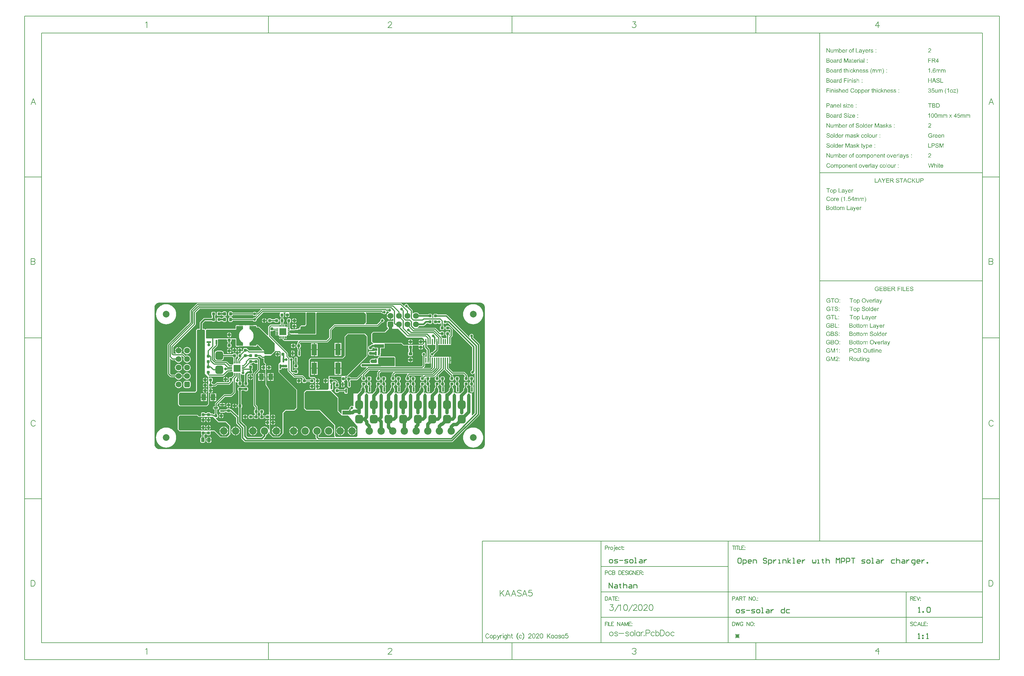
<source format=gtl>
G04*
G04 #@! TF.GenerationSoftware,Altium Limited,Altium Designer,20.2.4 (192)*
G04*
G04 Layer_Physical_Order=1*
G04 Layer_Color=255*
%FSLAX44Y44*%
%MOMM*%
G71*
G04*
G04 #@! TF.SameCoordinates,49635633-0EA2-4BDF-9D0A-EC2E79484443*
G04*
G04*
G04 #@! TF.FilePolarity,Positive*
G04*
G01*
G75*
%ADD10C,0.2000*%
%ADD12C,0.2540*%
%ADD13C,0.6000*%
%ADD20C,0.1270*%
%ADD21C,0.1778*%
%ADD55R,1.8500X1.4000*%
G04:AMPARAMS|DCode=56|XSize=0.85mm|YSize=0.9mm|CornerRadius=0.2125mm|HoleSize=0mm|Usage=FLASHONLY|Rotation=90.000|XOffset=0mm|YOffset=0mm|HoleType=Round|Shape=RoundedRectangle|*
%AMROUNDEDRECTD56*
21,1,0.8500,0.4750,0,0,90.0*
21,1,0.4250,0.9000,0,0,90.0*
1,1,0.4250,0.2375,0.2125*
1,1,0.4250,0.2375,-0.2125*
1,1,0.4250,-0.2375,-0.2125*
1,1,0.4250,-0.2375,0.2125*
%
%ADD56ROUNDEDRECTD56*%
%ADD57R,1.6000X3.5000*%
G04:AMPARAMS|DCode=58|XSize=0.9mm|YSize=0.85mm|CornerRadius=0.2125mm|HoleSize=0mm|Usage=FLASHONLY|Rotation=0.000|XOffset=0mm|YOffset=0mm|HoleType=Round|Shape=RoundedRectangle|*
%AMROUNDEDRECTD58*
21,1,0.9000,0.4250,0,0,0.0*
21,1,0.4750,0.8500,0,0,0.0*
1,1,0.4250,0.2375,-0.2125*
1,1,0.4250,-0.2375,-0.2125*
1,1,0.4250,-0.2375,0.2125*
1,1,0.4250,0.2375,0.2125*
%
%ADD58ROUNDEDRECTD58*%
G04:AMPARAMS|DCode=59|XSize=0.5mm|YSize=1.4mm|CornerRadius=0.125mm|HoleSize=0mm|Usage=FLASHONLY|Rotation=0.000|XOffset=0mm|YOffset=0mm|HoleType=Round|Shape=RoundedRectangle|*
%AMROUNDEDRECTD59*
21,1,0.5000,1.1500,0,0,0.0*
21,1,0.2500,1.4000,0,0,0.0*
1,1,0.2500,0.1250,-0.5750*
1,1,0.2500,-0.1250,-0.5750*
1,1,0.2500,-0.1250,0.5750*
1,1,0.2500,0.1250,0.5750*
%
%ADD59ROUNDEDRECTD59*%
G04:AMPARAMS|DCode=60|XSize=0.85mm|YSize=0.9mm|CornerRadius=0.2125mm|HoleSize=0mm|Usage=FLASHONLY|Rotation=0.000|XOffset=0mm|YOffset=0mm|HoleType=Round|Shape=RoundedRectangle|*
%AMROUNDEDRECTD60*
21,1,0.8500,0.4750,0,0,0.0*
21,1,0.4250,0.9000,0,0,0.0*
1,1,0.4250,0.2125,-0.2375*
1,1,0.4250,-0.2125,-0.2375*
1,1,0.4250,-0.2125,0.2375*
1,1,0.4250,0.2125,0.2375*
%
%ADD60ROUNDEDRECTD60*%
%ADD61O,0.8000X0.2800*%
%ADD62O,0.2800X0.8000*%
%ADD63R,2.1400X2.1400*%
G04:AMPARAMS|DCode=64|XSize=0.9mm|YSize=0.85mm|CornerRadius=0.2125mm|HoleSize=0mm|Usage=FLASHONLY|Rotation=90.000|XOffset=0mm|YOffset=0mm|HoleType=Round|Shape=RoundedRectangle|*
%AMROUNDEDRECTD64*
21,1,0.9000,0.4250,0,0,90.0*
21,1,0.4750,0.8500,0,0,90.0*
1,1,0.4250,0.2125,0.2375*
1,1,0.4250,0.2125,-0.2375*
1,1,0.4250,-0.2125,-0.2375*
1,1,0.4250,-0.2125,0.2375*
%
%ADD64ROUNDEDRECTD64*%
G04:AMPARAMS|DCode=65|XSize=1.05mm|YSize=0.9mm|CornerRadius=0.225mm|HoleSize=0mm|Usage=FLASHONLY|Rotation=90.000|XOffset=0mm|YOffset=0mm|HoleType=Round|Shape=RoundedRectangle|*
%AMROUNDEDRECTD65*
21,1,1.0500,0.4500,0,0,90.0*
21,1,0.6000,0.9000,0,0,90.0*
1,1,0.4500,0.2250,0.3000*
1,1,0.4500,0.2250,-0.3000*
1,1,0.4500,-0.2250,-0.3000*
1,1,0.4500,-0.2250,0.3000*
%
%ADD65ROUNDEDRECTD65*%
G04:AMPARAMS|DCode=66|XSize=6mm|YSize=0.8001mm|CornerRadius=0.1mm|HoleSize=0mm|Usage=FLASHONLY|Rotation=90.000|XOffset=0mm|YOffset=0mm|HoleType=Round|Shape=RoundedRectangle|*
%AMROUNDEDRECTD66*
21,1,6.0000,0.6001,0,0,90.0*
21,1,5.8000,0.8001,0,0,90.0*
1,1,0.2000,0.3000,2.9000*
1,1,0.2000,0.3000,-2.9000*
1,1,0.2000,-0.3000,-2.9000*
1,1,0.2000,-0.3000,2.9000*
%
%ADD66ROUNDEDRECTD66*%
G04:AMPARAMS|DCode=67|XSize=0.5mm|YSize=1.4mm|CornerRadius=0.125mm|HoleSize=0mm|Usage=FLASHONLY|Rotation=270.000|XOffset=0mm|YOffset=0mm|HoleType=Round|Shape=RoundedRectangle|*
%AMROUNDEDRECTD67*
21,1,0.5000,1.1500,0,0,270.0*
21,1,0.2500,1.4000,0,0,270.0*
1,1,0.2500,-0.5750,-0.1250*
1,1,0.2500,-0.5750,0.1250*
1,1,0.2500,0.5750,0.1250*
1,1,0.2500,0.5750,-0.1250*
%
%ADD67ROUNDEDRECTD67*%
G04:AMPARAMS|DCode=68|XSize=2.3mm|YSize=2.5mm|CornerRadius=0.575mm|HoleSize=0mm|Usage=FLASHONLY|Rotation=180.000|XOffset=0mm|YOffset=0mm|HoleType=Round|Shape=RoundedRectangle|*
%AMROUNDEDRECTD68*
21,1,2.3000,1.3500,0,0,180.0*
21,1,1.1500,2.5000,0,0,180.0*
1,1,1.1500,-0.5750,0.6750*
1,1,1.1500,0.5750,0.6750*
1,1,1.1500,0.5750,-0.6750*
1,1,1.1500,-0.5750,-0.6750*
%
%ADD68ROUNDEDRECTD68*%
%ADD69R,2.1400X2.1400*%
G04:AMPARAMS|DCode=70|XSize=3.8mm|YSize=2.3mm|CornerRadius=0.575mm|HoleSize=0mm|Usage=FLASHONLY|Rotation=0.000|XOffset=0mm|YOffset=0mm|HoleType=Round|Shape=RoundedRectangle|*
%AMROUNDEDRECTD70*
21,1,3.8000,1.1500,0,0,0.0*
21,1,2.6500,2.3000,0,0,0.0*
1,1,1.1500,1.3250,-0.5750*
1,1,1.1500,-1.3250,-0.5750*
1,1,1.1500,-1.3250,0.5750*
1,1,1.1500,1.3250,0.5750*
%
%ADD70ROUNDEDRECTD70*%
%ADD71R,1.4000X1.8500*%
G04:AMPARAMS|DCode=72|XSize=1.35mm|YSize=1.1mm|CornerRadius=0.275mm|HoleSize=0mm|Usage=FLASHONLY|Rotation=90.000|XOffset=0mm|YOffset=0mm|HoleType=Round|Shape=RoundedRectangle|*
%AMROUNDEDRECTD72*
21,1,1.3500,0.5500,0,0,90.0*
21,1,0.8000,1.1000,0,0,90.0*
1,1,0.5500,0.2750,0.4000*
1,1,0.5500,0.2750,-0.4000*
1,1,0.5500,-0.2750,-0.4000*
1,1,0.5500,-0.2750,0.4000*
%
%ADD72ROUNDEDRECTD72*%
G04:AMPARAMS|DCode=73|XSize=2.3mm|YSize=2.5mm|CornerRadius=0.575mm|HoleSize=0mm|Usage=FLASHONLY|Rotation=270.000|XOffset=0mm|YOffset=0mm|HoleType=Round|Shape=RoundedRectangle|*
%AMROUNDEDRECTD73*
21,1,2.3000,1.3500,0,0,270.0*
21,1,1.1500,2.5000,0,0,270.0*
1,1,1.1500,-0.6750,-0.5750*
1,1,1.1500,-0.6750,0.5750*
1,1,1.1500,0.6750,0.5750*
1,1,1.1500,0.6750,-0.5750*
%
%ADD73ROUNDEDRECTD73*%
G04:AMPARAMS|DCode=74|XSize=1.7mm|YSize=1.25mm|CornerRadius=0.3125mm|HoleSize=0mm|Usage=FLASHONLY|Rotation=0.000|XOffset=0mm|YOffset=0mm|HoleType=Round|Shape=RoundedRectangle|*
%AMROUNDEDRECTD74*
21,1,1.7000,0.6250,0,0,0.0*
21,1,1.0750,1.2500,0,0,0.0*
1,1,0.6250,0.5375,-0.3125*
1,1,0.6250,-0.5375,-0.3125*
1,1,0.6250,-0.5375,0.3125*
1,1,0.6250,0.5375,0.3125*
%
%ADD74ROUNDEDRECTD74*%
G04:AMPARAMS|DCode=75|XSize=3.8mm|YSize=2.3mm|CornerRadius=0.575mm|HoleSize=0mm|Usage=FLASHONLY|Rotation=270.000|XOffset=0mm|YOffset=0mm|HoleType=Round|Shape=RoundedRectangle|*
%AMROUNDEDRECTD75*
21,1,3.8000,1.1500,0,0,270.0*
21,1,2.6500,2.3000,0,0,270.0*
1,1,1.1500,-0.5750,-1.3250*
1,1,1.1500,-0.5750,1.3250*
1,1,1.1500,0.5750,1.3250*
1,1,1.1500,0.5750,-1.3250*
%
%ADD75ROUNDEDRECTD75*%
%ADD76R,2.6000X1.2000*%
%ADD77R,1.3000X4.7000*%
%ADD78R,0.4000X1.6000*%
G04:AMPARAMS|DCode=79|XSize=1.05mm|YSize=0.9mm|CornerRadius=0.225mm|HoleSize=0mm|Usage=FLASHONLY|Rotation=0.000|XOffset=0mm|YOffset=0mm|HoleType=Round|Shape=RoundedRectangle|*
%AMROUNDEDRECTD79*
21,1,1.0500,0.4500,0,0,0.0*
21,1,0.6000,0.9000,0,0,0.0*
1,1,0.4500,0.3000,-0.2250*
1,1,0.4500,-0.3000,-0.2250*
1,1,0.4500,-0.3000,0.2250*
1,1,0.4500,0.3000,0.2250*
%
%ADD79ROUNDEDRECTD79*%
%ADD80R,0.6000X1.1500*%
%ADD81R,2.9000X1.0000*%
%ADD82C,0.2700*%
%ADD83C,0.5000*%
%ADD84C,0.9000*%
%ADD85C,1.0000*%
%ADD86C,0.3000*%
%ADD87C,0.2600*%
%ADD88C,0.4000*%
%ADD89C,0.8000*%
%ADD90C,0.7000*%
%ADD91C,0.2800*%
%ADD92C,2.2000*%
%ADD93C,1.7500*%
G04:AMPARAMS|DCode=94|XSize=1.75mm|YSize=1.75mm|CornerRadius=0.4375mm|HoleSize=0mm|Usage=FLASHONLY|Rotation=180.000|XOffset=0mm|YOffset=0mm|HoleType=Round|Shape=RoundedRectangle|*
%AMROUNDEDRECTD94*
21,1,1.7500,0.8750,0,0,180.0*
21,1,0.8750,1.7500,0,0,180.0*
1,1,0.8750,-0.4375,0.4375*
1,1,0.8750,0.4375,0.4375*
1,1,0.8750,0.4375,-0.4375*
1,1,0.8750,-0.4375,-0.4375*
%
%ADD94ROUNDEDRECTD94*%
G04:AMPARAMS|DCode=95|XSize=1.75mm|YSize=1.75mm|CornerRadius=0.4375mm|HoleSize=0mm|Usage=FLASHONLY|Rotation=270.000|XOffset=0mm|YOffset=0mm|HoleType=Round|Shape=RoundedRectangle|*
%AMROUNDEDRECTD95*
21,1,1.7500,0.8750,0,0,270.0*
21,1,0.8750,1.7500,0,0,270.0*
1,1,0.8750,-0.4375,-0.4375*
1,1,0.8750,-0.4375,0.4375*
1,1,0.8750,0.4375,0.4375*
1,1,0.8750,0.4375,-0.4375*
%
%ADD95ROUNDEDRECTD95*%
%ADD96C,2.0000*%
%ADD97C,0.8000*%
%ADD98C,0.6600*%
G36*
X2100266Y1207771D02*
X2100480Y1207752D01*
X2100734Y1207713D01*
X2101007Y1207674D01*
X2101299Y1207615D01*
X2101065Y1206250D01*
X2101046D01*
X2100987Y1206269D01*
X2100890Y1206289D01*
X2100773Y1206308D01*
X2100617D01*
X2100461Y1206328D01*
X2100129Y1206347D01*
X2100012D01*
X2099895Y1206328D01*
X2099739Y1206308D01*
X2099583Y1206269D01*
X2099407Y1206211D01*
X2099251Y1206133D01*
X2099115Y1206035D01*
X2099095Y1206016D01*
X2099076Y1205977D01*
X2099017Y1205899D01*
X2098978Y1205781D01*
X2098920Y1205626D01*
X2098861Y1205411D01*
X2098842Y1205177D01*
X2098822Y1204884D01*
Y1204045D01*
X2100636D01*
Y1202816D01*
X2098842D01*
Y1194760D01*
X2097262D01*
Y1202816D01*
X2095876D01*
Y1204045D01*
X2097262D01*
Y1205021D01*
Y1205040D01*
Y1205060D01*
Y1205177D01*
X2097281Y1205333D01*
Y1205547D01*
X2097301Y1205762D01*
X2097340Y1205996D01*
X2097379Y1206211D01*
X2097437Y1206406D01*
X2097457Y1206425D01*
X2097476Y1206503D01*
X2097535Y1206620D01*
X2097613Y1206757D01*
X2097730Y1206933D01*
X2097866Y1207088D01*
X2098022Y1207245D01*
X2098217Y1207401D01*
X2098237Y1207420D01*
X2098334Y1207459D01*
X2098452Y1207518D01*
X2098647Y1207596D01*
X2098861Y1207674D01*
X2099154Y1207732D01*
X2099466Y1207771D01*
X2099836Y1207791D01*
X2100090D01*
X2100266Y1207771D01*
D02*
G37*
G36*
X2149346Y1204240D02*
X2149560Y1204202D01*
X2149794Y1204123D01*
X2150067Y1204045D01*
X2150360Y1203909D01*
X2150672Y1203733D01*
X2150107Y1202290D01*
X2150087Y1202309D01*
X2150009Y1202348D01*
X2149892Y1202407D01*
X2149755Y1202465D01*
X2149580Y1202524D01*
X2149385Y1202582D01*
X2149170Y1202621D01*
X2148956Y1202641D01*
X2148878D01*
X2148780Y1202621D01*
X2148643Y1202602D01*
X2148507Y1202563D01*
X2148351Y1202504D01*
X2148195Y1202426D01*
X2148039Y1202329D01*
X2148019Y1202309D01*
X2147980Y1202270D01*
X2147902Y1202192D01*
X2147824Y1202095D01*
X2147727Y1201978D01*
X2147629Y1201822D01*
X2147551Y1201646D01*
X2147473Y1201451D01*
X2147454Y1201412D01*
X2147434Y1201314D01*
X2147395Y1201139D01*
X2147356Y1200905D01*
X2147298Y1200632D01*
X2147258Y1200320D01*
X2147239Y1199988D01*
X2147220Y1199617D01*
Y1194760D01*
X2145639D01*
Y1204045D01*
X2147063D01*
Y1202660D01*
X2147083Y1202680D01*
X2147161Y1202797D01*
X2147258Y1202972D01*
X2147375Y1203168D01*
X2147532Y1203382D01*
X2147707Y1203597D01*
X2147863Y1203792D01*
X2148039Y1203928D01*
X2148058Y1203948D01*
X2148117Y1203987D01*
X2148214Y1204026D01*
X2148351Y1204104D01*
X2148487Y1204162D01*
X2148663Y1204202D01*
X2148858Y1204240D01*
X2149053Y1204260D01*
X2149190D01*
X2149346Y1204240D01*
D02*
G37*
G36*
X2079725D02*
X2079939Y1204202D01*
X2080173Y1204123D01*
X2080446Y1204045D01*
X2080739Y1203909D01*
X2081051Y1203733D01*
X2080485Y1202290D01*
X2080466Y1202309D01*
X2080388Y1202348D01*
X2080271Y1202407D01*
X2080134Y1202465D01*
X2079959Y1202524D01*
X2079764Y1202582D01*
X2079549Y1202621D01*
X2079334Y1202641D01*
X2079256D01*
X2079159Y1202621D01*
X2079022Y1202602D01*
X2078886Y1202563D01*
X2078730Y1202504D01*
X2078574Y1202426D01*
X2078418Y1202329D01*
X2078398Y1202309D01*
X2078359Y1202270D01*
X2078281Y1202192D01*
X2078203Y1202095D01*
X2078105Y1201978D01*
X2078008Y1201822D01*
X2077930Y1201646D01*
X2077852Y1201451D01*
X2077832Y1201412D01*
X2077813Y1201314D01*
X2077774Y1201139D01*
X2077735Y1200905D01*
X2077676Y1200632D01*
X2077637Y1200320D01*
X2077618Y1199988D01*
X2077598Y1199617D01*
Y1194760D01*
X2076018D01*
Y1204045D01*
X2077442D01*
Y1202660D01*
X2077462Y1202680D01*
X2077540Y1202797D01*
X2077637Y1202972D01*
X2077754Y1203168D01*
X2077910Y1203382D01*
X2078086Y1203597D01*
X2078242Y1203792D01*
X2078418Y1203928D01*
X2078437Y1203948D01*
X2078496Y1203987D01*
X2078593Y1204026D01*
X2078730Y1204104D01*
X2078866Y1204162D01*
X2079042Y1204202D01*
X2079237Y1204240D01*
X2079432Y1204260D01*
X2079568D01*
X2079725Y1204240D01*
D02*
G37*
G36*
X2051185D02*
X2051303D01*
X2051439Y1204221D01*
X2051732Y1204162D01*
X2052083Y1204065D01*
X2052434Y1203928D01*
X2052766Y1203733D01*
X2053078Y1203480D01*
X2053117Y1203441D01*
X2053195Y1203343D01*
X2053312Y1203148D01*
X2053468Y1202895D01*
X2053604Y1202563D01*
X2053721Y1202173D01*
X2053799Y1201685D01*
X2053839Y1201412D01*
Y1201119D01*
Y1194760D01*
X2052258D01*
Y1200593D01*
Y1200612D01*
Y1200632D01*
Y1200749D01*
Y1200924D01*
X2052239Y1201119D01*
X2052200Y1201568D01*
X2052161Y1201783D01*
X2052102Y1201958D01*
Y1201978D01*
X2052063Y1202036D01*
X2052024Y1202114D01*
X2051966Y1202212D01*
X2051888Y1202309D01*
X2051790Y1202426D01*
X2051673Y1202543D01*
X2051537Y1202641D01*
X2051517Y1202660D01*
X2051459Y1202680D01*
X2051381Y1202719D01*
X2051283Y1202777D01*
X2051147Y1202816D01*
X2050971Y1202856D01*
X2050795Y1202875D01*
X2050600Y1202895D01*
X2050444D01*
X2050249Y1202856D01*
X2050035Y1202816D01*
X2049781Y1202738D01*
X2049508Y1202621D01*
X2049215Y1202446D01*
X2048962Y1202231D01*
X2048942Y1202192D01*
X2048864Y1202114D01*
X2048767Y1201958D01*
X2048650Y1201724D01*
X2048513Y1201431D01*
X2048416Y1201080D01*
X2048338Y1200651D01*
X2048318Y1200144D01*
Y1194760D01*
X2046738D01*
Y1200788D01*
Y1200807D01*
Y1200827D01*
Y1200885D01*
Y1200963D01*
X2046718Y1201158D01*
X2046699Y1201373D01*
X2046640Y1201646D01*
X2046582Y1201900D01*
X2046484Y1202153D01*
X2046348Y1202368D01*
X2046328Y1202387D01*
X2046270Y1202446D01*
X2046192Y1202543D01*
X2046055Y1202641D01*
X2045880Y1202719D01*
X2045665Y1202816D01*
X2045411Y1202875D01*
X2045099Y1202895D01*
X2044982D01*
X2044865Y1202875D01*
X2044690Y1202856D01*
X2044514Y1202816D01*
X2044299Y1202738D01*
X2044085Y1202660D01*
X2043870Y1202543D01*
X2043851Y1202524D01*
X2043773Y1202485D01*
X2043675Y1202387D01*
X2043558Y1202290D01*
X2043422Y1202134D01*
X2043285Y1201958D01*
X2043168Y1201743D01*
X2043051Y1201509D01*
X2043031Y1201470D01*
X2043012Y1201392D01*
X2042973Y1201236D01*
X2042934Y1201022D01*
X2042876Y1200749D01*
X2042836Y1200417D01*
X2042817Y1200027D01*
X2042797Y1199578D01*
Y1194760D01*
X2041217D01*
Y1204045D01*
X2042622D01*
Y1202738D01*
X2042641Y1202777D01*
X2042700Y1202856D01*
X2042797Y1202972D01*
X2042934Y1203129D01*
X2043090Y1203304D01*
X2043285Y1203480D01*
X2043519Y1203675D01*
X2043773Y1203831D01*
X2043812Y1203850D01*
X2043909Y1203889D01*
X2044065Y1203967D01*
X2044261Y1204045D01*
X2044514Y1204123D01*
X2044787Y1204202D01*
X2045119Y1204240D01*
X2045450Y1204260D01*
X2045626D01*
X2045821Y1204240D01*
X2046055Y1204202D01*
X2046309Y1204162D01*
X2046601Y1204084D01*
X2046874Y1203967D01*
X2047128Y1203831D01*
X2047167Y1203811D01*
X2047245Y1203753D01*
X2047362Y1203655D01*
X2047499Y1203519D01*
X2047655Y1203343D01*
X2047811Y1203148D01*
X2047947Y1202895D01*
X2048064Y1202621D01*
X2048084Y1202641D01*
X2048123Y1202699D01*
X2048181Y1202777D01*
X2048259Y1202875D01*
X2048376Y1203011D01*
X2048513Y1203148D01*
X2048669Y1203285D01*
X2048845Y1203441D01*
X2049040Y1203597D01*
X2049254Y1203733D01*
X2049762Y1204006D01*
X2050035Y1204104D01*
X2050327Y1204182D01*
X2050620Y1204240D01*
X2050951Y1204260D01*
X2051088D01*
X2051185Y1204240D01*
D02*
G37*
G36*
X2167761Y1202251D02*
X2165966D01*
Y1204045D01*
X2167761D01*
Y1202251D01*
D02*
G37*
G36*
X2155022Y1204240D02*
X2155276Y1204221D01*
X2155588Y1204182D01*
X2155900Y1204123D01*
X2156232Y1204045D01*
X2156544Y1203928D01*
X2156563D01*
X2156583Y1203909D01*
X2156680Y1203870D01*
X2156837Y1203792D01*
X2157012Y1203714D01*
X2157207Y1203577D01*
X2157422Y1203441D01*
X2157617Y1203265D01*
X2157773Y1203070D01*
X2157792Y1203051D01*
X2157831Y1202972D01*
X2157909Y1202856D01*
X2158007Y1202699D01*
X2158085Y1202504D01*
X2158183Y1202251D01*
X2158261Y1201978D01*
X2158339Y1201665D01*
X2156797Y1201451D01*
Y1201490D01*
X2156778Y1201568D01*
X2156739Y1201704D01*
X2156680Y1201861D01*
X2156602Y1202036D01*
X2156485Y1202212D01*
X2156349Y1202407D01*
X2156173Y1202563D01*
X2156154Y1202582D01*
X2156076Y1202621D01*
X2155959Y1202699D01*
X2155803Y1202777D01*
X2155608Y1202836D01*
X2155354Y1202914D01*
X2155081Y1202953D01*
X2154749Y1202972D01*
X2154574D01*
X2154379Y1202953D01*
X2154144Y1202934D01*
X2153891Y1202875D01*
X2153637Y1202816D01*
X2153384Y1202719D01*
X2153189Y1202602D01*
X2153169Y1202582D01*
X2153111Y1202543D01*
X2153052Y1202465D01*
X2152974Y1202368D01*
X2152877Y1202251D01*
X2152818Y1202095D01*
X2152760Y1201939D01*
X2152740Y1201763D01*
Y1201743D01*
Y1201704D01*
X2152760Y1201646D01*
Y1201568D01*
X2152818Y1201392D01*
X2152916Y1201197D01*
X2152935Y1201178D01*
X2152955Y1201158D01*
X2153072Y1201061D01*
X2153150Y1200983D01*
X2153247Y1200924D01*
X2153384Y1200846D01*
X2153520Y1200788D01*
X2153540D01*
X2153579Y1200768D01*
X2153657Y1200749D01*
X2153793Y1200710D01*
X2153969Y1200651D01*
X2154223Y1200573D01*
X2154535Y1200495D01*
X2154710Y1200437D01*
X2154925Y1200378D01*
X2154944D01*
X2155003Y1200359D01*
X2155081Y1200339D01*
X2155198Y1200300D01*
X2155334Y1200261D01*
X2155491Y1200222D01*
X2155842Y1200124D01*
X2156232Y1200007D01*
X2156622Y1199871D01*
X2156973Y1199754D01*
X2157129Y1199695D01*
X2157266Y1199637D01*
X2157305Y1199617D01*
X2157383Y1199578D01*
X2157500Y1199520D01*
X2157636Y1199442D01*
X2157812Y1199325D01*
X2157988Y1199169D01*
X2158143Y1199013D01*
X2158300Y1198818D01*
X2158319Y1198798D01*
X2158358Y1198720D01*
X2158417Y1198603D01*
X2158495Y1198447D01*
X2158573Y1198252D01*
X2158631Y1198018D01*
X2158670Y1197764D01*
X2158690Y1197471D01*
Y1197432D01*
Y1197335D01*
X2158670Y1197179D01*
X2158631Y1197003D01*
X2158573Y1196769D01*
X2158495Y1196516D01*
X2158378Y1196262D01*
X2158221Y1195989D01*
X2158202Y1195950D01*
X2158143Y1195872D01*
X2158026Y1195755D01*
X2157870Y1195599D01*
X2157695Y1195423D01*
X2157461Y1195248D01*
X2157188Y1195072D01*
X2156875Y1194916D01*
X2156837Y1194896D01*
X2156720Y1194857D01*
X2156544Y1194799D01*
X2156310Y1194741D01*
X2156017Y1194662D01*
X2155686Y1194604D01*
X2155315Y1194565D01*
X2154925Y1194545D01*
X2154749D01*
X2154632Y1194565D01*
X2154476D01*
X2154301Y1194584D01*
X2153891Y1194643D01*
X2153442Y1194721D01*
X2152994Y1194857D01*
X2152545Y1195033D01*
X2152350Y1195150D01*
X2152155Y1195287D01*
X2152135D01*
X2152116Y1195326D01*
X2151999Y1195423D01*
X2151843Y1195599D01*
X2151648Y1195852D01*
X2151452Y1196164D01*
X2151257Y1196555D01*
X2151082Y1197003D01*
X2150965Y1197530D01*
X2152525Y1197784D01*
Y1197764D01*
Y1197745D01*
X2152545Y1197627D01*
X2152603Y1197452D01*
X2152662Y1197237D01*
X2152760Y1197003D01*
X2152877Y1196769D01*
X2153052Y1196535D01*
X2153247Y1196320D01*
X2153267Y1196301D01*
X2153364Y1196243D01*
X2153501Y1196164D01*
X2153676Y1196087D01*
X2153930Y1195989D01*
X2154203Y1195911D01*
X2154554Y1195852D01*
X2154925Y1195833D01*
X2155100D01*
X2155296Y1195852D01*
X2155529Y1195891D01*
X2155803Y1195930D01*
X2156076Y1196008D01*
X2156329Y1196125D01*
X2156544Y1196262D01*
X2156563Y1196282D01*
X2156622Y1196340D01*
X2156720Y1196438D01*
X2156817Y1196555D01*
X2156895Y1196711D01*
X2156993Y1196906D01*
X2157051Y1197101D01*
X2157071Y1197315D01*
Y1197335D01*
Y1197413D01*
X2157051Y1197491D01*
X2157012Y1197627D01*
X2156954Y1197745D01*
X2156875Y1197901D01*
X2156759Y1198037D01*
X2156602Y1198154D01*
X2156583Y1198174D01*
X2156524Y1198193D01*
X2156427Y1198232D01*
X2156271Y1198310D01*
X2156056Y1198369D01*
X2155783Y1198466D01*
X2155608Y1198525D01*
X2155432Y1198564D01*
X2155217Y1198622D01*
X2154983Y1198681D01*
X2154964D01*
X2154905Y1198700D01*
X2154827Y1198720D01*
X2154710Y1198759D01*
X2154554Y1198798D01*
X2154398Y1198837D01*
X2154028Y1198954D01*
X2153637Y1199071D01*
X2153228Y1199188D01*
X2152857Y1199325D01*
X2152701Y1199383D01*
X2152565Y1199442D01*
X2152545Y1199461D01*
X2152447Y1199500D01*
X2152330Y1199578D01*
X2152194Y1199676D01*
X2152018Y1199793D01*
X2151862Y1199949D01*
X2151687Y1200124D01*
X2151550Y1200320D01*
X2151531Y1200339D01*
X2151492Y1200417D01*
X2151452Y1200534D01*
X2151394Y1200690D01*
X2151316Y1200866D01*
X2151277Y1201080D01*
X2151238Y1201314D01*
X2151219Y1201568D01*
Y1201588D01*
Y1201665D01*
X2151238Y1201802D01*
X2151257Y1201939D01*
X2151277Y1202114D01*
X2151335Y1202309D01*
X2151394Y1202524D01*
X2151492Y1202719D01*
X2151511Y1202738D01*
X2151550Y1202816D01*
X2151609Y1202914D01*
X2151706Y1203031D01*
X2151804Y1203168D01*
X2151940Y1203304D01*
X2152096Y1203460D01*
X2152272Y1203597D01*
X2152291Y1203616D01*
X2152350Y1203636D01*
X2152428Y1203694D01*
X2152545Y1203753D01*
X2152681Y1203831D01*
X2152857Y1203909D01*
X2153052Y1203987D01*
X2153267Y1204065D01*
X2153306D01*
X2153384Y1204104D01*
X2153501Y1204123D01*
X2153676Y1204162D01*
X2153891Y1204202D01*
X2154106Y1204221D01*
X2154359Y1204260D01*
X2154808D01*
X2155022Y1204240D01*
D02*
G37*
G36*
X2028635Y1194760D02*
X2026899D01*
X2020169Y1204826D01*
Y1194760D01*
X2018550D01*
Y1207576D01*
X2020267D01*
X2027016Y1197511D01*
Y1207576D01*
X2028635D01*
Y1194760D01*
D02*
G37*
G36*
X2130833Y1194604D02*
Y1194584D01*
X2130814Y1194545D01*
X2130775Y1194467D01*
X2130736Y1194350D01*
X2130697Y1194233D01*
X2130638Y1194097D01*
X2130521Y1193765D01*
X2130365Y1193414D01*
X2130229Y1193082D01*
X2130092Y1192751D01*
X2130014Y1192614D01*
X2129956Y1192497D01*
X2129936Y1192458D01*
X2129878Y1192380D01*
X2129800Y1192243D01*
X2129682Y1192068D01*
X2129526Y1191892D01*
X2129370Y1191697D01*
X2129175Y1191522D01*
X2128980Y1191366D01*
X2128961Y1191346D01*
X2128883Y1191307D01*
X2128766Y1191249D01*
X2128610Y1191190D01*
X2128434Y1191112D01*
X2128200Y1191054D01*
X2127966Y1191015D01*
X2127693Y1190995D01*
X2127615D01*
X2127517Y1191015D01*
X2127400D01*
X2127244Y1191034D01*
X2127068Y1191073D01*
X2126678Y1191190D01*
X2126503Y1192653D01*
X2126522D01*
X2126581Y1192634D01*
X2126678Y1192614D01*
X2126815Y1192575D01*
X2127088Y1192517D01*
X2127400Y1192497D01*
X2127498D01*
X2127576Y1192517D01*
X2127712D01*
X2127985Y1192575D01*
X2128122Y1192614D01*
X2128239Y1192673D01*
X2128259D01*
X2128297Y1192712D01*
X2128356Y1192751D01*
X2128414Y1192809D01*
X2128590Y1192965D01*
X2128766Y1193180D01*
Y1193199D01*
X2128785Y1193238D01*
X2128824Y1193297D01*
X2128883Y1193414D01*
X2128941Y1193570D01*
X2129019Y1193765D01*
X2129117Y1194038D01*
X2129234Y1194350D01*
X2129253Y1194370D01*
X2129273Y1194448D01*
X2129331Y1194565D01*
X2129390Y1194741D01*
X2125859Y1204045D01*
X2127537D01*
X2129468Y1198700D01*
Y1198681D01*
X2129487Y1198661D01*
X2129507Y1198603D01*
X2129526Y1198525D01*
X2129604Y1198310D01*
X2129702Y1198037D01*
X2129800Y1197725D01*
X2129917Y1197354D01*
X2130034Y1196964D01*
X2130151Y1196555D01*
Y1196574D01*
X2130170Y1196594D01*
Y1196652D01*
X2130209Y1196730D01*
X2130248Y1196945D01*
X2130326Y1197198D01*
X2130424Y1197511D01*
X2130541Y1197862D01*
X2130658Y1198232D01*
X2130794Y1198622D01*
X2132784Y1204045D01*
X2134345D01*
X2130833Y1194604D01*
D02*
G37*
G36*
X2038759Y1194760D02*
X2037355D01*
Y1196106D01*
X2037335Y1196087D01*
X2037296Y1196047D01*
X2037238Y1195969D01*
X2037160Y1195872D01*
X2037043Y1195735D01*
X2036906Y1195618D01*
X2036750Y1195462D01*
X2036575Y1195326D01*
X2036380Y1195189D01*
X2036165Y1195033D01*
X2035911Y1194916D01*
X2035658Y1194799D01*
X2035365Y1194682D01*
X2035073Y1194604D01*
X2034741Y1194565D01*
X2034409Y1194545D01*
X2034273D01*
X2034117Y1194565D01*
X2033902Y1194584D01*
X2033668Y1194623D01*
X2033414Y1194682D01*
X2033141Y1194760D01*
X2032868Y1194857D01*
X2032829Y1194877D01*
X2032751Y1194916D01*
X2032634Y1194975D01*
X2032478Y1195072D01*
X2032303Y1195189D01*
X2032127Y1195326D01*
X2031971Y1195462D01*
X2031815Y1195638D01*
X2031795Y1195657D01*
X2031756Y1195716D01*
X2031698Y1195833D01*
X2031639Y1195969D01*
X2031542Y1196145D01*
X2031464Y1196340D01*
X2031386Y1196555D01*
X2031327Y1196808D01*
Y1196828D01*
X2031308Y1196906D01*
Y1197003D01*
X2031288Y1197159D01*
X2031269Y1197374D01*
Y1197627D01*
X2031249Y1197920D01*
Y1198271D01*
Y1204045D01*
X2032829D01*
Y1198876D01*
Y1198857D01*
Y1198818D01*
Y1198759D01*
Y1198681D01*
Y1198466D01*
X2032849Y1198213D01*
Y1197940D01*
X2032868Y1197666D01*
X2032888Y1197413D01*
X2032907Y1197218D01*
Y1197198D01*
X2032946Y1197120D01*
X2032985Y1197003D01*
X2033044Y1196867D01*
X2033122Y1196711D01*
X2033239Y1196535D01*
X2033376Y1196379D01*
X2033531Y1196243D01*
X2033551Y1196223D01*
X2033629Y1196184D01*
X2033727Y1196125D01*
X2033863Y1196067D01*
X2034039Y1196008D01*
X2034234Y1195950D01*
X2034468Y1195911D01*
X2034722Y1195891D01*
X2034839D01*
X2034975Y1195911D01*
X2035151Y1195930D01*
X2035346Y1195969D01*
X2035560Y1196047D01*
X2035794Y1196125D01*
X2036028Y1196243D01*
X2036048Y1196262D01*
X2036126Y1196320D01*
X2036243Y1196399D01*
X2036380Y1196516D01*
X2036516Y1196652D01*
X2036672Y1196828D01*
X2036789Y1197023D01*
X2036906Y1197237D01*
X2036926Y1197276D01*
X2036945Y1197354D01*
X2036984Y1197491D01*
X2037043Y1197706D01*
X2037101Y1197959D01*
X2037140Y1198271D01*
X2037160Y1198642D01*
X2037179Y1199052D01*
Y1204045D01*
X2038759D01*
Y1194760D01*
D02*
G37*
G36*
X2328329Y1207615D02*
X2328485Y1207596D01*
X2328661Y1207576D01*
X2328856Y1207557D01*
X2329070Y1207498D01*
X2329539Y1207381D01*
X2330026Y1207206D01*
X2330280Y1207088D01*
X2330514Y1206952D01*
X2330729Y1206776D01*
X2330943Y1206601D01*
X2330963Y1206581D01*
X2330982Y1206562D01*
X2331041Y1206503D01*
X2331119Y1206425D01*
X2331197Y1206308D01*
X2331294Y1206191D01*
X2331489Y1205899D01*
X2331685Y1205528D01*
X2331860Y1205099D01*
X2331997Y1204611D01*
X2332016Y1204338D01*
X2332036Y1204065D01*
Y1204026D01*
Y1203928D01*
X2332016Y1203772D01*
X2331997Y1203577D01*
X2331958Y1203343D01*
X2331899Y1203090D01*
X2331821Y1202816D01*
X2331704Y1202543D01*
X2331685Y1202504D01*
X2331646Y1202407D01*
X2331567Y1202270D01*
X2331450Y1202075D01*
X2331314Y1201841D01*
X2331138Y1201568D01*
X2330904Y1201295D01*
X2330651Y1200983D01*
X2330612Y1200944D01*
X2330514Y1200827D01*
X2330338Y1200651D01*
X2330222Y1200534D01*
X2330085Y1200397D01*
X2329929Y1200241D01*
X2329734Y1200066D01*
X2329539Y1199890D01*
X2329324Y1199676D01*
X2329090Y1199461D01*
X2328817Y1199227D01*
X2328544Y1198993D01*
X2328232Y1198720D01*
X2328212Y1198700D01*
X2328173Y1198661D01*
X2328095Y1198603D01*
X2327998Y1198525D01*
X2327764Y1198330D01*
X2327471Y1198076D01*
X2327178Y1197803D01*
X2326866Y1197530D01*
X2326613Y1197296D01*
X2326515Y1197198D01*
X2326418Y1197101D01*
X2326398Y1197081D01*
X2326359Y1197023D01*
X2326281Y1196945D01*
X2326183Y1196828D01*
X2325969Y1196574D01*
X2325754Y1196262D01*
X2332055D01*
Y1194760D01*
X2323569D01*
Y1194780D01*
Y1194857D01*
Y1194975D01*
X2323589Y1195111D01*
X2323609Y1195267D01*
X2323628Y1195443D01*
X2323687Y1195638D01*
X2323745Y1195833D01*
Y1195852D01*
X2323765Y1195872D01*
X2323804Y1195989D01*
X2323882Y1196145D01*
X2323999Y1196379D01*
X2324135Y1196633D01*
X2324330Y1196925D01*
X2324525Y1197218D01*
X2324779Y1197530D01*
Y1197550D01*
X2324818Y1197569D01*
X2324915Y1197686D01*
X2325072Y1197862D01*
X2325306Y1198096D01*
X2325598Y1198369D01*
X2325949Y1198700D01*
X2326378Y1199071D01*
X2326847Y1199481D01*
X2326866Y1199500D01*
X2326944Y1199559D01*
X2327042Y1199637D01*
X2327178Y1199773D01*
X2327354Y1199910D01*
X2327549Y1200085D01*
X2327978Y1200456D01*
X2328446Y1200905D01*
X2328914Y1201353D01*
X2329149Y1201568D01*
X2329344Y1201783D01*
X2329519Y1201997D01*
X2329675Y1202192D01*
Y1202212D01*
X2329714Y1202231D01*
X2329753Y1202290D01*
X2329792Y1202368D01*
X2329909Y1202563D01*
X2330046Y1202816D01*
X2330182Y1203109D01*
X2330300Y1203421D01*
X2330378Y1203772D01*
X2330417Y1204104D01*
Y1204123D01*
Y1204143D01*
X2330397Y1204260D01*
X2330378Y1204436D01*
X2330338Y1204650D01*
X2330241Y1204904D01*
X2330124Y1205157D01*
X2329968Y1205430D01*
X2329734Y1205684D01*
X2329695Y1205704D01*
X2329617Y1205781D01*
X2329461Y1205879D01*
X2329266Y1206016D01*
X2329012Y1206133D01*
X2328719Y1206230D01*
X2328368Y1206308D01*
X2327978Y1206328D01*
X2327861D01*
X2327783Y1206308D01*
X2327588Y1206289D01*
X2327334Y1206250D01*
X2327042Y1206152D01*
X2326730Y1206035D01*
X2326437Y1205860D01*
X2326164Y1205626D01*
X2326144Y1205586D01*
X2326066Y1205508D01*
X2325949Y1205352D01*
X2325832Y1205138D01*
X2325696Y1204865D01*
X2325598Y1204553D01*
X2325520Y1204182D01*
X2325481Y1203753D01*
X2323862Y1203928D01*
Y1203948D01*
Y1204006D01*
X2323882Y1204104D01*
X2323901Y1204221D01*
X2323940Y1204377D01*
X2323960Y1204553D01*
X2324077Y1204943D01*
X2324233Y1205391D01*
X2324447Y1205840D01*
X2324740Y1206289D01*
X2324896Y1206484D01*
X2325091Y1206679D01*
X2325111Y1206698D01*
X2325150Y1206718D01*
X2325208Y1206776D01*
X2325286Y1206835D01*
X2325403Y1206893D01*
X2325540Y1206991D01*
X2325696Y1207069D01*
X2325871Y1207167D01*
X2326066Y1207245D01*
X2326281Y1207342D01*
X2326535Y1207420D01*
X2326788Y1207479D01*
X2327373Y1207596D01*
X2327686Y1207615D01*
X2328017Y1207635D01*
X2328193D01*
X2328329Y1207615D01*
D02*
G37*
G36*
X2167761Y1194760D02*
X2165966D01*
Y1196555D01*
X2167761D01*
Y1194760D01*
D02*
G37*
G36*
X2121119Y1204240D02*
X2121392Y1204221D01*
X2121704Y1204182D01*
X2122036Y1204143D01*
X2122348Y1204065D01*
X2122640Y1203967D01*
X2122679Y1203948D01*
X2122758Y1203928D01*
X2122894Y1203850D01*
X2123050Y1203772D01*
X2123226Y1203675D01*
X2123421Y1203558D01*
X2123577Y1203421D01*
X2123733Y1203265D01*
X2123752Y1203246D01*
X2123791Y1203187D01*
X2123850Y1203109D01*
X2123928Y1202972D01*
X2124006Y1202816D01*
X2124084Y1202641D01*
X2124162Y1202426D01*
X2124220Y1202192D01*
Y1202173D01*
X2124240Y1202114D01*
X2124259Y1202017D01*
X2124279Y1201861D01*
Y1201665D01*
X2124299Y1201412D01*
X2124318Y1201119D01*
Y1200749D01*
Y1198642D01*
Y1198622D01*
Y1198544D01*
Y1198427D01*
Y1198291D01*
Y1198115D01*
Y1197920D01*
X2124337Y1197471D01*
Y1196984D01*
X2124357Y1196535D01*
X2124377Y1196320D01*
Y1196145D01*
X2124396Y1195989D01*
X2124416Y1195852D01*
Y1195833D01*
X2124435Y1195755D01*
X2124455Y1195638D01*
X2124494Y1195501D01*
X2124552Y1195345D01*
X2124630Y1195150D01*
X2124806Y1194760D01*
X2123167D01*
X2123148Y1194780D01*
X2123128Y1194838D01*
X2123089Y1194955D01*
X2123031Y1195092D01*
X2122972Y1195267D01*
X2122933Y1195462D01*
X2122894Y1195677D01*
X2122855Y1195930D01*
X2122816Y1195891D01*
X2122699Y1195813D01*
X2122543Y1195677D01*
X2122309Y1195521D01*
X2122055Y1195326D01*
X2121763Y1195150D01*
X2121470Y1194994D01*
X2121158Y1194857D01*
X2121119Y1194838D01*
X2121021Y1194818D01*
X2120865Y1194760D01*
X2120651Y1194701D01*
X2120378Y1194643D01*
X2120085Y1194604D01*
X2119773Y1194565D01*
X2119422Y1194545D01*
X2119285D01*
X2119168Y1194565D01*
X2119051D01*
X2118895Y1194584D01*
X2118563Y1194643D01*
X2118173Y1194721D01*
X2117803Y1194857D01*
X2117413Y1195033D01*
X2117081Y1195287D01*
X2117042Y1195326D01*
X2116944Y1195423D01*
X2116827Y1195579D01*
X2116671Y1195813D01*
X2116515Y1196087D01*
X2116398Y1196399D01*
X2116301Y1196789D01*
X2116262Y1197198D01*
Y1197237D01*
Y1197315D01*
X2116281Y1197452D01*
X2116301Y1197608D01*
X2116340Y1197803D01*
X2116379Y1198018D01*
X2116457Y1198232D01*
X2116554Y1198447D01*
X2116574Y1198466D01*
X2116613Y1198544D01*
X2116671Y1198642D01*
X2116769Y1198779D01*
X2116886Y1198915D01*
X2117042Y1199071D01*
X2117198Y1199208D01*
X2117374Y1199344D01*
X2117393Y1199364D01*
X2117471Y1199403D01*
X2117569Y1199461D01*
X2117705Y1199539D01*
X2117881Y1199637D01*
X2118056Y1199715D01*
X2118271Y1199793D01*
X2118505Y1199871D01*
X2118524D01*
X2118602Y1199890D01*
X2118700Y1199910D01*
X2118856Y1199949D01*
X2119051Y1199988D01*
X2119305Y1200027D01*
X2119578Y1200066D01*
X2119909Y1200105D01*
X2119929D01*
X2119987Y1200124D01*
X2120085D01*
X2120222Y1200144D01*
X2120378Y1200163D01*
X2120553Y1200183D01*
X2120982Y1200261D01*
X2121431Y1200339D01*
X2121899Y1200417D01*
X2122348Y1200534D01*
X2122543Y1200593D01*
X2122718Y1200651D01*
Y1200671D01*
Y1200710D01*
X2122738Y1200827D01*
Y1200963D01*
Y1201022D01*
Y1201061D01*
Y1201080D01*
Y1201100D01*
Y1201217D01*
X2122718Y1201392D01*
X2122679Y1201588D01*
X2122621Y1201802D01*
X2122543Y1202036D01*
X2122445Y1202231D01*
X2122289Y1202407D01*
X2122270Y1202426D01*
X2122172Y1202485D01*
X2122036Y1202582D01*
X2121841Y1202680D01*
X2121587Y1202777D01*
X2121275Y1202875D01*
X2120904Y1202934D01*
X2120495Y1202953D01*
X2120319D01*
X2120124Y1202934D01*
X2119870Y1202914D01*
X2119597Y1202856D01*
X2119344Y1202797D01*
X2119071Y1202699D01*
X2118856Y1202563D01*
X2118837Y1202543D01*
X2118778Y1202485D01*
X2118680Y1202387D01*
X2118563Y1202251D01*
X2118427Y1202056D01*
X2118310Y1201822D01*
X2118173Y1201529D01*
X2118076Y1201197D01*
X2116535Y1201412D01*
Y1201431D01*
X2116554Y1201451D01*
X2116574Y1201568D01*
X2116632Y1201743D01*
X2116691Y1201978D01*
X2116788Y1202231D01*
X2116905Y1202485D01*
X2117042Y1202758D01*
X2117217Y1202992D01*
X2117237Y1203011D01*
X2117315Y1203090D01*
X2117413Y1203207D01*
X2117569Y1203343D01*
X2117764Y1203480D01*
X2118017Y1203636D01*
X2118290Y1203792D01*
X2118602Y1203928D01*
X2118622D01*
X2118641Y1203948D01*
X2118700Y1203967D01*
X2118759Y1203987D01*
X2118954Y1204026D01*
X2119207Y1204104D01*
X2119519Y1204162D01*
X2119870Y1204202D01*
X2120280Y1204240D01*
X2120709Y1204260D01*
X2120904D01*
X2121119Y1204240D01*
D02*
G37*
G36*
X2108673Y1196262D02*
X2114974D01*
Y1194760D01*
X2106976D01*
Y1207576D01*
X2108673D01*
Y1196262D01*
D02*
G37*
G36*
X2139807Y1204240D02*
X2139963Y1204221D01*
X2140158Y1204202D01*
X2140353Y1204162D01*
X2140587Y1204104D01*
X2141055Y1203948D01*
X2141309Y1203850D01*
X2141562Y1203714D01*
X2141816Y1203577D01*
X2142070Y1203402D01*
X2142304Y1203207D01*
X2142538Y1202972D01*
X2142557Y1202953D01*
X2142596Y1202914D01*
X2142655Y1202836D01*
X2142733Y1202738D01*
X2142811Y1202602D01*
X2142908Y1202446D01*
X2143025Y1202270D01*
X2143143Y1202056D01*
X2143240Y1201802D01*
X2143357Y1201548D01*
X2143455Y1201256D01*
X2143552Y1200924D01*
X2143611Y1200593D01*
X2143669Y1200222D01*
X2143708Y1199832D01*
X2143728Y1199403D01*
Y1199383D01*
Y1199305D01*
Y1199169D01*
X2143708Y1198993D01*
X2136803D01*
Y1198973D01*
Y1198934D01*
X2136822Y1198837D01*
Y1198739D01*
X2136842Y1198603D01*
X2136861Y1198466D01*
X2136939Y1198115D01*
X2137056Y1197745D01*
X2137193Y1197354D01*
X2137407Y1196964D01*
X2137661Y1196633D01*
X2137700Y1196594D01*
X2137798Y1196516D01*
X2137973Y1196379D01*
X2138188Y1196243D01*
X2138480Y1196087D01*
X2138812Y1195950D01*
X2139182Y1195872D01*
X2139592Y1195833D01*
X2139748D01*
X2139904Y1195852D01*
X2140099Y1195891D01*
X2140333Y1195950D01*
X2140587Y1196028D01*
X2140841Y1196125D01*
X2141075Y1196282D01*
X2141094Y1196301D01*
X2141172Y1196379D01*
X2141289Y1196477D01*
X2141426Y1196652D01*
X2141582Y1196847D01*
X2141738Y1197101D01*
X2141894Y1197413D01*
X2142050Y1197764D01*
X2143669Y1197550D01*
Y1197530D01*
X2143650Y1197491D01*
X2143630Y1197413D01*
X2143591Y1197315D01*
X2143552Y1197198D01*
X2143494Y1197062D01*
X2143338Y1196730D01*
X2143143Y1196379D01*
X2142908Y1196008D01*
X2142596Y1195638D01*
X2142245Y1195326D01*
X2142226D01*
X2142206Y1195287D01*
X2142148Y1195248D01*
X2142050Y1195209D01*
X2141953Y1195150D01*
X2141835Y1195072D01*
X2141699Y1195014D01*
X2141523Y1194936D01*
X2141153Y1194799D01*
X2140685Y1194662D01*
X2140177Y1194584D01*
X2139592Y1194545D01*
X2139397D01*
X2139261Y1194565D01*
X2139085Y1194584D01*
X2138890Y1194604D01*
X2138675Y1194643D01*
X2138422Y1194701D01*
X2137914Y1194857D01*
X2137641Y1194955D01*
X2137388Y1195072D01*
X2137115Y1195209D01*
X2136861Y1195384D01*
X2136608Y1195579D01*
X2136373Y1195794D01*
X2136354Y1195813D01*
X2136315Y1195852D01*
X2136256Y1195930D01*
X2136198Y1196028D01*
X2136100Y1196145D01*
X2136003Y1196301D01*
X2135886Y1196496D01*
X2135788Y1196711D01*
X2135671Y1196945D01*
X2135554Y1197198D01*
X2135457Y1197491D01*
X2135379Y1197803D01*
X2135301Y1198135D01*
X2135242Y1198505D01*
X2135203Y1198895D01*
X2135184Y1199305D01*
Y1199325D01*
Y1199403D01*
Y1199539D01*
X2135203Y1199695D01*
X2135223Y1199890D01*
X2135242Y1200124D01*
X2135281Y1200378D01*
X2135340Y1200651D01*
X2135476Y1201236D01*
X2135574Y1201529D01*
X2135691Y1201841D01*
X2135827Y1202134D01*
X2135983Y1202426D01*
X2136159Y1202699D01*
X2136373Y1202953D01*
X2136393Y1202972D01*
X2136432Y1203011D01*
X2136490Y1203070D01*
X2136588Y1203168D01*
X2136705Y1203265D01*
X2136861Y1203363D01*
X2137017Y1203480D01*
X2137212Y1203616D01*
X2137427Y1203733D01*
X2137661Y1203850D01*
X2137914Y1203948D01*
X2138207Y1204065D01*
X2138500Y1204143D01*
X2138812Y1204202D01*
X2139144Y1204240D01*
X2139495Y1204260D01*
X2139670D01*
X2139807Y1204240D01*
D02*
G37*
G36*
X2091019D02*
X2091195Y1204221D01*
X2091370Y1204202D01*
X2091585Y1204162D01*
X2091819Y1204104D01*
X2092307Y1203948D01*
X2092560Y1203850D01*
X2092833Y1203733D01*
X2093087Y1203577D01*
X2093341Y1203402D01*
X2093594Y1203207D01*
X2093828Y1202992D01*
X2093848Y1202972D01*
X2093887Y1202934D01*
X2093945Y1202856D01*
X2094023Y1202758D01*
X2094121Y1202641D01*
X2094218Y1202485D01*
X2094335Y1202290D01*
X2094453Y1202095D01*
X2094550Y1201861D01*
X2094667Y1201588D01*
X2094765Y1201314D01*
X2094862Y1201002D01*
X2094940Y1200671D01*
X2094999Y1200300D01*
X2095038Y1199929D01*
X2095057Y1199520D01*
Y1199500D01*
Y1199442D01*
Y1199344D01*
Y1199227D01*
X2095038Y1199071D01*
Y1198895D01*
X2095018Y1198700D01*
X2094999Y1198486D01*
X2094921Y1198037D01*
X2094823Y1197569D01*
X2094687Y1197101D01*
X2094511Y1196691D01*
Y1196672D01*
X2094491Y1196652D01*
X2094413Y1196516D01*
X2094277Y1196340D01*
X2094101Y1196106D01*
X2093887Y1195852D01*
X2093614Y1195599D01*
X2093302Y1195345D01*
X2092931Y1195111D01*
X2092911D01*
X2092892Y1195092D01*
X2092833Y1195053D01*
X2092755Y1195033D01*
X2092541Y1194936D01*
X2092268Y1194838D01*
X2091936Y1194721D01*
X2091565Y1194643D01*
X2091156Y1194565D01*
X2090707Y1194545D01*
X2090512D01*
X2090376Y1194565D01*
X2090219Y1194584D01*
X2090024Y1194604D01*
X2089810Y1194643D01*
X2089576Y1194701D01*
X2089088Y1194857D01*
X2088815Y1194955D01*
X2088561Y1195072D01*
X2088288Y1195209D01*
X2088035Y1195384D01*
X2087781Y1195579D01*
X2087547Y1195794D01*
X2087527Y1195813D01*
X2087488Y1195852D01*
X2087430Y1195930D01*
X2087371Y1196028D01*
X2087274Y1196164D01*
X2087176Y1196320D01*
X2087059Y1196496D01*
X2086962Y1196711D01*
X2086845Y1196964D01*
X2086728Y1197218D01*
X2086630Y1197530D01*
X2086552Y1197842D01*
X2086474Y1198193D01*
X2086416Y1198564D01*
X2086376Y1198973D01*
X2086357Y1199403D01*
Y1199442D01*
Y1199520D01*
X2086376Y1199656D01*
Y1199832D01*
X2086396Y1200046D01*
X2086435Y1200281D01*
X2086474Y1200554D01*
X2086533Y1200846D01*
X2086611Y1201158D01*
X2086708Y1201470D01*
X2086825Y1201783D01*
X2086962Y1202095D01*
X2087118Y1202407D01*
X2087313Y1202699D01*
X2087527Y1202972D01*
X2087781Y1203226D01*
X2087800Y1203246D01*
X2087840Y1203265D01*
X2087898Y1203324D01*
X2087996Y1203382D01*
X2088113Y1203460D01*
X2088249Y1203558D01*
X2088405Y1203655D01*
X2088600Y1203753D01*
X2088795Y1203831D01*
X2089010Y1203928D01*
X2089517Y1204104D01*
X2090083Y1204221D01*
X2090395Y1204240D01*
X2090707Y1204260D01*
X2090883D01*
X2091019Y1204240D01*
D02*
G37*
G36*
X2070186D02*
X2070342Y1204221D01*
X2070537Y1204202D01*
X2070732Y1204162D01*
X2070966Y1204104D01*
X2071434Y1203948D01*
X2071688Y1203850D01*
X2071941Y1203714D01*
X2072195Y1203577D01*
X2072448Y1203402D01*
X2072682Y1203207D01*
X2072917Y1202972D01*
X2072936Y1202953D01*
X2072975Y1202914D01*
X2073034Y1202836D01*
X2073112Y1202738D01*
X2073190Y1202602D01*
X2073287Y1202446D01*
X2073404Y1202270D01*
X2073521Y1202056D01*
X2073619Y1201802D01*
X2073736Y1201548D01*
X2073833Y1201256D01*
X2073931Y1200924D01*
X2073990Y1200593D01*
X2074048Y1200222D01*
X2074087Y1199832D01*
X2074106Y1199403D01*
Y1199383D01*
Y1199305D01*
Y1199169D01*
X2074087Y1198993D01*
X2067181D01*
Y1198973D01*
Y1198934D01*
X2067201Y1198837D01*
Y1198739D01*
X2067220Y1198603D01*
X2067240Y1198466D01*
X2067318Y1198115D01*
X2067435Y1197745D01*
X2067572Y1197354D01*
X2067786Y1196964D01*
X2068040Y1196633D01*
X2068079Y1196594D01*
X2068176Y1196516D01*
X2068352Y1196379D01*
X2068566Y1196243D01*
X2068859Y1196087D01*
X2069191Y1195950D01*
X2069561Y1195872D01*
X2069971Y1195833D01*
X2070127D01*
X2070283Y1195852D01*
X2070478Y1195891D01*
X2070712Y1195950D01*
X2070966Y1196028D01*
X2071219Y1196125D01*
X2071454Y1196282D01*
X2071473Y1196301D01*
X2071551Y1196379D01*
X2071668Y1196477D01*
X2071805Y1196652D01*
X2071961Y1196847D01*
X2072117Y1197101D01*
X2072273Y1197413D01*
X2072429Y1197764D01*
X2074048Y1197550D01*
Y1197530D01*
X2074028Y1197491D01*
X2074009Y1197413D01*
X2073970Y1197315D01*
X2073931Y1197198D01*
X2073872Y1197062D01*
X2073716Y1196730D01*
X2073521Y1196379D01*
X2073287Y1196008D01*
X2072975Y1195638D01*
X2072624Y1195326D01*
X2072604D01*
X2072585Y1195287D01*
X2072526Y1195248D01*
X2072429Y1195209D01*
X2072331Y1195150D01*
X2072214Y1195072D01*
X2072078Y1195014D01*
X2071902Y1194936D01*
X2071532Y1194799D01*
X2071063Y1194662D01*
X2070556Y1194584D01*
X2069971Y1194545D01*
X2069776D01*
X2069639Y1194565D01*
X2069464Y1194584D01*
X2069269Y1194604D01*
X2069054Y1194643D01*
X2068801Y1194701D01*
X2068293Y1194857D01*
X2068020Y1194955D01*
X2067767Y1195072D01*
X2067494Y1195209D01*
X2067240Y1195384D01*
X2066986Y1195579D01*
X2066752Y1195794D01*
X2066733Y1195813D01*
X2066694Y1195852D01*
X2066635Y1195930D01*
X2066577Y1196028D01*
X2066479Y1196145D01*
X2066382Y1196301D01*
X2066265Y1196496D01*
X2066167Y1196711D01*
X2066050Y1196945D01*
X2065933Y1197198D01*
X2065835Y1197491D01*
X2065757Y1197803D01*
X2065679Y1198135D01*
X2065621Y1198505D01*
X2065582Y1198895D01*
X2065562Y1199305D01*
Y1199325D01*
Y1199403D01*
Y1199539D01*
X2065582Y1199695D01*
X2065601Y1199890D01*
X2065621Y1200124D01*
X2065660Y1200378D01*
X2065718Y1200651D01*
X2065855Y1201236D01*
X2065952Y1201529D01*
X2066069Y1201841D01*
X2066206Y1202134D01*
X2066362Y1202426D01*
X2066538Y1202699D01*
X2066752Y1202953D01*
X2066772Y1202972D01*
X2066811Y1203011D01*
X2066869Y1203070D01*
X2066967Y1203168D01*
X2067084Y1203265D01*
X2067240Y1203363D01*
X2067396Y1203480D01*
X2067591Y1203616D01*
X2067806Y1203733D01*
X2068040Y1203850D01*
X2068293Y1203948D01*
X2068586Y1204065D01*
X2068879Y1204143D01*
X2069191Y1204202D01*
X2069522Y1204240D01*
X2069873Y1204260D01*
X2070049D01*
X2070186Y1204240D01*
D02*
G37*
G36*
X2057681Y1203011D02*
X2057701Y1203031D01*
X2057720Y1203070D01*
X2057779Y1203129D01*
X2057857Y1203207D01*
X2057955Y1203304D01*
X2058072Y1203402D01*
X2058364Y1203636D01*
X2058715Y1203870D01*
X2059164Y1204065D01*
X2059398Y1204143D01*
X2059652Y1204202D01*
X2059925Y1204240D01*
X2060198Y1204260D01*
X2060354D01*
X2060510Y1204240D01*
X2060725Y1204221D01*
X2060978Y1204182D01*
X2061251Y1204104D01*
X2061524Y1204026D01*
X2061817Y1203909D01*
X2061856Y1203889D01*
X2061953Y1203850D01*
X2062090Y1203772D01*
X2062266Y1203655D01*
X2062461Y1203519D01*
X2062656Y1203343D01*
X2062870Y1203148D01*
X2063065Y1202934D01*
X2063085Y1202914D01*
X2063143Y1202816D01*
X2063241Y1202680D01*
X2063358Y1202504D01*
X2063475Y1202290D01*
X2063612Y1202036D01*
X2063729Y1201743D01*
X2063846Y1201412D01*
X2063865Y1201373D01*
X2063885Y1201256D01*
X2063943Y1201080D01*
X2064002Y1200846D01*
X2064041Y1200573D01*
X2064099Y1200261D01*
X2064119Y1199910D01*
X2064138Y1199539D01*
Y1199520D01*
Y1199442D01*
Y1199305D01*
X2064119Y1199149D01*
X2064099Y1198934D01*
X2064080Y1198720D01*
X2064041Y1198447D01*
X2063982Y1198174D01*
X2063846Y1197589D01*
X2063748Y1197276D01*
X2063631Y1196964D01*
X2063495Y1196652D01*
X2063338Y1196360D01*
X2063163Y1196087D01*
X2062948Y1195833D01*
X2062929Y1195813D01*
X2062890Y1195774D01*
X2062831Y1195716D01*
X2062734Y1195638D01*
X2062636Y1195540D01*
X2062500Y1195423D01*
X2062344Y1195306D01*
X2062149Y1195189D01*
X2061739Y1194955D01*
X2061271Y1194741D01*
X2060998Y1194662D01*
X2060725Y1194604D01*
X2060432Y1194565D01*
X2060120Y1194545D01*
X2059964D01*
X2059847Y1194565D01*
X2059710Y1194584D01*
X2059554Y1194623D01*
X2059184Y1194721D01*
X2058988Y1194780D01*
X2058774Y1194877D01*
X2058559Y1194994D01*
X2058345Y1195131D01*
X2058150Y1195287D01*
X2057935Y1195462D01*
X2057740Y1195677D01*
X2057564Y1195911D01*
Y1194760D01*
X2056101D01*
Y1207576D01*
X2057681D01*
Y1203011D01*
D02*
G37*
G36*
X2118446Y1175781D02*
X2116866D01*
Y1177576D01*
X2118446D01*
Y1175781D01*
D02*
G37*
G36*
X2063670Y1164760D02*
X2062207D01*
Y1165911D01*
X2062188Y1165891D01*
X2062168Y1165852D01*
X2062110Y1165794D01*
X2062032Y1165696D01*
X2061953Y1165599D01*
X2061837Y1165482D01*
X2061700Y1165365D01*
X2061544Y1165228D01*
X2061368Y1165111D01*
X2061173Y1164975D01*
X2060959Y1164857D01*
X2060744Y1164760D01*
X2060491Y1164662D01*
X2060217Y1164604D01*
X2059925Y1164565D01*
X2059613Y1164545D01*
X2059496D01*
X2059418Y1164565D01*
X2059203Y1164584D01*
X2058949Y1164623D01*
X2058618Y1164702D01*
X2058286Y1164799D01*
X2057915Y1164955D01*
X2057564Y1165150D01*
X2057545D01*
X2057525Y1165170D01*
X2057408Y1165267D01*
X2057252Y1165404D01*
X2057038Y1165599D01*
X2056823Y1165833D01*
X2056570Y1166125D01*
X2056355Y1166457D01*
X2056140Y1166847D01*
Y1166867D01*
X2056121Y1166906D01*
X2056101Y1166964D01*
X2056062Y1167042D01*
X2056023Y1167140D01*
X2055984Y1167276D01*
X2055887Y1167589D01*
X2055789Y1167959D01*
X2055711Y1168388D01*
X2055653Y1168857D01*
X2055633Y1169383D01*
Y1169403D01*
Y1169442D01*
Y1169520D01*
Y1169617D01*
X2055653Y1169734D01*
Y1169890D01*
X2055692Y1170222D01*
X2055750Y1170612D01*
X2055828Y1171022D01*
X2055926Y1171470D01*
X2056082Y1171900D01*
Y1171919D01*
X2056101Y1171958D01*
X2056140Y1172017D01*
X2056179Y1172095D01*
X2056277Y1172290D01*
X2056433Y1172543D01*
X2056628Y1172836D01*
X2056862Y1173129D01*
X2057135Y1173402D01*
X2057467Y1173655D01*
X2057486D01*
X2057506Y1173675D01*
X2057623Y1173753D01*
X2057818Y1173850D01*
X2058072Y1173967D01*
X2058384Y1174065D01*
X2058735Y1174162D01*
X2059125Y1174240D01*
X2059535Y1174260D01*
X2059671D01*
X2059827Y1174240D01*
X2060042Y1174221D01*
X2060256Y1174162D01*
X2060510Y1174104D01*
X2060764Y1174006D01*
X2061017Y1173889D01*
X2061056Y1173870D01*
X2061134Y1173831D01*
X2061251Y1173753D01*
X2061407Y1173636D01*
X2061563Y1173519D01*
X2061758Y1173363D01*
X2061934Y1173168D01*
X2062090Y1172972D01*
Y1177576D01*
X2063670D01*
Y1164760D01*
D02*
G37*
G36*
X2114603Y1174240D02*
X2114818Y1174202D01*
X2115052Y1174123D01*
X2115325Y1174045D01*
X2115618Y1173909D01*
X2115930Y1173733D01*
X2115364Y1172290D01*
X2115345Y1172309D01*
X2115267Y1172348D01*
X2115150Y1172407D01*
X2115013Y1172465D01*
X2114837Y1172524D01*
X2114642Y1172582D01*
X2114428Y1172621D01*
X2114213Y1172641D01*
X2114135D01*
X2114038Y1172621D01*
X2113901Y1172602D01*
X2113765Y1172563D01*
X2113609Y1172504D01*
X2113452Y1172426D01*
X2113297Y1172329D01*
X2113277Y1172309D01*
X2113238Y1172270D01*
X2113160Y1172192D01*
X2113082Y1172095D01*
X2112984Y1171978D01*
X2112887Y1171822D01*
X2112809Y1171646D01*
X2112731Y1171451D01*
X2112711Y1171412D01*
X2112692Y1171314D01*
X2112653Y1171139D01*
X2112614Y1170905D01*
X2112555Y1170632D01*
X2112516Y1170320D01*
X2112497Y1169988D01*
X2112477Y1169617D01*
Y1164760D01*
X2110897D01*
Y1174045D01*
X2112321D01*
Y1172660D01*
X2112341Y1172680D01*
X2112419Y1172797D01*
X2112516Y1172972D01*
X2112633Y1173168D01*
X2112789Y1173382D01*
X2112965Y1173597D01*
X2113121Y1173792D01*
X2113297Y1173928D01*
X2113316Y1173948D01*
X2113374Y1173987D01*
X2113472Y1174026D01*
X2113609Y1174104D01*
X2113745Y1174162D01*
X2113921Y1174202D01*
X2114116Y1174240D01*
X2114311Y1174260D01*
X2114447D01*
X2114603Y1174240D01*
D02*
G37*
G36*
X2053956D02*
X2054170Y1174202D01*
X2054404Y1174123D01*
X2054677Y1174045D01*
X2054970Y1173909D01*
X2055282Y1173733D01*
X2054716Y1172290D01*
X2054697Y1172309D01*
X2054619Y1172348D01*
X2054502Y1172407D01*
X2054365Y1172465D01*
X2054190Y1172524D01*
X2053995Y1172582D01*
X2053780Y1172621D01*
X2053565Y1172641D01*
X2053487D01*
X2053390Y1172621D01*
X2053253Y1172602D01*
X2053117Y1172563D01*
X2052961Y1172504D01*
X2052805Y1172426D01*
X2052649Y1172329D01*
X2052629Y1172309D01*
X2052590Y1172270D01*
X2052512Y1172192D01*
X2052434Y1172095D01*
X2052336Y1171978D01*
X2052239Y1171822D01*
X2052161Y1171646D01*
X2052083Y1171451D01*
X2052063Y1171412D01*
X2052044Y1171314D01*
X2052005Y1171139D01*
X2051966Y1170905D01*
X2051907Y1170632D01*
X2051868Y1170320D01*
X2051849Y1169988D01*
X2051829Y1169617D01*
Y1164760D01*
X2050249D01*
Y1174045D01*
X2051673D01*
Y1172660D01*
X2051693Y1172680D01*
X2051771Y1172797D01*
X2051868Y1172972D01*
X2051985Y1173168D01*
X2052141Y1173382D01*
X2052317Y1173597D01*
X2052473Y1173792D01*
X2052649Y1173928D01*
X2052668Y1173948D01*
X2052727Y1173987D01*
X2052824Y1174026D01*
X2052961Y1174104D01*
X2053097Y1174162D01*
X2053273Y1174202D01*
X2053468Y1174240D01*
X2053663Y1174260D01*
X2053799D01*
X2053956Y1174240D01*
D02*
G37*
G36*
X2141972Y1172251D02*
X2140177D01*
Y1174045D01*
X2141972D01*
Y1172251D01*
D02*
G37*
G36*
X2083509Y1164760D02*
X2081870D01*
Y1175489D01*
X2078125Y1164760D01*
X2076603D01*
X2072917Y1175665D01*
Y1164760D01*
X2071278D01*
Y1177576D01*
X2073814D01*
X2076857Y1168505D01*
Y1168486D01*
X2076877Y1168447D01*
X2076896Y1168388D01*
X2076915Y1168291D01*
X2076994Y1168076D01*
X2077091Y1167803D01*
X2077189Y1167491D01*
X2077286Y1167179D01*
X2077384Y1166867D01*
X2077462Y1166613D01*
X2077481Y1166652D01*
X2077501Y1166750D01*
X2077559Y1166906D01*
X2077637Y1167120D01*
X2077715Y1167413D01*
X2077832Y1167764D01*
X2077988Y1168174D01*
X2078145Y1168661D01*
X2081207Y1177576D01*
X2083509D01*
Y1164760D01*
D02*
G37*
G36*
X2353279Y1169266D02*
X2355015D01*
Y1167823D01*
X2353279D01*
Y1164760D01*
X2351699D01*
Y1167823D01*
X2346139D01*
Y1169266D01*
X2351991Y1177557D01*
X2353279D01*
Y1169266D01*
D02*
G37*
G36*
X2340521Y1177557D02*
X2340677D01*
X2341068Y1177537D01*
X2341477Y1177498D01*
X2341906Y1177420D01*
X2342316Y1177342D01*
X2342511Y1177284D01*
X2342687Y1177225D01*
X2342706D01*
X2342726Y1177206D01*
X2342843Y1177167D01*
X2342999Y1177069D01*
X2343194Y1176933D01*
X2343428Y1176776D01*
X2343662Y1176562D01*
X2343896Y1176308D01*
X2344111Y1175996D01*
X2344130Y1175957D01*
X2344189Y1175840D01*
X2344286Y1175665D01*
X2344384Y1175430D01*
X2344481Y1175138D01*
X2344579Y1174806D01*
X2344637Y1174455D01*
X2344657Y1174065D01*
Y1174045D01*
Y1174006D01*
Y1173928D01*
X2344637Y1173831D01*
Y1173714D01*
X2344618Y1173577D01*
X2344540Y1173265D01*
X2344442Y1172895D01*
X2344286Y1172524D01*
X2344052Y1172134D01*
X2343916Y1171939D01*
X2343759Y1171763D01*
X2343720Y1171724D01*
X2343662Y1171685D01*
X2343603Y1171607D01*
X2343506Y1171548D01*
X2343389Y1171451D01*
X2343252Y1171373D01*
X2343096Y1171275D01*
X2342921Y1171178D01*
X2342706Y1171080D01*
X2342491Y1170983D01*
X2342238Y1170885D01*
X2341984Y1170788D01*
X2341692Y1170710D01*
X2341380Y1170651D01*
X2341048Y1170593D01*
X2341087Y1170573D01*
X2341165Y1170534D01*
X2341282Y1170476D01*
X2341419Y1170398D01*
X2341750Y1170183D01*
X2341926Y1170066D01*
X2342062Y1169949D01*
X2342101Y1169910D01*
X2342199Y1169832D01*
X2342335Y1169676D01*
X2342511Y1169481D01*
X2342726Y1169227D01*
X2342960Y1168934D01*
X2343213Y1168603D01*
X2343467Y1168232D01*
X2345691Y1164760D01*
X2343564D01*
X2341867Y1167413D01*
Y1167432D01*
X2341828Y1167471D01*
X2341789Y1167530D01*
X2341750Y1167608D01*
X2341614Y1167803D01*
X2341438Y1168057D01*
X2341243Y1168349D01*
X2341028Y1168642D01*
X2340833Y1168915D01*
X2340638Y1169169D01*
X2340619Y1169188D01*
X2340560Y1169266D01*
X2340463Y1169383D01*
X2340365Y1169520D01*
X2340073Y1169793D01*
X2339936Y1169929D01*
X2339780Y1170027D01*
X2339760Y1170046D01*
X2339722Y1170066D01*
X2339643Y1170105D01*
X2339546Y1170163D01*
X2339312Y1170281D01*
X2339019Y1170378D01*
X2339000D01*
X2338961Y1170398D01*
X2338883D01*
X2338785Y1170417D01*
X2338649Y1170437D01*
X2338492D01*
X2338297Y1170456D01*
X2336113D01*
Y1164760D01*
X2334415D01*
Y1177576D01*
X2340365D01*
X2340521Y1177557D01*
D02*
G37*
G36*
X2332192Y1176074D02*
X2325247D01*
Y1172075D01*
X2331255D01*
Y1170573D01*
X2325247D01*
Y1164760D01*
X2323550D01*
Y1177576D01*
X2332192D01*
Y1176074D01*
D02*
G37*
G36*
X2141972Y1164760D02*
X2140177D01*
Y1166555D01*
X2141972D01*
Y1164760D01*
D02*
G37*
G36*
X2132336D02*
X2130755D01*
Y1177576D01*
X2132336D01*
Y1164760D01*
D02*
G37*
G36*
X2125157Y1174240D02*
X2125430Y1174221D01*
X2125742Y1174182D01*
X2126074Y1174143D01*
X2126386Y1174065D01*
X2126678Y1173967D01*
X2126717Y1173948D01*
X2126795Y1173928D01*
X2126932Y1173850D01*
X2127088Y1173772D01*
X2127264Y1173675D01*
X2127459Y1173558D01*
X2127615Y1173421D01*
X2127771Y1173265D01*
X2127790Y1173246D01*
X2127829Y1173187D01*
X2127888Y1173109D01*
X2127966Y1172972D01*
X2128044Y1172816D01*
X2128122Y1172641D01*
X2128200Y1172426D01*
X2128259Y1172192D01*
Y1172173D01*
X2128278Y1172114D01*
X2128297Y1172017D01*
X2128317Y1171861D01*
Y1171665D01*
X2128336Y1171412D01*
X2128356Y1171119D01*
Y1170749D01*
Y1168642D01*
Y1168622D01*
Y1168544D01*
Y1168427D01*
Y1168291D01*
Y1168115D01*
Y1167920D01*
X2128376Y1167471D01*
Y1166984D01*
X2128395Y1166535D01*
X2128414Y1166321D01*
Y1166145D01*
X2128434Y1165989D01*
X2128454Y1165852D01*
Y1165833D01*
X2128473Y1165755D01*
X2128493Y1165638D01*
X2128532Y1165501D01*
X2128590Y1165345D01*
X2128668Y1165150D01*
X2128844Y1164760D01*
X2127205D01*
X2127186Y1164780D01*
X2127166Y1164838D01*
X2127127Y1164955D01*
X2127068Y1165092D01*
X2127010Y1165267D01*
X2126971Y1165462D01*
X2126932Y1165677D01*
X2126893Y1165930D01*
X2126854Y1165891D01*
X2126737Y1165813D01*
X2126581Y1165677D01*
X2126347Y1165521D01*
X2126093Y1165326D01*
X2125801Y1165150D01*
X2125508Y1164994D01*
X2125196Y1164857D01*
X2125157Y1164838D01*
X2125059Y1164818D01*
X2124903Y1164760D01*
X2124689Y1164702D01*
X2124416Y1164643D01*
X2124123Y1164604D01*
X2123811Y1164565D01*
X2123460Y1164545D01*
X2123323D01*
X2123206Y1164565D01*
X2123089D01*
X2122933Y1164584D01*
X2122601Y1164643D01*
X2122211Y1164721D01*
X2121841Y1164857D01*
X2121451Y1165033D01*
X2121119Y1165287D01*
X2121080Y1165326D01*
X2120982Y1165423D01*
X2120865Y1165579D01*
X2120709Y1165813D01*
X2120553Y1166087D01*
X2120436Y1166399D01*
X2120339Y1166789D01*
X2120300Y1167198D01*
Y1167237D01*
Y1167315D01*
X2120319Y1167452D01*
X2120339Y1167608D01*
X2120378Y1167803D01*
X2120417Y1168018D01*
X2120495Y1168232D01*
X2120592Y1168447D01*
X2120612Y1168466D01*
X2120651Y1168544D01*
X2120709Y1168642D01*
X2120807Y1168779D01*
X2120924Y1168915D01*
X2121080Y1169071D01*
X2121236Y1169208D01*
X2121411Y1169344D01*
X2121431Y1169364D01*
X2121509Y1169403D01*
X2121606Y1169461D01*
X2121743Y1169539D01*
X2121919Y1169637D01*
X2122094Y1169715D01*
X2122309Y1169793D01*
X2122543Y1169871D01*
X2122562D01*
X2122640Y1169890D01*
X2122738Y1169910D01*
X2122894Y1169949D01*
X2123089Y1169988D01*
X2123343Y1170027D01*
X2123616Y1170066D01*
X2123947Y1170105D01*
X2123967D01*
X2124025Y1170125D01*
X2124123D01*
X2124259Y1170144D01*
X2124416Y1170163D01*
X2124591Y1170183D01*
X2125020Y1170261D01*
X2125469Y1170339D01*
X2125937Y1170417D01*
X2126386Y1170534D01*
X2126581Y1170593D01*
X2126756Y1170651D01*
Y1170671D01*
Y1170710D01*
X2126776Y1170827D01*
Y1170963D01*
Y1171022D01*
Y1171061D01*
Y1171080D01*
Y1171100D01*
Y1171217D01*
X2126756Y1171392D01*
X2126717Y1171588D01*
X2126659Y1171802D01*
X2126581Y1172036D01*
X2126483Y1172231D01*
X2126327Y1172407D01*
X2126308Y1172426D01*
X2126210Y1172485D01*
X2126074Y1172582D01*
X2125879Y1172680D01*
X2125625Y1172777D01*
X2125313Y1172875D01*
X2124942Y1172934D01*
X2124533Y1172953D01*
X2124357D01*
X2124162Y1172934D01*
X2123908Y1172914D01*
X2123635Y1172856D01*
X2123382Y1172797D01*
X2123109Y1172699D01*
X2122894Y1172563D01*
X2122874Y1172543D01*
X2122816Y1172485D01*
X2122718Y1172387D01*
X2122601Y1172251D01*
X2122465Y1172056D01*
X2122348Y1171822D01*
X2122211Y1171529D01*
X2122114Y1171197D01*
X2120573Y1171412D01*
Y1171431D01*
X2120592Y1171451D01*
X2120612Y1171568D01*
X2120670Y1171744D01*
X2120729Y1171978D01*
X2120826Y1172231D01*
X2120943Y1172485D01*
X2121080Y1172758D01*
X2121255Y1172992D01*
X2121275Y1173011D01*
X2121353Y1173090D01*
X2121451Y1173207D01*
X2121606Y1173343D01*
X2121802Y1173480D01*
X2122055Y1173636D01*
X2122328Y1173792D01*
X2122640Y1173928D01*
X2122660D01*
X2122679Y1173948D01*
X2122738Y1173967D01*
X2122796Y1173987D01*
X2122991Y1174026D01*
X2123245Y1174104D01*
X2123557Y1174162D01*
X2123908Y1174202D01*
X2124318Y1174240D01*
X2124747Y1174260D01*
X2124942D01*
X2125157Y1174240D01*
D02*
G37*
G36*
X2118446Y1164760D02*
X2116866D01*
Y1174045D01*
X2118446D01*
Y1164760D01*
D02*
G37*
G36*
X2090356Y1174240D02*
X2090629Y1174221D01*
X2090941Y1174182D01*
X2091273Y1174143D01*
X2091585Y1174065D01*
X2091878Y1173967D01*
X2091917Y1173948D01*
X2091995Y1173928D01*
X2092131Y1173850D01*
X2092287Y1173772D01*
X2092463Y1173675D01*
X2092658Y1173558D01*
X2092814Y1173421D01*
X2092970Y1173265D01*
X2092990Y1173246D01*
X2093029Y1173187D01*
X2093087Y1173109D01*
X2093165Y1172972D01*
X2093243Y1172816D01*
X2093321Y1172641D01*
X2093399Y1172426D01*
X2093458Y1172192D01*
Y1172173D01*
X2093477Y1172114D01*
X2093497Y1172017D01*
X2093516Y1171861D01*
Y1171665D01*
X2093536Y1171412D01*
X2093555Y1171119D01*
Y1170749D01*
Y1168642D01*
Y1168622D01*
Y1168544D01*
Y1168427D01*
Y1168291D01*
Y1168115D01*
Y1167920D01*
X2093575Y1167471D01*
Y1166984D01*
X2093594Y1166535D01*
X2093614Y1166321D01*
Y1166145D01*
X2093633Y1165989D01*
X2093653Y1165852D01*
Y1165833D01*
X2093672Y1165755D01*
X2093692Y1165638D01*
X2093731Y1165501D01*
X2093789Y1165345D01*
X2093867Y1165150D01*
X2094043Y1164760D01*
X2092404D01*
X2092385Y1164780D01*
X2092365Y1164838D01*
X2092326Y1164955D01*
X2092268Y1165092D01*
X2092209Y1165267D01*
X2092170Y1165462D01*
X2092131Y1165677D01*
X2092092Y1165930D01*
X2092053Y1165891D01*
X2091936Y1165813D01*
X2091780Y1165677D01*
X2091546Y1165521D01*
X2091292Y1165326D01*
X2091000Y1165150D01*
X2090707Y1164994D01*
X2090395Y1164857D01*
X2090356Y1164838D01*
X2090258Y1164818D01*
X2090102Y1164760D01*
X2089888Y1164702D01*
X2089615Y1164643D01*
X2089322Y1164604D01*
X2089010Y1164565D01*
X2088659Y1164545D01*
X2088522D01*
X2088405Y1164565D01*
X2088288D01*
X2088132Y1164584D01*
X2087800Y1164643D01*
X2087410Y1164721D01*
X2087040Y1164857D01*
X2086650Y1165033D01*
X2086318Y1165287D01*
X2086279Y1165326D01*
X2086181Y1165423D01*
X2086064Y1165579D01*
X2085908Y1165813D01*
X2085752Y1166087D01*
X2085635Y1166399D01*
X2085538Y1166789D01*
X2085499Y1167198D01*
Y1167237D01*
Y1167315D01*
X2085518Y1167452D01*
X2085538Y1167608D01*
X2085577Y1167803D01*
X2085616Y1168018D01*
X2085694Y1168232D01*
X2085791Y1168447D01*
X2085811Y1168466D01*
X2085850Y1168544D01*
X2085908Y1168642D01*
X2086006Y1168779D01*
X2086123Y1168915D01*
X2086279Y1169071D01*
X2086435Y1169208D01*
X2086611Y1169344D01*
X2086630Y1169364D01*
X2086708Y1169403D01*
X2086806Y1169461D01*
X2086942Y1169539D01*
X2087118Y1169637D01*
X2087293Y1169715D01*
X2087508Y1169793D01*
X2087742Y1169871D01*
X2087762D01*
X2087840Y1169890D01*
X2087937Y1169910D01*
X2088093Y1169949D01*
X2088288Y1169988D01*
X2088542Y1170027D01*
X2088815Y1170066D01*
X2089147Y1170105D01*
X2089166D01*
X2089225Y1170125D01*
X2089322D01*
X2089459Y1170144D01*
X2089615Y1170163D01*
X2089790Y1170183D01*
X2090219Y1170261D01*
X2090668Y1170339D01*
X2091136Y1170417D01*
X2091585Y1170534D01*
X2091780Y1170593D01*
X2091956Y1170651D01*
Y1170671D01*
Y1170710D01*
X2091975Y1170827D01*
Y1170963D01*
Y1171022D01*
Y1171061D01*
Y1171080D01*
Y1171100D01*
Y1171217D01*
X2091956Y1171392D01*
X2091917Y1171588D01*
X2091858Y1171802D01*
X2091780Y1172036D01*
X2091682Y1172231D01*
X2091526Y1172407D01*
X2091507Y1172426D01*
X2091409Y1172485D01*
X2091273Y1172582D01*
X2091078Y1172680D01*
X2090824Y1172777D01*
X2090512Y1172875D01*
X2090141Y1172934D01*
X2089732Y1172953D01*
X2089556D01*
X2089361Y1172934D01*
X2089108Y1172914D01*
X2088834Y1172856D01*
X2088581Y1172797D01*
X2088308Y1172699D01*
X2088093Y1172563D01*
X2088074Y1172543D01*
X2088015Y1172485D01*
X2087918Y1172387D01*
X2087800Y1172251D01*
X2087664Y1172056D01*
X2087547Y1171822D01*
X2087410Y1171529D01*
X2087313Y1171197D01*
X2085772Y1171412D01*
Y1171431D01*
X2085791Y1171451D01*
X2085811Y1171568D01*
X2085869Y1171744D01*
X2085928Y1171978D01*
X2086025Y1172231D01*
X2086142Y1172485D01*
X2086279Y1172758D01*
X2086455Y1172992D01*
X2086474Y1173011D01*
X2086552Y1173090D01*
X2086650Y1173207D01*
X2086806Y1173343D01*
X2087001Y1173480D01*
X2087254Y1173636D01*
X2087527Y1173792D01*
X2087840Y1173928D01*
X2087859D01*
X2087879Y1173948D01*
X2087937Y1173967D01*
X2087996Y1173987D01*
X2088191Y1174026D01*
X2088444Y1174104D01*
X2088756Y1174162D01*
X2089108Y1174202D01*
X2089517Y1174240D01*
X2089946Y1174260D01*
X2090141D01*
X2090356Y1174240D01*
D02*
G37*
G36*
X2044631D02*
X2044904Y1174221D01*
X2045216Y1174182D01*
X2045548Y1174143D01*
X2045860Y1174065D01*
X2046153Y1173967D01*
X2046192Y1173948D01*
X2046270Y1173928D01*
X2046406Y1173850D01*
X2046562Y1173772D01*
X2046738Y1173675D01*
X2046933Y1173558D01*
X2047089Y1173421D01*
X2047245Y1173265D01*
X2047265Y1173246D01*
X2047304Y1173187D01*
X2047362Y1173109D01*
X2047440Y1172972D01*
X2047518Y1172816D01*
X2047596Y1172641D01*
X2047674Y1172426D01*
X2047733Y1172192D01*
Y1172173D01*
X2047752Y1172114D01*
X2047772Y1172017D01*
X2047791Y1171861D01*
Y1171665D01*
X2047811Y1171412D01*
X2047830Y1171119D01*
Y1170749D01*
Y1168642D01*
Y1168622D01*
Y1168544D01*
Y1168427D01*
Y1168291D01*
Y1168115D01*
Y1167920D01*
X2047850Y1167471D01*
Y1166984D01*
X2047869Y1166535D01*
X2047889Y1166321D01*
Y1166145D01*
X2047908Y1165989D01*
X2047928Y1165852D01*
Y1165833D01*
X2047947Y1165755D01*
X2047967Y1165638D01*
X2048006Y1165501D01*
X2048064Y1165345D01*
X2048142Y1165150D01*
X2048318Y1164760D01*
X2046679D01*
X2046660Y1164780D01*
X2046640Y1164838D01*
X2046601Y1164955D01*
X2046543Y1165092D01*
X2046484Y1165267D01*
X2046445Y1165462D01*
X2046406Y1165677D01*
X2046367Y1165930D01*
X2046328Y1165891D01*
X2046211Y1165813D01*
X2046055Y1165677D01*
X2045821Y1165521D01*
X2045567Y1165326D01*
X2045275Y1165150D01*
X2044982Y1164994D01*
X2044670Y1164857D01*
X2044631Y1164838D01*
X2044534Y1164818D01*
X2044377Y1164760D01*
X2044163Y1164702D01*
X2043890Y1164643D01*
X2043597Y1164604D01*
X2043285Y1164565D01*
X2042934Y1164545D01*
X2042797D01*
X2042680Y1164565D01*
X2042563D01*
X2042407Y1164584D01*
X2042076Y1164643D01*
X2041685Y1164721D01*
X2041315Y1164857D01*
X2040925Y1165033D01*
X2040593Y1165287D01*
X2040554Y1165326D01*
X2040457Y1165423D01*
X2040340Y1165579D01*
X2040184Y1165813D01*
X2040027Y1166087D01*
X2039910Y1166399D01*
X2039813Y1166789D01*
X2039774Y1167198D01*
Y1167237D01*
Y1167315D01*
X2039793Y1167452D01*
X2039813Y1167608D01*
X2039852Y1167803D01*
X2039891Y1168018D01*
X2039969Y1168232D01*
X2040066Y1168447D01*
X2040086Y1168466D01*
X2040125Y1168544D01*
X2040184Y1168642D01*
X2040281Y1168779D01*
X2040398Y1168915D01*
X2040554Y1169071D01*
X2040710Y1169208D01*
X2040886Y1169344D01*
X2040905Y1169364D01*
X2040983Y1169403D01*
X2041081Y1169461D01*
X2041217Y1169539D01*
X2041393Y1169637D01*
X2041568Y1169715D01*
X2041783Y1169793D01*
X2042017Y1169871D01*
X2042037D01*
X2042115Y1169890D01*
X2042212Y1169910D01*
X2042368Y1169949D01*
X2042563Y1169988D01*
X2042817Y1170027D01*
X2043090Y1170066D01*
X2043422Y1170105D01*
X2043441D01*
X2043500Y1170125D01*
X2043597D01*
X2043734Y1170144D01*
X2043890Y1170163D01*
X2044065Y1170183D01*
X2044495Y1170261D01*
X2044943Y1170339D01*
X2045411Y1170417D01*
X2045860Y1170534D01*
X2046055Y1170593D01*
X2046231Y1170651D01*
Y1170671D01*
Y1170710D01*
X2046250Y1170827D01*
Y1170963D01*
Y1171022D01*
Y1171061D01*
Y1171080D01*
Y1171100D01*
Y1171217D01*
X2046231Y1171392D01*
X2046192Y1171588D01*
X2046133Y1171802D01*
X2046055Y1172036D01*
X2045958Y1172231D01*
X2045802Y1172407D01*
X2045782Y1172426D01*
X2045685Y1172485D01*
X2045548Y1172582D01*
X2045353Y1172680D01*
X2045099Y1172777D01*
X2044787Y1172875D01*
X2044417Y1172934D01*
X2044007Y1172953D01*
X2043831D01*
X2043636Y1172934D01*
X2043383Y1172914D01*
X2043110Y1172856D01*
X2042856Y1172797D01*
X2042583Y1172699D01*
X2042368Y1172563D01*
X2042349Y1172543D01*
X2042290Y1172485D01*
X2042193Y1172387D01*
X2042076Y1172251D01*
X2041939Y1172056D01*
X2041822Y1171822D01*
X2041685Y1171529D01*
X2041588Y1171197D01*
X2040047Y1171412D01*
Y1171431D01*
X2040066Y1171451D01*
X2040086Y1171568D01*
X2040145Y1171744D01*
X2040203Y1171978D01*
X2040300Y1172231D01*
X2040418Y1172485D01*
X2040554Y1172758D01*
X2040730Y1172992D01*
X2040749Y1173011D01*
X2040827Y1173090D01*
X2040925Y1173207D01*
X2041081Y1173343D01*
X2041276Y1173480D01*
X2041530Y1173636D01*
X2041803Y1173792D01*
X2042115Y1173928D01*
X2042134D01*
X2042154Y1173948D01*
X2042212Y1173967D01*
X2042271Y1173987D01*
X2042466Y1174026D01*
X2042719Y1174104D01*
X2043031Y1174162D01*
X2043383Y1174202D01*
X2043792Y1174240D01*
X2044221Y1174260D01*
X2044417D01*
X2044631Y1174240D01*
D02*
G37*
G36*
X2023719Y1177557D02*
X2023856D01*
X2024188Y1177537D01*
X2024558Y1177479D01*
X2024948Y1177420D01*
X2025338Y1177323D01*
X2025690Y1177186D01*
X2025709D01*
X2025729Y1177167D01*
X2025846Y1177108D01*
X2026002Y1177010D01*
X2026197Y1176893D01*
X2026431Y1176718D01*
X2026665Y1176503D01*
X2026880Y1176269D01*
X2027094Y1175977D01*
X2027114Y1175938D01*
X2027172Y1175840D01*
X2027250Y1175665D01*
X2027348Y1175450D01*
X2027445Y1175196D01*
X2027523Y1174923D01*
X2027582Y1174611D01*
X2027601Y1174279D01*
Y1174240D01*
Y1174143D01*
X2027582Y1173987D01*
X2027543Y1173772D01*
X2027484Y1173538D01*
X2027406Y1173285D01*
X2027309Y1172992D01*
X2027153Y1172719D01*
X2027133Y1172680D01*
X2027075Y1172602D01*
X2026958Y1172465D01*
X2026821Y1172309D01*
X2026626Y1172114D01*
X2026392Y1171939D01*
X2026119Y1171744D01*
X2025787Y1171568D01*
X2025807D01*
X2025846Y1171548D01*
X2025904Y1171529D01*
X2025982Y1171509D01*
X2026197Y1171412D01*
X2026450Y1171295D01*
X2026743Y1171119D01*
X2027036Y1170924D01*
X2027328Y1170690D01*
X2027582Y1170398D01*
X2027601Y1170359D01*
X2027679Y1170261D01*
X2027777Y1170085D01*
X2027913Y1169851D01*
X2028031Y1169559D01*
X2028128Y1169247D01*
X2028206Y1168876D01*
X2028226Y1168466D01*
Y1168427D01*
Y1168310D01*
X2028206Y1168135D01*
X2028186Y1167920D01*
X2028128Y1167666D01*
X2028069Y1167374D01*
X2027972Y1167081D01*
X2027835Y1166789D01*
X2027816Y1166750D01*
X2027777Y1166652D01*
X2027679Y1166516D01*
X2027582Y1166340D01*
X2027445Y1166145D01*
X2027289Y1165950D01*
X2027094Y1165755D01*
X2026899Y1165579D01*
X2026880Y1165560D01*
X2026801Y1165521D01*
X2026685Y1165443D01*
X2026509Y1165345D01*
X2026314Y1165248D01*
X2026060Y1165150D01*
X2025787Y1165053D01*
X2025495Y1164955D01*
X2025455D01*
X2025338Y1164916D01*
X2025163Y1164896D01*
X2024929Y1164857D01*
X2024617Y1164818D01*
X2024266Y1164799D01*
X2023875Y1164760D01*
X2018550D01*
Y1177576D01*
X2023583D01*
X2023719Y1177557D01*
D02*
G37*
G36*
X2097827Y1174045D02*
X2099407D01*
Y1172816D01*
X2097827D01*
Y1167374D01*
Y1167354D01*
Y1167276D01*
Y1167159D01*
X2097847Y1167023D01*
X2097866Y1166730D01*
X2097886Y1166613D01*
X2097905Y1166516D01*
X2097925Y1166477D01*
X2097964Y1166399D01*
X2098042Y1166301D01*
X2098159Y1166204D01*
X2098198Y1166184D01*
X2098295Y1166164D01*
X2098471Y1166125D01*
X2098705Y1166106D01*
X2098900D01*
X2098998Y1166125D01*
X2099115D01*
X2099407Y1166164D01*
X2099622Y1164780D01*
X2099583D01*
X2099505Y1164760D01*
X2099388Y1164741D01*
X2099212Y1164721D01*
X2099037Y1164682D01*
X2098842Y1164662D01*
X2098432Y1164643D01*
X2098295D01*
X2098139Y1164662D01*
X2097944Y1164682D01*
X2097730Y1164702D01*
X2097496Y1164760D01*
X2097281Y1164818D01*
X2097086Y1164896D01*
X2097066Y1164916D01*
X2097008Y1164955D01*
X2096930Y1165014D01*
X2096832Y1165092D01*
X2096715Y1165189D01*
X2096618Y1165306D01*
X2096501Y1165443D01*
X2096423Y1165599D01*
Y1165618D01*
X2096403Y1165696D01*
X2096364Y1165813D01*
X2096345Y1166008D01*
X2096306Y1166262D01*
X2096286Y1166399D01*
X2096267Y1166574D01*
Y1166769D01*
X2096247Y1166984D01*
Y1167218D01*
Y1167471D01*
Y1172816D01*
X2095077D01*
Y1174045D01*
X2096247D01*
Y1176328D01*
X2097827Y1177284D01*
Y1174045D01*
D02*
G37*
G36*
X2105064Y1174240D02*
X2105220Y1174221D01*
X2105416Y1174202D01*
X2105611Y1174162D01*
X2105845Y1174104D01*
X2106313Y1173948D01*
X2106566Y1173850D01*
X2106820Y1173714D01*
X2107074Y1173577D01*
X2107327Y1173402D01*
X2107561Y1173207D01*
X2107795Y1172972D01*
X2107815Y1172953D01*
X2107854Y1172914D01*
X2107912Y1172836D01*
X2107991Y1172738D01*
X2108069Y1172602D01*
X2108166Y1172446D01*
X2108283Y1172270D01*
X2108400Y1172056D01*
X2108498Y1171802D01*
X2108615Y1171548D01*
X2108712Y1171256D01*
X2108810Y1170924D01*
X2108868Y1170593D01*
X2108927Y1170222D01*
X2108966Y1169832D01*
X2108985Y1169403D01*
Y1169383D01*
Y1169305D01*
Y1169169D01*
X2108966Y1168993D01*
X2102060D01*
Y1168973D01*
Y1168934D01*
X2102080Y1168837D01*
Y1168739D01*
X2102099Y1168603D01*
X2102119Y1168466D01*
X2102197Y1168115D01*
X2102314Y1167745D01*
X2102451Y1167354D01*
X2102665Y1166964D01*
X2102919Y1166633D01*
X2102958Y1166594D01*
X2103055Y1166516D01*
X2103231Y1166379D01*
X2103445Y1166243D01*
X2103738Y1166087D01*
X2104070Y1165950D01*
X2104440Y1165872D01*
X2104850Y1165833D01*
X2105006D01*
X2105162Y1165852D01*
X2105357Y1165891D01*
X2105591Y1165950D01*
X2105845Y1166028D01*
X2106098Y1166125D01*
X2106332Y1166282D01*
X2106352Y1166301D01*
X2106430Y1166379D01*
X2106547Y1166477D01*
X2106684Y1166652D01*
X2106840Y1166847D01*
X2106996Y1167101D01*
X2107152Y1167413D01*
X2107308Y1167764D01*
X2108927Y1167550D01*
Y1167530D01*
X2108907Y1167491D01*
X2108888Y1167413D01*
X2108849Y1167315D01*
X2108810Y1167198D01*
X2108751Y1167062D01*
X2108595Y1166730D01*
X2108400Y1166379D01*
X2108166Y1166008D01*
X2107854Y1165638D01*
X2107503Y1165326D01*
X2107483D01*
X2107464Y1165287D01*
X2107405Y1165248D01*
X2107308Y1165209D01*
X2107210Y1165150D01*
X2107093Y1165072D01*
X2106957Y1165014D01*
X2106781Y1164936D01*
X2106410Y1164799D01*
X2105942Y1164662D01*
X2105435Y1164584D01*
X2104850Y1164545D01*
X2104655D01*
X2104518Y1164565D01*
X2104343Y1164584D01*
X2104148Y1164604D01*
X2103933Y1164643D01*
X2103679Y1164702D01*
X2103172Y1164857D01*
X2102899Y1164955D01*
X2102646Y1165072D01*
X2102372Y1165209D01*
X2102119Y1165384D01*
X2101865Y1165579D01*
X2101631Y1165794D01*
X2101612Y1165813D01*
X2101573Y1165852D01*
X2101514Y1165930D01*
X2101456Y1166028D01*
X2101358Y1166145D01*
X2101261Y1166301D01*
X2101143Y1166496D01*
X2101046Y1166711D01*
X2100929Y1166945D01*
X2100812Y1167198D01*
X2100714Y1167491D01*
X2100636Y1167803D01*
X2100558Y1168135D01*
X2100500Y1168505D01*
X2100461Y1168895D01*
X2100441Y1169305D01*
Y1169325D01*
Y1169403D01*
Y1169539D01*
X2100461Y1169695D01*
X2100480Y1169890D01*
X2100500Y1170125D01*
X2100539Y1170378D01*
X2100597Y1170651D01*
X2100734Y1171236D01*
X2100831Y1171529D01*
X2100948Y1171841D01*
X2101085Y1172134D01*
X2101241Y1172426D01*
X2101417Y1172699D01*
X2101631Y1172953D01*
X2101651Y1172972D01*
X2101690Y1173011D01*
X2101748Y1173070D01*
X2101846Y1173168D01*
X2101963Y1173265D01*
X2102119Y1173363D01*
X2102275Y1173480D01*
X2102470Y1173616D01*
X2102684Y1173733D01*
X2102919Y1173850D01*
X2103172Y1173948D01*
X2103465Y1174065D01*
X2103757Y1174143D01*
X2104070Y1174202D01*
X2104401Y1174240D01*
X2104752Y1174260D01*
X2104928D01*
X2105064Y1174240D01*
D02*
G37*
G36*
X2034429D02*
X2034604Y1174221D01*
X2034780Y1174202D01*
X2034995Y1174162D01*
X2035229Y1174104D01*
X2035716Y1173948D01*
X2035970Y1173850D01*
X2036243Y1173733D01*
X2036497Y1173577D01*
X2036750Y1173402D01*
X2037004Y1173207D01*
X2037238Y1172992D01*
X2037257Y1172972D01*
X2037296Y1172934D01*
X2037355Y1172856D01*
X2037433Y1172758D01*
X2037531Y1172641D01*
X2037628Y1172485D01*
X2037745Y1172290D01*
X2037862Y1172095D01*
X2037960Y1171861D01*
X2038077Y1171588D01*
X2038174Y1171314D01*
X2038272Y1171002D01*
X2038350Y1170671D01*
X2038408Y1170300D01*
X2038447Y1169929D01*
X2038467Y1169520D01*
Y1169500D01*
Y1169442D01*
Y1169344D01*
Y1169227D01*
X2038447Y1169071D01*
Y1168895D01*
X2038428Y1168700D01*
X2038408Y1168486D01*
X2038330Y1168037D01*
X2038233Y1167569D01*
X2038096Y1167101D01*
X2037921Y1166691D01*
Y1166672D01*
X2037901Y1166652D01*
X2037823Y1166516D01*
X2037687Y1166340D01*
X2037511Y1166106D01*
X2037296Y1165852D01*
X2037023Y1165599D01*
X2036711Y1165345D01*
X2036341Y1165111D01*
X2036321D01*
X2036302Y1165092D01*
X2036243Y1165053D01*
X2036165Y1165033D01*
X2035950Y1164936D01*
X2035677Y1164838D01*
X2035346Y1164721D01*
X2034975Y1164643D01*
X2034565Y1164565D01*
X2034117Y1164545D01*
X2033922D01*
X2033785Y1164565D01*
X2033629Y1164584D01*
X2033434Y1164604D01*
X2033219Y1164643D01*
X2032985Y1164702D01*
X2032498Y1164857D01*
X2032224Y1164955D01*
X2031971Y1165072D01*
X2031698Y1165209D01*
X2031444Y1165384D01*
X2031191Y1165579D01*
X2030957Y1165794D01*
X2030937Y1165813D01*
X2030898Y1165852D01*
X2030840Y1165930D01*
X2030781Y1166028D01*
X2030683Y1166164D01*
X2030586Y1166321D01*
X2030469Y1166496D01*
X2030371Y1166711D01*
X2030254Y1166964D01*
X2030137Y1167218D01*
X2030040Y1167530D01*
X2029962Y1167842D01*
X2029884Y1168193D01*
X2029825Y1168564D01*
X2029786Y1168973D01*
X2029767Y1169403D01*
Y1169442D01*
Y1169520D01*
X2029786Y1169656D01*
Y1169832D01*
X2029806Y1170046D01*
X2029845Y1170281D01*
X2029884Y1170554D01*
X2029942Y1170846D01*
X2030020Y1171158D01*
X2030118Y1171470D01*
X2030235Y1171783D01*
X2030371Y1172095D01*
X2030527Y1172407D01*
X2030723Y1172699D01*
X2030937Y1172972D01*
X2031191Y1173226D01*
X2031210Y1173246D01*
X2031249Y1173265D01*
X2031308Y1173324D01*
X2031405Y1173382D01*
X2031522Y1173460D01*
X2031659Y1173558D01*
X2031815Y1173655D01*
X2032010Y1173753D01*
X2032205Y1173831D01*
X2032420Y1173928D01*
X2032927Y1174104D01*
X2033492Y1174221D01*
X2033805Y1174240D01*
X2034117Y1174260D01*
X2034292D01*
X2034429Y1174240D01*
D02*
G37*
G36*
X2087645Y1145781D02*
X2086064D01*
Y1147576D01*
X2087645D01*
Y1145781D01*
D02*
G37*
G36*
X2342043Y1147615D02*
X2342160D01*
X2342316Y1147596D01*
X2342667Y1147537D01*
X2343057Y1147420D01*
X2343467Y1147264D01*
X2343876Y1147069D01*
X2344072Y1146933D01*
X2344267Y1146776D01*
X2344286D01*
X2344306Y1146737D01*
X2344423Y1146620D01*
X2344579Y1146425D01*
X2344774Y1146172D01*
X2344988Y1145840D01*
X2345164Y1145450D01*
X2345340Y1144982D01*
X2345437Y1144455D01*
X2343876Y1144338D01*
Y1144358D01*
Y1144377D01*
X2343837Y1144494D01*
X2343779Y1144650D01*
X2343720Y1144845D01*
X2343525Y1145294D01*
X2343408Y1145489D01*
X2343272Y1145665D01*
X2343252Y1145704D01*
X2343155Y1145781D01*
X2343018Y1145879D01*
X2342843Y1146016D01*
X2342608Y1146133D01*
X2342335Y1146250D01*
X2342023Y1146328D01*
X2341692Y1146347D01*
X2341555D01*
X2341419Y1146328D01*
X2341243Y1146289D01*
X2341028Y1146250D01*
X2340794Y1146172D01*
X2340580Y1146055D01*
X2340346Y1145918D01*
X2340307Y1145899D01*
X2340229Y1145820D01*
X2340092Y1145684D01*
X2339936Y1145508D01*
X2339741Y1145294D01*
X2339546Y1145021D01*
X2339351Y1144689D01*
X2339175Y1144318D01*
Y1144299D01*
X2339156Y1144279D01*
X2339136Y1144201D01*
X2339117Y1144123D01*
X2339078Y1144026D01*
X2339039Y1143889D01*
X2339000Y1143733D01*
X2338961Y1143558D01*
X2338922Y1143363D01*
X2338883Y1143148D01*
X2338844Y1142895D01*
X2338805Y1142641D01*
X2338785Y1142348D01*
X2338766Y1142036D01*
X2338746Y1141704D01*
Y1141373D01*
X2338766Y1141392D01*
X2338844Y1141490D01*
X2338961Y1141646D01*
X2339136Y1141841D01*
X2339331Y1142056D01*
X2339565Y1142270D01*
X2339839Y1142465D01*
X2340131Y1142641D01*
X2340170Y1142660D01*
X2340268Y1142699D01*
X2340443Y1142777D01*
X2340658Y1142855D01*
X2340911Y1142934D01*
X2341204Y1143011D01*
X2341516Y1143051D01*
X2341848Y1143070D01*
X2342004D01*
X2342121Y1143051D01*
X2342257Y1143031D01*
X2342413Y1143011D01*
X2342784Y1142934D01*
X2343194Y1142777D01*
X2343428Y1142699D01*
X2343642Y1142582D01*
X2343876Y1142446D01*
X2344111Y1142290D01*
X2344325Y1142114D01*
X2344540Y1141900D01*
X2344559Y1141880D01*
X2344579Y1141841D01*
X2344637Y1141783D01*
X2344715Y1141685D01*
X2344793Y1141568D01*
X2344891Y1141431D01*
X2344988Y1141275D01*
X2345105Y1141100D01*
X2345203Y1140885D01*
X2345300Y1140671D01*
X2345398Y1140417D01*
X2345476Y1140163D01*
X2345554Y1139871D01*
X2345613Y1139578D01*
X2345632Y1139247D01*
X2345652Y1138915D01*
Y1138895D01*
Y1138857D01*
Y1138798D01*
Y1138720D01*
X2345632Y1138603D01*
Y1138486D01*
X2345593Y1138174D01*
X2345515Y1137842D01*
X2345437Y1137452D01*
X2345300Y1137062D01*
X2345125Y1136672D01*
Y1136652D01*
X2345105Y1136633D01*
X2345066Y1136574D01*
X2345027Y1136496D01*
X2344910Y1136320D01*
X2344754Y1136087D01*
X2344540Y1135833D01*
X2344286Y1135579D01*
X2344013Y1135326D01*
X2343681Y1135092D01*
X2343642Y1135072D01*
X2343525Y1135014D01*
X2343330Y1134916D01*
X2343096Y1134818D01*
X2342784Y1134721D01*
X2342433Y1134623D01*
X2342043Y1134565D01*
X2341633Y1134545D01*
X2341555D01*
X2341438Y1134565D01*
X2341302D01*
X2341145Y1134584D01*
X2340950Y1134623D01*
X2340736Y1134662D01*
X2340502Y1134721D01*
X2340248Y1134799D01*
X2339975Y1134896D01*
X2339722Y1135014D01*
X2339448Y1135150D01*
X2339175Y1135326D01*
X2338902Y1135521D01*
X2338649Y1135735D01*
X2338414Y1135989D01*
X2338395Y1136008D01*
X2338356Y1136067D01*
X2338297Y1136145D01*
X2338219Y1136262D01*
X2338122Y1136418D01*
X2338024Y1136613D01*
X2337907Y1136847D01*
X2337810Y1137120D01*
X2337693Y1137432D01*
X2337576Y1137784D01*
X2337478Y1138174D01*
X2337381Y1138603D01*
X2337303Y1139071D01*
X2337244Y1139598D01*
X2337205Y1140144D01*
X2337186Y1140749D01*
Y1140768D01*
Y1140788D01*
Y1140846D01*
Y1140905D01*
Y1141100D01*
X2337205Y1141353D01*
X2337224Y1141665D01*
X2337263Y1142017D01*
X2337303Y1142407D01*
X2337361Y1142816D01*
X2337420Y1143265D01*
X2337517Y1143714D01*
X2337634Y1144162D01*
X2337771Y1144592D01*
X2337927Y1145040D01*
X2338102Y1145430D01*
X2338317Y1145820D01*
X2338551Y1146152D01*
X2338571Y1146172D01*
X2338609Y1146211D01*
X2338668Y1146289D01*
X2338766Y1146386D01*
X2338902Y1146503D01*
X2339039Y1146620D01*
X2339214Y1146757D01*
X2339409Y1146893D01*
X2339624Y1147030D01*
X2339877Y1147167D01*
X2340131Y1147284D01*
X2340424Y1147401D01*
X2340736Y1147498D01*
X2341068Y1147576D01*
X2341419Y1147615D01*
X2341789Y1147635D01*
X2341926D01*
X2342043Y1147615D01*
D02*
G37*
G36*
X2063670Y1134760D02*
X2062207D01*
Y1135911D01*
X2062188Y1135891D01*
X2062168Y1135852D01*
X2062110Y1135794D01*
X2062032Y1135696D01*
X2061953Y1135599D01*
X2061837Y1135482D01*
X2061700Y1135365D01*
X2061544Y1135228D01*
X2061368Y1135111D01*
X2061173Y1134975D01*
X2060959Y1134857D01*
X2060744Y1134760D01*
X2060491Y1134662D01*
X2060217Y1134604D01*
X2059925Y1134565D01*
X2059613Y1134545D01*
X2059496D01*
X2059418Y1134565D01*
X2059203Y1134584D01*
X2058949Y1134623D01*
X2058618Y1134701D01*
X2058286Y1134799D01*
X2057915Y1134955D01*
X2057564Y1135150D01*
X2057545D01*
X2057525Y1135170D01*
X2057408Y1135267D01*
X2057252Y1135404D01*
X2057038Y1135599D01*
X2056823Y1135833D01*
X2056570Y1136125D01*
X2056355Y1136457D01*
X2056140Y1136847D01*
Y1136867D01*
X2056121Y1136906D01*
X2056101Y1136964D01*
X2056062Y1137042D01*
X2056023Y1137140D01*
X2055984Y1137276D01*
X2055887Y1137589D01*
X2055789Y1137959D01*
X2055711Y1138388D01*
X2055653Y1138857D01*
X2055633Y1139383D01*
Y1139403D01*
Y1139442D01*
Y1139520D01*
Y1139617D01*
X2055653Y1139734D01*
Y1139890D01*
X2055692Y1140222D01*
X2055750Y1140612D01*
X2055828Y1141022D01*
X2055926Y1141470D01*
X2056082Y1141900D01*
Y1141919D01*
X2056101Y1141958D01*
X2056140Y1142017D01*
X2056179Y1142095D01*
X2056277Y1142290D01*
X2056433Y1142543D01*
X2056628Y1142836D01*
X2056862Y1143129D01*
X2057135Y1143402D01*
X2057467Y1143655D01*
X2057486D01*
X2057506Y1143675D01*
X2057623Y1143753D01*
X2057818Y1143850D01*
X2058072Y1143967D01*
X2058384Y1144065D01*
X2058735Y1144162D01*
X2059125Y1144240D01*
X2059535Y1144260D01*
X2059671D01*
X2059827Y1144240D01*
X2060042Y1144221D01*
X2060256Y1144162D01*
X2060510Y1144104D01*
X2060764Y1144006D01*
X2061017Y1143889D01*
X2061056Y1143870D01*
X2061134Y1143831D01*
X2061251Y1143753D01*
X2061407Y1143636D01*
X2061563Y1143519D01*
X2061758Y1143363D01*
X2061934Y1143168D01*
X2062090Y1142972D01*
Y1147576D01*
X2063670D01*
Y1134760D01*
D02*
G37*
G36*
X2112614Y1144240D02*
X2112809Y1144221D01*
X2113043Y1144182D01*
X2113316Y1144123D01*
X2113570Y1144045D01*
X2113843Y1143948D01*
X2113882Y1143928D01*
X2113960Y1143889D01*
X2114077Y1143831D01*
X2114233Y1143733D01*
X2114408Y1143616D01*
X2114584Y1143480D01*
X2114760Y1143324D01*
X2114896Y1143148D01*
X2114916Y1143129D01*
X2114955Y1143070D01*
X2115013Y1142953D01*
X2115091Y1142816D01*
X2115169Y1142660D01*
X2115247Y1142465D01*
X2115325Y1142231D01*
X2115384Y1141997D01*
Y1141978D01*
X2115403Y1141919D01*
X2115423Y1141802D01*
X2115442Y1141646D01*
Y1141431D01*
X2115462Y1141158D01*
X2115481Y1140846D01*
Y1140456D01*
Y1134760D01*
X2113901D01*
Y1140397D01*
Y1140417D01*
Y1140437D01*
Y1140554D01*
Y1140729D01*
X2113882Y1140944D01*
X2113862Y1141158D01*
X2113823Y1141412D01*
X2113765Y1141627D01*
X2113706Y1141822D01*
Y1141841D01*
X2113667Y1141900D01*
X2113628Y1141997D01*
X2113570Y1142095D01*
X2113472Y1142231D01*
X2113355Y1142348D01*
X2113218Y1142485D01*
X2113062Y1142602D01*
X2113043Y1142621D01*
X2112984Y1142641D01*
X2112887Y1142699D01*
X2112750Y1142758D01*
X2112594Y1142797D01*
X2112399Y1142855D01*
X2112204Y1142875D01*
X2111970Y1142895D01*
X2111794D01*
X2111619Y1142855D01*
X2111365Y1142816D01*
X2111092Y1142738D01*
X2110819Y1142621D01*
X2110507Y1142465D01*
X2110234Y1142251D01*
X2110195Y1142212D01*
X2110117Y1142114D01*
X2110000Y1141958D01*
X2109941Y1141841D01*
X2109883Y1141704D01*
X2109805Y1141548D01*
X2109746Y1141373D01*
X2109688Y1141178D01*
X2109629Y1140963D01*
X2109571Y1140710D01*
X2109551Y1140437D01*
X2109512Y1140144D01*
Y1139832D01*
Y1134760D01*
X2107932D01*
Y1144045D01*
X2109356D01*
Y1142719D01*
X2109375Y1142738D01*
X2109395Y1142777D01*
X2109453Y1142855D01*
X2109551Y1142953D01*
X2109649Y1143070D01*
X2109785Y1143207D01*
X2109922Y1143343D01*
X2110097Y1143499D01*
X2110312Y1143636D01*
X2110526Y1143772D01*
X2110760Y1143909D01*
X2111034Y1144026D01*
X2111307Y1144123D01*
X2111619Y1144201D01*
X2111951Y1144240D01*
X2112302Y1144260D01*
X2112438D01*
X2112614Y1144240D01*
D02*
G37*
G36*
X2053956D02*
X2054170Y1144201D01*
X2054404Y1144123D01*
X2054677Y1144045D01*
X2054970Y1143909D01*
X2055282Y1143733D01*
X2054716Y1142290D01*
X2054697Y1142309D01*
X2054619Y1142348D01*
X2054502Y1142407D01*
X2054365Y1142465D01*
X2054190Y1142524D01*
X2053995Y1142582D01*
X2053780Y1142621D01*
X2053565Y1142641D01*
X2053487D01*
X2053390Y1142621D01*
X2053253Y1142602D01*
X2053117Y1142563D01*
X2052961Y1142504D01*
X2052805Y1142426D01*
X2052649Y1142329D01*
X2052629Y1142309D01*
X2052590Y1142270D01*
X2052512Y1142192D01*
X2052434Y1142095D01*
X2052336Y1141978D01*
X2052239Y1141822D01*
X2052161Y1141646D01*
X2052083Y1141451D01*
X2052063Y1141412D01*
X2052044Y1141314D01*
X2052005Y1141139D01*
X2051966Y1140905D01*
X2051907Y1140632D01*
X2051868Y1140320D01*
X2051849Y1139988D01*
X2051829Y1139617D01*
Y1134760D01*
X2050249D01*
Y1144045D01*
X2051673D01*
Y1142660D01*
X2051693Y1142680D01*
X2051771Y1142797D01*
X2051868Y1142972D01*
X2051985Y1143168D01*
X2052141Y1143382D01*
X2052317Y1143597D01*
X2052473Y1143792D01*
X2052649Y1143928D01*
X2052668Y1143948D01*
X2052727Y1143987D01*
X2052824Y1144026D01*
X2052961Y1144104D01*
X2053097Y1144162D01*
X2053273Y1144201D01*
X2053468Y1144240D01*
X2053663Y1144260D01*
X2053799D01*
X2053956Y1144240D01*
D02*
G37*
G36*
X2372513D02*
X2372630D01*
X2372767Y1144221D01*
X2373059Y1144162D01*
X2373410Y1144065D01*
X2373761Y1143928D01*
X2374093Y1143733D01*
X2374405Y1143480D01*
X2374444Y1143441D01*
X2374522Y1143343D01*
X2374639Y1143148D01*
X2374795Y1142895D01*
X2374932Y1142563D01*
X2375049Y1142173D01*
X2375127Y1141685D01*
X2375166Y1141412D01*
Y1141119D01*
Y1134760D01*
X2373586D01*
Y1140593D01*
Y1140612D01*
Y1140632D01*
Y1140749D01*
Y1140924D01*
X2373566Y1141119D01*
X2373527Y1141568D01*
X2373488Y1141783D01*
X2373430Y1141958D01*
Y1141978D01*
X2373391Y1142036D01*
X2373352Y1142114D01*
X2373293Y1142212D01*
X2373215Y1142309D01*
X2373118Y1142426D01*
X2373001Y1142543D01*
X2372864Y1142641D01*
X2372845Y1142660D01*
X2372786Y1142680D01*
X2372708Y1142719D01*
X2372611Y1142777D01*
X2372474Y1142816D01*
X2372298Y1142855D01*
X2372123Y1142875D01*
X2371928Y1142895D01*
X2371772D01*
X2371577Y1142855D01*
X2371362Y1142816D01*
X2371109Y1142738D01*
X2370835Y1142621D01*
X2370543Y1142446D01*
X2370289Y1142231D01*
X2370270Y1142192D01*
X2370192Y1142114D01*
X2370094Y1141958D01*
X2369977Y1141724D01*
X2369841Y1141431D01*
X2369743Y1141080D01*
X2369665Y1140651D01*
X2369646Y1140144D01*
Y1134760D01*
X2368065D01*
Y1140788D01*
Y1140807D01*
Y1140827D01*
Y1140885D01*
Y1140963D01*
X2368046Y1141158D01*
X2368026Y1141373D01*
X2367968Y1141646D01*
X2367909Y1141900D01*
X2367812Y1142153D01*
X2367675Y1142368D01*
X2367656Y1142387D01*
X2367597Y1142446D01*
X2367519Y1142543D01*
X2367383Y1142641D01*
X2367207Y1142719D01*
X2366992Y1142816D01*
X2366739Y1142875D01*
X2366427Y1142895D01*
X2366310D01*
X2366193Y1142875D01*
X2366017Y1142855D01*
X2365842Y1142816D01*
X2365627Y1142738D01*
X2365412Y1142660D01*
X2365198Y1142543D01*
X2365178Y1142524D01*
X2365100Y1142485D01*
X2365003Y1142387D01*
X2364886Y1142290D01*
X2364749Y1142134D01*
X2364613Y1141958D01*
X2364496Y1141743D01*
X2364379Y1141509D01*
X2364359Y1141470D01*
X2364339Y1141392D01*
X2364301Y1141236D01*
X2364261Y1141022D01*
X2364203Y1140749D01*
X2364164Y1140417D01*
X2364144Y1140027D01*
X2364125Y1139578D01*
Y1134760D01*
X2362545D01*
Y1144045D01*
X2363949D01*
Y1142738D01*
X2363969Y1142777D01*
X2364027Y1142855D01*
X2364125Y1142972D01*
X2364261Y1143129D01*
X2364418Y1143304D01*
X2364613Y1143480D01*
X2364847Y1143675D01*
X2365100Y1143831D01*
X2365139Y1143850D01*
X2365237Y1143889D01*
X2365393Y1143967D01*
X2365588Y1144045D01*
X2365842Y1144123D01*
X2366115Y1144201D01*
X2366446Y1144240D01*
X2366778Y1144260D01*
X2366953D01*
X2367149Y1144240D01*
X2367383Y1144201D01*
X2367636Y1144162D01*
X2367929Y1144084D01*
X2368202Y1143967D01*
X2368456Y1143831D01*
X2368495Y1143811D01*
X2368573Y1143753D01*
X2368690Y1143655D01*
X2368826Y1143519D01*
X2368982Y1143343D01*
X2369138Y1143148D01*
X2369275Y1142895D01*
X2369392Y1142621D01*
X2369411Y1142641D01*
X2369450Y1142699D01*
X2369509Y1142777D01*
X2369587Y1142875D01*
X2369704Y1143011D01*
X2369841Y1143148D01*
X2369997Y1143285D01*
X2370172Y1143441D01*
X2370367Y1143597D01*
X2370582Y1143733D01*
X2371089Y1144006D01*
X2371362Y1144104D01*
X2371655Y1144182D01*
X2371947Y1144240D01*
X2372279Y1144260D01*
X2372415D01*
X2372513Y1144240D01*
D02*
G37*
G36*
X2357610D02*
X2357727D01*
X2357863Y1144221D01*
X2358156Y1144162D01*
X2358507Y1144065D01*
X2358858Y1143928D01*
X2359190Y1143733D01*
X2359502Y1143480D01*
X2359541Y1143441D01*
X2359619Y1143343D01*
X2359736Y1143148D01*
X2359892Y1142895D01*
X2360029Y1142563D01*
X2360146Y1142173D01*
X2360224Y1141685D01*
X2360262Y1141412D01*
Y1141119D01*
Y1134760D01*
X2358683D01*
Y1140593D01*
Y1140612D01*
Y1140632D01*
Y1140749D01*
Y1140924D01*
X2358663Y1141119D01*
X2358624Y1141568D01*
X2358585Y1141783D01*
X2358526Y1141958D01*
Y1141978D01*
X2358487Y1142036D01*
X2358448Y1142114D01*
X2358390Y1142212D01*
X2358312Y1142309D01*
X2358214Y1142426D01*
X2358097Y1142543D01*
X2357961Y1142641D01*
X2357941Y1142660D01*
X2357883Y1142680D01*
X2357805Y1142719D01*
X2357707Y1142777D01*
X2357570Y1142816D01*
X2357395Y1142855D01*
X2357219Y1142875D01*
X2357024Y1142895D01*
X2356868D01*
X2356673Y1142855D01*
X2356459Y1142816D01*
X2356205Y1142738D01*
X2355932Y1142621D01*
X2355639Y1142446D01*
X2355386Y1142231D01*
X2355366Y1142192D01*
X2355288Y1142114D01*
X2355191Y1141958D01*
X2355074Y1141724D01*
X2354937Y1141431D01*
X2354839Y1141080D01*
X2354762Y1140651D01*
X2354742Y1140144D01*
Y1134760D01*
X2353162D01*
Y1140788D01*
Y1140807D01*
Y1140827D01*
Y1140885D01*
Y1140963D01*
X2353142Y1141158D01*
X2353123Y1141373D01*
X2353064Y1141646D01*
X2353006Y1141900D01*
X2352908Y1142153D01*
X2352772Y1142368D01*
X2352752Y1142387D01*
X2352694Y1142446D01*
X2352616Y1142543D01*
X2352479Y1142641D01*
X2352304Y1142719D01*
X2352089Y1142816D01*
X2351835Y1142875D01*
X2351523Y1142895D01*
X2351406D01*
X2351289Y1142875D01*
X2351114Y1142855D01*
X2350938Y1142816D01*
X2350724Y1142738D01*
X2350509Y1142660D01*
X2350294Y1142543D01*
X2350275Y1142524D01*
X2350197Y1142485D01*
X2350099Y1142387D01*
X2349982Y1142290D01*
X2349846Y1142134D01*
X2349709Y1141958D01*
X2349592Y1141743D01*
X2349475Y1141509D01*
X2349456Y1141470D01*
X2349436Y1141392D01*
X2349397Y1141236D01*
X2349358Y1141022D01*
X2349299Y1140749D01*
X2349261Y1140417D01*
X2349241Y1140027D01*
X2349221Y1139578D01*
Y1134760D01*
X2347641D01*
Y1144045D01*
X2349046D01*
Y1142738D01*
X2349065Y1142777D01*
X2349124Y1142855D01*
X2349221Y1142972D01*
X2349358Y1143129D01*
X2349514Y1143304D01*
X2349709Y1143480D01*
X2349943Y1143675D01*
X2350197Y1143831D01*
X2350236Y1143850D01*
X2350333Y1143889D01*
X2350489Y1143967D01*
X2350685Y1144045D01*
X2350938Y1144123D01*
X2351211Y1144201D01*
X2351543Y1144240D01*
X2351874Y1144260D01*
X2352050D01*
X2352245Y1144240D01*
X2352479Y1144201D01*
X2352733Y1144162D01*
X2353025Y1144084D01*
X2353298Y1143967D01*
X2353552Y1143831D01*
X2353591Y1143811D01*
X2353669Y1143753D01*
X2353786Y1143655D01*
X2353923Y1143519D01*
X2354079Y1143343D01*
X2354235Y1143148D01*
X2354371Y1142895D01*
X2354488Y1142621D01*
X2354508Y1142641D01*
X2354547Y1142699D01*
X2354606Y1142777D01*
X2354684Y1142875D01*
X2354801Y1143011D01*
X2354937Y1143148D01*
X2355093Y1143285D01*
X2355269Y1143441D01*
X2355464Y1143597D01*
X2355678Y1143733D01*
X2356185Y1144006D01*
X2356459Y1144104D01*
X2356751Y1144182D01*
X2357044Y1144240D01*
X2357375Y1144260D01*
X2357512D01*
X2357610Y1144240D01*
D02*
G37*
G36*
X2181533D02*
X2181650D01*
X2181786Y1144221D01*
X2182079Y1144162D01*
X2182430Y1144065D01*
X2182781Y1143928D01*
X2183113Y1143733D01*
X2183425Y1143480D01*
X2183464Y1143441D01*
X2183542Y1143343D01*
X2183659Y1143148D01*
X2183815Y1142895D01*
X2183952Y1142563D01*
X2184069Y1142173D01*
X2184147Y1141685D01*
X2184186Y1141412D01*
Y1141119D01*
Y1134760D01*
X2182605D01*
Y1140593D01*
Y1140612D01*
Y1140632D01*
Y1140749D01*
Y1140924D01*
X2182586Y1141119D01*
X2182547Y1141568D01*
X2182508Y1141783D01*
X2182449Y1141958D01*
Y1141978D01*
X2182410Y1142036D01*
X2182372Y1142114D01*
X2182313Y1142212D01*
X2182235Y1142309D01*
X2182137Y1142426D01*
X2182020Y1142543D01*
X2181884Y1142641D01*
X2181864Y1142660D01*
X2181806Y1142680D01*
X2181728Y1142719D01*
X2181630Y1142777D01*
X2181494Y1142816D01*
X2181318Y1142855D01*
X2181142Y1142875D01*
X2180947Y1142895D01*
X2180791D01*
X2180596Y1142855D01*
X2180382Y1142816D01*
X2180128Y1142738D01*
X2179855Y1142621D01*
X2179562Y1142446D01*
X2179309Y1142231D01*
X2179289Y1142192D01*
X2179211Y1142114D01*
X2179114Y1141958D01*
X2178997Y1141724D01*
X2178860Y1141431D01*
X2178763Y1141080D01*
X2178685Y1140651D01*
X2178665Y1140144D01*
Y1134760D01*
X2177085D01*
Y1140788D01*
Y1140807D01*
Y1140827D01*
Y1140885D01*
Y1140963D01*
X2177065Y1141158D01*
X2177046Y1141373D01*
X2176987Y1141646D01*
X2176929Y1141900D01*
X2176831Y1142153D01*
X2176695Y1142368D01*
X2176675Y1142387D01*
X2176617Y1142446D01*
X2176539Y1142543D01*
X2176402Y1142641D01*
X2176227Y1142719D01*
X2176012Y1142816D01*
X2175759Y1142875D01*
X2175446Y1142895D01*
X2175329D01*
X2175212Y1142875D01*
X2175037Y1142855D01*
X2174861Y1142816D01*
X2174647Y1142738D01*
X2174432Y1142660D01*
X2174217Y1142543D01*
X2174198Y1142524D01*
X2174120Y1142485D01*
X2174022Y1142387D01*
X2173905Y1142290D01*
X2173769Y1142134D01*
X2173632Y1141958D01*
X2173515Y1141743D01*
X2173398Y1141509D01*
X2173379Y1141470D01*
X2173359Y1141392D01*
X2173320Y1141236D01*
X2173281Y1141022D01*
X2173223Y1140749D01*
X2173184Y1140417D01*
X2173164Y1140027D01*
X2173145Y1139578D01*
Y1134760D01*
X2171564D01*
Y1144045D01*
X2172969D01*
Y1142738D01*
X2172988Y1142777D01*
X2173047Y1142855D01*
X2173145Y1142972D01*
X2173281Y1143129D01*
X2173437Y1143304D01*
X2173632Y1143480D01*
X2173866Y1143675D01*
X2174120Y1143831D01*
X2174159Y1143850D01*
X2174256Y1143889D01*
X2174413Y1143967D01*
X2174608Y1144045D01*
X2174861Y1144123D01*
X2175134Y1144201D01*
X2175466Y1144240D01*
X2175797Y1144260D01*
X2175973D01*
X2176168Y1144240D01*
X2176402Y1144201D01*
X2176656Y1144162D01*
X2176949Y1144084D01*
X2177222Y1143967D01*
X2177475Y1143831D01*
X2177514Y1143811D01*
X2177592Y1143753D01*
X2177709Y1143655D01*
X2177846Y1143519D01*
X2178002Y1143343D01*
X2178158Y1143148D01*
X2178294Y1142895D01*
X2178412Y1142621D01*
X2178431Y1142641D01*
X2178470Y1142699D01*
X2178528Y1142777D01*
X2178607Y1142875D01*
X2178724Y1143011D01*
X2178860Y1143148D01*
X2179016Y1143285D01*
X2179192Y1143441D01*
X2179387Y1143597D01*
X2179601Y1143733D01*
X2180109Y1144006D01*
X2180382Y1144104D01*
X2180674Y1144182D01*
X2180967Y1144240D01*
X2181299Y1144260D01*
X2181435D01*
X2181533Y1144240D01*
D02*
G37*
G36*
X2166629D02*
X2166746D01*
X2166883Y1144221D01*
X2167175Y1144162D01*
X2167527Y1144065D01*
X2167878Y1143928D01*
X2168209Y1143733D01*
X2168521Y1143480D01*
X2168560Y1143441D01*
X2168638Y1143343D01*
X2168755Y1143148D01*
X2168911Y1142895D01*
X2169048Y1142563D01*
X2169165Y1142173D01*
X2169243Y1141685D01*
X2169282Y1141412D01*
Y1141119D01*
Y1134760D01*
X2167702D01*
Y1140593D01*
Y1140612D01*
Y1140632D01*
Y1140749D01*
Y1140924D01*
X2167682Y1141119D01*
X2167643Y1141568D01*
X2167605Y1141783D01*
X2167546Y1141958D01*
Y1141978D01*
X2167507Y1142036D01*
X2167468Y1142114D01*
X2167409Y1142212D01*
X2167331Y1142309D01*
X2167234Y1142426D01*
X2167117Y1142543D01*
X2166980Y1142641D01*
X2166961Y1142660D01*
X2166902Y1142680D01*
X2166824Y1142719D01*
X2166727Y1142777D01*
X2166590Y1142816D01*
X2166415Y1142855D01*
X2166239Y1142875D01*
X2166044Y1142895D01*
X2165888D01*
X2165693Y1142855D01*
X2165478Y1142816D01*
X2165225Y1142738D01*
X2164951Y1142621D01*
X2164659Y1142446D01*
X2164405Y1142231D01*
X2164386Y1142192D01*
X2164308Y1142114D01*
X2164210Y1141958D01*
X2164093Y1141724D01*
X2163957Y1141431D01*
X2163859Y1141080D01*
X2163781Y1140651D01*
X2163762Y1140144D01*
Y1134760D01*
X2162182D01*
Y1140788D01*
Y1140807D01*
Y1140827D01*
Y1140885D01*
Y1140963D01*
X2162162Y1141158D01*
X2162142Y1141373D01*
X2162084Y1141646D01*
X2162025Y1141900D01*
X2161928Y1142153D01*
X2161791Y1142368D01*
X2161772Y1142387D01*
X2161713Y1142446D01*
X2161635Y1142543D01*
X2161499Y1142641D01*
X2161323Y1142719D01*
X2161109Y1142816D01*
X2160855Y1142875D01*
X2160543Y1142895D01*
X2160426D01*
X2160309Y1142875D01*
X2160133Y1142855D01*
X2159958Y1142816D01*
X2159743Y1142738D01*
X2159529Y1142660D01*
X2159314Y1142543D01*
X2159294Y1142524D01*
X2159216Y1142485D01*
X2159119Y1142387D01*
X2159002Y1142290D01*
X2158865Y1142134D01*
X2158729Y1141958D01*
X2158612Y1141743D01*
X2158495Y1141509D01*
X2158475Y1141470D01*
X2158456Y1141392D01*
X2158417Y1141236D01*
X2158378Y1141022D01*
X2158319Y1140749D01*
X2158280Y1140417D01*
X2158261Y1140027D01*
X2158241Y1139578D01*
Y1134760D01*
X2156661D01*
Y1144045D01*
X2158065D01*
Y1142738D01*
X2158085Y1142777D01*
X2158143Y1142855D01*
X2158241Y1142972D01*
X2158378Y1143129D01*
X2158534Y1143304D01*
X2158729Y1143480D01*
X2158963Y1143675D01*
X2159216Y1143831D01*
X2159255Y1143850D01*
X2159353Y1143889D01*
X2159509Y1143967D01*
X2159704Y1144045D01*
X2159958Y1144123D01*
X2160231Y1144201D01*
X2160562Y1144240D01*
X2160894Y1144260D01*
X2161070D01*
X2161265Y1144240D01*
X2161499Y1144201D01*
X2161752Y1144162D01*
X2162045Y1144084D01*
X2162318Y1143967D01*
X2162572Y1143831D01*
X2162611Y1143811D01*
X2162689Y1143753D01*
X2162806Y1143655D01*
X2162942Y1143519D01*
X2163098Y1143343D01*
X2163254Y1143148D01*
X2163391Y1142895D01*
X2163508Y1142621D01*
X2163528Y1142641D01*
X2163566Y1142699D01*
X2163625Y1142777D01*
X2163703Y1142875D01*
X2163820Y1143011D01*
X2163957Y1143148D01*
X2164113Y1143285D01*
X2164288Y1143441D01*
X2164483Y1143597D01*
X2164698Y1143733D01*
X2165205Y1144006D01*
X2165478Y1144104D01*
X2165771Y1144182D01*
X2166063Y1144240D01*
X2166395Y1144260D01*
X2166532D01*
X2166629Y1144240D01*
D02*
G37*
G36*
X2199635Y1142251D02*
X2197841D01*
Y1144045D01*
X2199635D01*
Y1142251D01*
D02*
G37*
G36*
X2140216Y1144240D02*
X2140470Y1144221D01*
X2140782Y1144182D01*
X2141094Y1144123D01*
X2141426Y1144045D01*
X2141738Y1143928D01*
X2141758D01*
X2141777Y1143909D01*
X2141875Y1143870D01*
X2142031Y1143792D01*
X2142206Y1143714D01*
X2142401Y1143577D01*
X2142616Y1143441D01*
X2142811Y1143265D01*
X2142967Y1143070D01*
X2142986Y1143051D01*
X2143025Y1142972D01*
X2143103Y1142855D01*
X2143201Y1142699D01*
X2143279Y1142504D01*
X2143377Y1142251D01*
X2143455Y1141978D01*
X2143533Y1141665D01*
X2141992Y1141451D01*
Y1141490D01*
X2141972Y1141568D01*
X2141933Y1141704D01*
X2141875Y1141861D01*
X2141797Y1142036D01*
X2141679Y1142212D01*
X2141543Y1142407D01*
X2141367Y1142563D01*
X2141348Y1142582D01*
X2141270Y1142621D01*
X2141153Y1142699D01*
X2140997Y1142777D01*
X2140802Y1142836D01*
X2140548Y1142914D01*
X2140275Y1142953D01*
X2139943Y1142972D01*
X2139768D01*
X2139573Y1142953D01*
X2139339Y1142934D01*
X2139085Y1142875D01*
X2138831Y1142816D01*
X2138578Y1142719D01*
X2138383Y1142602D01*
X2138363Y1142582D01*
X2138305Y1142543D01*
X2138246Y1142465D01*
X2138168Y1142368D01*
X2138071Y1142251D01*
X2138012Y1142095D01*
X2137954Y1141939D01*
X2137934Y1141763D01*
Y1141743D01*
Y1141704D01*
X2137954Y1141646D01*
Y1141568D01*
X2138012Y1141392D01*
X2138110Y1141197D01*
X2138129Y1141178D01*
X2138149Y1141158D01*
X2138266Y1141061D01*
X2138344Y1140983D01*
X2138441Y1140924D01*
X2138578Y1140846D01*
X2138714Y1140788D01*
X2138734D01*
X2138773Y1140768D01*
X2138851Y1140749D01*
X2138987Y1140710D01*
X2139163Y1140651D01*
X2139417Y1140573D01*
X2139729Y1140495D01*
X2139904Y1140437D01*
X2140119Y1140378D01*
X2140138D01*
X2140197Y1140359D01*
X2140275Y1140339D01*
X2140392Y1140300D01*
X2140529Y1140261D01*
X2140685Y1140222D01*
X2141036Y1140124D01*
X2141426Y1140007D01*
X2141816Y1139871D01*
X2142167Y1139754D01*
X2142323Y1139695D01*
X2142460Y1139637D01*
X2142499Y1139617D01*
X2142577Y1139578D01*
X2142694Y1139520D01*
X2142830Y1139442D01*
X2143006Y1139325D01*
X2143181Y1139169D01*
X2143338Y1139013D01*
X2143494Y1138818D01*
X2143513Y1138798D01*
X2143552Y1138720D01*
X2143611Y1138603D01*
X2143689Y1138447D01*
X2143767Y1138252D01*
X2143825Y1138018D01*
X2143864Y1137764D01*
X2143884Y1137471D01*
Y1137432D01*
Y1137335D01*
X2143864Y1137179D01*
X2143825Y1137003D01*
X2143767Y1136769D01*
X2143689Y1136516D01*
X2143572Y1136262D01*
X2143416Y1135989D01*
X2143396Y1135950D01*
X2143338Y1135872D01*
X2143221Y1135755D01*
X2143064Y1135599D01*
X2142889Y1135423D01*
X2142655Y1135248D01*
X2142382Y1135072D01*
X2142070Y1134916D01*
X2142031Y1134896D01*
X2141913Y1134857D01*
X2141738Y1134799D01*
X2141504Y1134741D01*
X2141211Y1134662D01*
X2140880Y1134604D01*
X2140509Y1134565D01*
X2140119Y1134545D01*
X2139943D01*
X2139826Y1134565D01*
X2139670D01*
X2139495Y1134584D01*
X2139085Y1134643D01*
X2138636Y1134721D01*
X2138188Y1134857D01*
X2137739Y1135033D01*
X2137544Y1135150D01*
X2137349Y1135287D01*
X2137329D01*
X2137310Y1135326D01*
X2137193Y1135423D01*
X2137037Y1135599D01*
X2136842Y1135852D01*
X2136647Y1136164D01*
X2136452Y1136555D01*
X2136276Y1137003D01*
X2136159Y1137530D01*
X2137720Y1137784D01*
Y1137764D01*
Y1137745D01*
X2137739Y1137627D01*
X2137798Y1137452D01*
X2137856Y1137237D01*
X2137954Y1137003D01*
X2138071Y1136769D01*
X2138246Y1136535D01*
X2138441Y1136320D01*
X2138461Y1136301D01*
X2138558Y1136243D01*
X2138695Y1136164D01*
X2138870Y1136087D01*
X2139124Y1135989D01*
X2139397Y1135911D01*
X2139748Y1135852D01*
X2140119Y1135833D01*
X2140294D01*
X2140490Y1135852D01*
X2140724Y1135891D01*
X2140997Y1135930D01*
X2141270Y1136008D01*
X2141523Y1136125D01*
X2141738Y1136262D01*
X2141758Y1136282D01*
X2141816Y1136340D01*
X2141913Y1136438D01*
X2142011Y1136555D01*
X2142089Y1136711D01*
X2142187Y1136906D01*
X2142245Y1137101D01*
X2142265Y1137315D01*
Y1137335D01*
Y1137413D01*
X2142245Y1137491D01*
X2142206Y1137627D01*
X2142148Y1137745D01*
X2142070Y1137901D01*
X2141953Y1138037D01*
X2141797Y1138154D01*
X2141777Y1138174D01*
X2141718Y1138193D01*
X2141621Y1138232D01*
X2141465Y1138310D01*
X2141250Y1138369D01*
X2140977Y1138466D01*
X2140802Y1138525D01*
X2140626Y1138564D01*
X2140412Y1138622D01*
X2140177Y1138681D01*
X2140158D01*
X2140099Y1138700D01*
X2140021Y1138720D01*
X2139904Y1138759D01*
X2139748Y1138798D01*
X2139592Y1138837D01*
X2139221Y1138954D01*
X2138831Y1139071D01*
X2138422Y1139188D01*
X2138051Y1139325D01*
X2137895Y1139383D01*
X2137758Y1139442D01*
X2137739Y1139461D01*
X2137641Y1139500D01*
X2137524Y1139578D01*
X2137388Y1139676D01*
X2137212Y1139793D01*
X2137056Y1139949D01*
X2136881Y1140124D01*
X2136744Y1140320D01*
X2136725Y1140339D01*
X2136686Y1140417D01*
X2136647Y1140534D01*
X2136588Y1140690D01*
X2136510Y1140866D01*
X2136471Y1141080D01*
X2136432Y1141314D01*
X2136413Y1141568D01*
Y1141588D01*
Y1141665D01*
X2136432Y1141802D01*
X2136452Y1141939D01*
X2136471Y1142114D01*
X2136530Y1142309D01*
X2136588Y1142524D01*
X2136686Y1142719D01*
X2136705Y1142738D01*
X2136744Y1142816D01*
X2136803Y1142914D01*
X2136900Y1143031D01*
X2136998Y1143168D01*
X2137134Y1143304D01*
X2137290Y1143460D01*
X2137466Y1143597D01*
X2137485Y1143616D01*
X2137544Y1143636D01*
X2137622Y1143694D01*
X2137739Y1143753D01*
X2137876Y1143831D01*
X2138051Y1143909D01*
X2138246Y1143987D01*
X2138461Y1144065D01*
X2138500D01*
X2138578Y1144104D01*
X2138695Y1144123D01*
X2138870Y1144162D01*
X2139085Y1144201D01*
X2139300Y1144221D01*
X2139553Y1144260D01*
X2140002D01*
X2140216Y1144240D01*
D02*
G37*
G36*
X2131263D02*
X2131516Y1144221D01*
X2131828Y1144182D01*
X2132140Y1144123D01*
X2132472Y1144045D01*
X2132784Y1143928D01*
X2132804D01*
X2132823Y1143909D01*
X2132921Y1143870D01*
X2133077Y1143792D01*
X2133252Y1143714D01*
X2133447Y1143577D01*
X2133662Y1143441D01*
X2133857Y1143265D01*
X2134013Y1143070D01*
X2134033Y1143051D01*
X2134072Y1142972D01*
X2134150Y1142855D01*
X2134247Y1142699D01*
X2134325Y1142504D01*
X2134423Y1142251D01*
X2134501Y1141978D01*
X2134579Y1141665D01*
X2133038Y1141451D01*
Y1141490D01*
X2133018Y1141568D01*
X2132979Y1141704D01*
X2132921Y1141861D01*
X2132843Y1142036D01*
X2132726Y1142212D01*
X2132589Y1142407D01*
X2132413Y1142563D01*
X2132394Y1142582D01*
X2132316Y1142621D01*
X2132199Y1142699D01*
X2132043Y1142777D01*
X2131848Y1142836D01*
X2131594Y1142914D01*
X2131321Y1142953D01*
X2130990Y1142972D01*
X2130814D01*
X2130619Y1142953D01*
X2130385Y1142934D01*
X2130131Y1142875D01*
X2129878Y1142816D01*
X2129624Y1142719D01*
X2129429Y1142602D01*
X2129409Y1142582D01*
X2129351Y1142543D01*
X2129292Y1142465D01*
X2129214Y1142368D01*
X2129117Y1142251D01*
X2129058Y1142095D01*
X2129000Y1141939D01*
X2128980Y1141763D01*
Y1141743D01*
Y1141704D01*
X2129000Y1141646D01*
Y1141568D01*
X2129058Y1141392D01*
X2129156Y1141197D01*
X2129175Y1141178D01*
X2129195Y1141158D01*
X2129312Y1141061D01*
X2129390Y1140983D01*
X2129487Y1140924D01*
X2129624Y1140846D01*
X2129760Y1140788D01*
X2129780D01*
X2129819Y1140768D01*
X2129897Y1140749D01*
X2130034Y1140710D01*
X2130209Y1140651D01*
X2130463Y1140573D01*
X2130775Y1140495D01*
X2130950Y1140437D01*
X2131165Y1140378D01*
X2131185D01*
X2131243Y1140359D01*
X2131321Y1140339D01*
X2131438Y1140300D01*
X2131575Y1140261D01*
X2131731Y1140222D01*
X2132082Y1140124D01*
X2132472Y1140007D01*
X2132862Y1139871D01*
X2133213Y1139754D01*
X2133369Y1139695D01*
X2133506Y1139637D01*
X2133545Y1139617D01*
X2133623Y1139578D01*
X2133740Y1139520D01*
X2133877Y1139442D01*
X2134052Y1139325D01*
X2134228Y1139169D01*
X2134384Y1139013D01*
X2134540Y1138818D01*
X2134559Y1138798D01*
X2134598Y1138720D01*
X2134657Y1138603D01*
X2134735Y1138447D01*
X2134813Y1138252D01*
X2134871Y1138018D01*
X2134910Y1137764D01*
X2134930Y1137471D01*
Y1137432D01*
Y1137335D01*
X2134910Y1137179D01*
X2134871Y1137003D01*
X2134813Y1136769D01*
X2134735Y1136516D01*
X2134618Y1136262D01*
X2134462Y1135989D01*
X2134442Y1135950D01*
X2134384Y1135872D01*
X2134267Y1135755D01*
X2134111Y1135599D01*
X2133935Y1135423D01*
X2133701Y1135248D01*
X2133428Y1135072D01*
X2133116Y1134916D01*
X2133077Y1134896D01*
X2132960Y1134857D01*
X2132784Y1134799D01*
X2132550Y1134741D01*
X2132258Y1134662D01*
X2131926Y1134604D01*
X2131555Y1134565D01*
X2131165Y1134545D01*
X2130990D01*
X2130872Y1134565D01*
X2130716D01*
X2130541Y1134584D01*
X2130131Y1134643D01*
X2129682Y1134721D01*
X2129234Y1134857D01*
X2128785Y1135033D01*
X2128590Y1135150D01*
X2128395Y1135287D01*
X2128376D01*
X2128356Y1135326D01*
X2128239Y1135423D01*
X2128083Y1135599D01*
X2127888Y1135852D01*
X2127693Y1136164D01*
X2127498Y1136555D01*
X2127322Y1137003D01*
X2127205Y1137530D01*
X2128766Y1137784D01*
Y1137764D01*
Y1137745D01*
X2128785Y1137627D01*
X2128844Y1137452D01*
X2128902Y1137237D01*
X2129000Y1137003D01*
X2129117Y1136769D01*
X2129292Y1136535D01*
X2129487Y1136320D01*
X2129507Y1136301D01*
X2129604Y1136243D01*
X2129741Y1136164D01*
X2129917Y1136087D01*
X2130170Y1135989D01*
X2130443Y1135911D01*
X2130794Y1135852D01*
X2131165Y1135833D01*
X2131341D01*
X2131536Y1135852D01*
X2131770Y1135891D01*
X2132043Y1135930D01*
X2132316Y1136008D01*
X2132570Y1136125D01*
X2132784Y1136262D01*
X2132804Y1136282D01*
X2132862Y1136340D01*
X2132960Y1136438D01*
X2133057Y1136555D01*
X2133135Y1136711D01*
X2133233Y1136906D01*
X2133291Y1137101D01*
X2133311Y1137315D01*
Y1137335D01*
Y1137413D01*
X2133291Y1137491D01*
X2133252Y1137627D01*
X2133194Y1137745D01*
X2133116Y1137901D01*
X2132999Y1138037D01*
X2132843Y1138154D01*
X2132823Y1138174D01*
X2132765Y1138193D01*
X2132667Y1138232D01*
X2132511Y1138310D01*
X2132296Y1138369D01*
X2132023Y1138466D01*
X2131848Y1138525D01*
X2131672Y1138564D01*
X2131458Y1138622D01*
X2131224Y1138681D01*
X2131204D01*
X2131145Y1138700D01*
X2131068Y1138720D01*
X2130950Y1138759D01*
X2130794Y1138798D01*
X2130638Y1138837D01*
X2130268Y1138954D01*
X2129878Y1139071D01*
X2129468Y1139188D01*
X2129097Y1139325D01*
X2128941Y1139383D01*
X2128805Y1139442D01*
X2128785Y1139461D01*
X2128688Y1139500D01*
X2128571Y1139578D01*
X2128434Y1139676D01*
X2128259Y1139793D01*
X2128102Y1139949D01*
X2127927Y1140124D01*
X2127790Y1140320D01*
X2127771Y1140339D01*
X2127732Y1140417D01*
X2127693Y1140534D01*
X2127634Y1140690D01*
X2127556Y1140866D01*
X2127517Y1141080D01*
X2127478Y1141314D01*
X2127459Y1141568D01*
Y1141588D01*
Y1141665D01*
X2127478Y1141802D01*
X2127498Y1141939D01*
X2127517Y1142114D01*
X2127576Y1142309D01*
X2127634Y1142524D01*
X2127732Y1142719D01*
X2127751Y1142738D01*
X2127790Y1142816D01*
X2127849Y1142914D01*
X2127946Y1143031D01*
X2128044Y1143168D01*
X2128181Y1143304D01*
X2128336Y1143460D01*
X2128512Y1143597D01*
X2128532Y1143616D01*
X2128590Y1143636D01*
X2128668Y1143694D01*
X2128785Y1143753D01*
X2128922Y1143831D01*
X2129097Y1143909D01*
X2129292Y1143987D01*
X2129507Y1144065D01*
X2129546D01*
X2129624Y1144104D01*
X2129741Y1144123D01*
X2129917Y1144162D01*
X2130131Y1144201D01*
X2130346Y1144221D01*
X2130599Y1144260D01*
X2131048D01*
X2131263Y1144240D01*
D02*
G37*
G36*
X2094023D02*
X2094160D01*
X2094296Y1144221D01*
X2094648Y1144162D01*
X2095038Y1144065D01*
X2095467Y1143928D01*
X2095876Y1143733D01*
X2096247Y1143480D01*
X2096267D01*
X2096286Y1143441D01*
X2096403Y1143343D01*
X2096559Y1143168D01*
X2096754Y1142934D01*
X2096969Y1142621D01*
X2097164Y1142251D01*
X2097340Y1141802D01*
X2097476Y1141314D01*
X2095955Y1141080D01*
Y1141100D01*
X2095935Y1141119D01*
X2095916Y1141236D01*
X2095857Y1141392D01*
X2095779Y1141607D01*
X2095662Y1141841D01*
X2095525Y1142075D01*
X2095369Y1142290D01*
X2095174Y1142485D01*
X2095155Y1142504D01*
X2095077Y1142563D01*
X2094960Y1142641D01*
X2094804Y1142738D01*
X2094609Y1142816D01*
X2094394Y1142895D01*
X2094121Y1142953D01*
X2093848Y1142972D01*
X2093731D01*
X2093653Y1142953D01*
X2093438Y1142934D01*
X2093165Y1142875D01*
X2092853Y1142758D01*
X2092541Y1142602D01*
X2092209Y1142407D01*
X2092053Y1142270D01*
X2091917Y1142114D01*
X2091878Y1142075D01*
X2091858Y1142017D01*
X2091799Y1141958D01*
X2091741Y1141861D01*
X2091682Y1141743D01*
X2091624Y1141607D01*
X2091565Y1141451D01*
X2091487Y1141275D01*
X2091429Y1141080D01*
X2091370Y1140846D01*
X2091312Y1140612D01*
X2091253Y1140339D01*
X2091234Y1140046D01*
X2091195Y1139734D01*
Y1139403D01*
Y1139383D01*
Y1139325D01*
Y1139227D01*
X2091214Y1139091D01*
Y1138934D01*
X2091234Y1138759D01*
X2091292Y1138369D01*
X2091370Y1137920D01*
X2091487Y1137452D01*
X2091663Y1137042D01*
X2091780Y1136847D01*
X2091897Y1136672D01*
X2091936Y1136633D01*
X2092034Y1136535D01*
X2092190Y1136399D01*
X2092404Y1136262D01*
X2092658Y1136106D01*
X2092990Y1135969D01*
X2093341Y1135872D01*
X2093536Y1135852D01*
X2093750Y1135833D01*
X2093906D01*
X2094082Y1135872D01*
X2094296Y1135911D01*
X2094530Y1135969D01*
X2094804Y1136067D01*
X2095057Y1136204D01*
X2095291Y1136399D01*
X2095311Y1136418D01*
X2095389Y1136516D01*
X2095506Y1136633D01*
X2095623Y1136828D01*
X2095759Y1137081D01*
X2095896Y1137374D01*
X2096013Y1137745D01*
X2096091Y1138154D01*
X2097632Y1137940D01*
Y1137920D01*
X2097613Y1137862D01*
X2097593Y1137784D01*
X2097574Y1137686D01*
X2097535Y1137550D01*
X2097496Y1137393D01*
X2097379Y1137023D01*
X2097203Y1136633D01*
X2096969Y1136204D01*
X2096676Y1135813D01*
X2096325Y1135443D01*
X2096306D01*
X2096286Y1135404D01*
X2096228Y1135365D01*
X2096150Y1135306D01*
X2096033Y1135228D01*
X2095916Y1135150D01*
X2095623Y1134994D01*
X2095252Y1134838D01*
X2094804Y1134682D01*
X2094316Y1134584D01*
X2094043Y1134565D01*
X2093770Y1134545D01*
X2093594D01*
X2093458Y1134565D01*
X2093302Y1134584D01*
X2093107Y1134604D01*
X2092911Y1134643D01*
X2092677Y1134701D01*
X2092190Y1134838D01*
X2091936Y1134955D01*
X2091682Y1135072D01*
X2091429Y1135209D01*
X2091195Y1135365D01*
X2090961Y1135560D01*
X2090727Y1135774D01*
X2090707Y1135794D01*
X2090668Y1135833D01*
X2090629Y1135911D01*
X2090551Y1136008D01*
X2090453Y1136145D01*
X2090356Y1136301D01*
X2090258Y1136477D01*
X2090161Y1136691D01*
X2090044Y1136925D01*
X2089946Y1137198D01*
X2089849Y1137491D01*
X2089751Y1137823D01*
X2089673Y1138154D01*
X2089634Y1138544D01*
X2089595Y1138934D01*
X2089576Y1139364D01*
Y1139383D01*
Y1139422D01*
Y1139520D01*
Y1139617D01*
X2089595Y1139754D01*
Y1139890D01*
X2089634Y1140261D01*
X2089693Y1140671D01*
X2089790Y1141100D01*
X2089907Y1141568D01*
X2090063Y1141997D01*
Y1142017D01*
X2090083Y1142056D01*
X2090122Y1142114D01*
X2090161Y1142192D01*
X2090278Y1142387D01*
X2090434Y1142641D01*
X2090649Y1142914D01*
X2090902Y1143187D01*
X2091214Y1143460D01*
X2091565Y1143694D01*
X2091585D01*
X2091604Y1143714D01*
X2091663Y1143753D01*
X2091741Y1143792D01*
X2091956Y1143870D01*
X2092229Y1143987D01*
X2092541Y1144084D01*
X2092931Y1144182D01*
X2093341Y1144240D01*
X2093770Y1144260D01*
X2093926D01*
X2094023Y1144240D01*
D02*
G37*
G36*
X2334962Y1134760D02*
X2333167D01*
Y1136555D01*
X2334962D01*
Y1134760D01*
D02*
G37*
G36*
X2328271D02*
X2326691D01*
Y1144787D01*
X2326671Y1144767D01*
X2326593Y1144689D01*
X2326457Y1144592D01*
X2326281Y1144455D01*
X2326066Y1144279D01*
X2325813Y1144104D01*
X2325520Y1143889D01*
X2325189Y1143694D01*
X2325169D01*
X2325150Y1143675D01*
X2325033Y1143597D01*
X2324857Y1143499D01*
X2324642Y1143382D01*
X2324389Y1143246D01*
X2324116Y1143129D01*
X2323823Y1142992D01*
X2323550Y1142875D01*
Y1144416D01*
X2323569D01*
X2323609Y1144436D01*
X2323687Y1144474D01*
X2323765Y1144533D01*
X2323882Y1144592D01*
X2324018Y1144650D01*
X2324330Y1144826D01*
X2324681Y1145040D01*
X2325072Y1145294D01*
X2325462Y1145586D01*
X2325832Y1145899D01*
X2325852Y1145918D01*
X2325871Y1145938D01*
X2325988Y1146055D01*
X2326164Y1146230D01*
X2326378Y1146445D01*
X2326613Y1146718D01*
X2326847Y1147010D01*
X2327061Y1147323D01*
X2327237Y1147635D01*
X2328271D01*
Y1134760D01*
D02*
G37*
G36*
X2199635D02*
X2197841D01*
Y1136555D01*
X2199635D01*
Y1134760D01*
D02*
G37*
G36*
X2100558Y1140281D02*
X2104284Y1144045D01*
X2106332D01*
X2102782Y1140593D01*
X2106684Y1134760D01*
X2104733D01*
X2101651Y1139500D01*
X2100558Y1138447D01*
Y1134760D01*
X2098978D01*
Y1147576D01*
X2100558D01*
Y1140281D01*
D02*
G37*
G36*
X2087645Y1134760D02*
X2086064D01*
Y1144045D01*
X2087645D01*
Y1134760D01*
D02*
G37*
G36*
X2077676Y1142992D02*
X2077696Y1143011D01*
X2077735Y1143051D01*
X2077793Y1143109D01*
X2077871Y1143187D01*
X2077988Y1143285D01*
X2078105Y1143402D01*
X2078262Y1143499D01*
X2078437Y1143636D01*
X2078632Y1143753D01*
X2078827Y1143850D01*
X2079315Y1144065D01*
X2079568Y1144143D01*
X2079842Y1144201D01*
X2080134Y1144240D01*
X2080446Y1144260D01*
X2080622D01*
X2080817Y1144240D01*
X2081051Y1144201D01*
X2081324Y1144162D01*
X2081617Y1144084D01*
X2081929Y1143987D01*
X2082222Y1143850D01*
X2082260Y1143831D01*
X2082339Y1143772D01*
X2082475Y1143675D01*
X2082651Y1143558D01*
X2082826Y1143402D01*
X2083002Y1143207D01*
X2083177Y1142972D01*
X2083314Y1142719D01*
X2083333Y1142680D01*
X2083372Y1142582D01*
X2083411Y1142426D01*
X2083490Y1142192D01*
X2083548Y1141900D01*
X2083587Y1141529D01*
X2083626Y1141119D01*
X2083645Y1140632D01*
Y1134760D01*
X2082065D01*
Y1140651D01*
Y1140671D01*
Y1140710D01*
Y1140768D01*
Y1140846D01*
X2082046Y1141041D01*
X2082007Y1141314D01*
X2081929Y1141588D01*
X2081851Y1141861D01*
X2081714Y1142134D01*
X2081539Y1142368D01*
X2081519Y1142387D01*
X2081441Y1142446D01*
X2081324Y1142543D01*
X2081168Y1142641D01*
X2080973Y1142738D01*
X2080719Y1142836D01*
X2080446Y1142895D01*
X2080115Y1142914D01*
X2079998D01*
X2079861Y1142895D01*
X2079686Y1142875D01*
X2079491Y1142816D01*
X2079256Y1142758D01*
X2079022Y1142660D01*
X2078788Y1142543D01*
X2078769Y1142524D01*
X2078691Y1142485D01*
X2078593Y1142387D01*
X2078457Y1142290D01*
X2078320Y1142134D01*
X2078164Y1141978D01*
X2078047Y1141763D01*
X2077930Y1141548D01*
X2077910Y1141529D01*
X2077891Y1141431D01*
X2077852Y1141295D01*
X2077813Y1141100D01*
X2077754Y1140846D01*
X2077715Y1140554D01*
X2077696Y1140222D01*
X2077676Y1139832D01*
Y1134760D01*
X2076096D01*
Y1147576D01*
X2077676D01*
Y1142992D01*
D02*
G37*
G36*
X2044631Y1144240D02*
X2044904Y1144221D01*
X2045216Y1144182D01*
X2045548Y1144143D01*
X2045860Y1144065D01*
X2046153Y1143967D01*
X2046192Y1143948D01*
X2046270Y1143928D01*
X2046406Y1143850D01*
X2046562Y1143772D01*
X2046738Y1143675D01*
X2046933Y1143558D01*
X2047089Y1143421D01*
X2047245Y1143265D01*
X2047265Y1143246D01*
X2047304Y1143187D01*
X2047362Y1143109D01*
X2047440Y1142972D01*
X2047518Y1142816D01*
X2047596Y1142641D01*
X2047674Y1142426D01*
X2047733Y1142192D01*
Y1142173D01*
X2047752Y1142114D01*
X2047772Y1142017D01*
X2047791Y1141861D01*
Y1141665D01*
X2047811Y1141412D01*
X2047830Y1141119D01*
Y1140749D01*
Y1138642D01*
Y1138622D01*
Y1138544D01*
Y1138427D01*
Y1138291D01*
Y1138115D01*
Y1137920D01*
X2047850Y1137471D01*
Y1136984D01*
X2047869Y1136535D01*
X2047889Y1136320D01*
Y1136145D01*
X2047908Y1135989D01*
X2047928Y1135852D01*
Y1135833D01*
X2047947Y1135755D01*
X2047967Y1135638D01*
X2048006Y1135501D01*
X2048064Y1135345D01*
X2048142Y1135150D01*
X2048318Y1134760D01*
X2046679D01*
X2046660Y1134780D01*
X2046640Y1134838D01*
X2046601Y1134955D01*
X2046543Y1135092D01*
X2046484Y1135267D01*
X2046445Y1135462D01*
X2046406Y1135677D01*
X2046367Y1135930D01*
X2046328Y1135891D01*
X2046211Y1135813D01*
X2046055Y1135677D01*
X2045821Y1135521D01*
X2045567Y1135326D01*
X2045275Y1135150D01*
X2044982Y1134994D01*
X2044670Y1134857D01*
X2044631Y1134838D01*
X2044534Y1134818D01*
X2044377Y1134760D01*
X2044163Y1134701D01*
X2043890Y1134643D01*
X2043597Y1134604D01*
X2043285Y1134565D01*
X2042934Y1134545D01*
X2042797D01*
X2042680Y1134565D01*
X2042563D01*
X2042407Y1134584D01*
X2042076Y1134643D01*
X2041685Y1134721D01*
X2041315Y1134857D01*
X2040925Y1135033D01*
X2040593Y1135287D01*
X2040554Y1135326D01*
X2040457Y1135423D01*
X2040340Y1135579D01*
X2040184Y1135813D01*
X2040027Y1136087D01*
X2039910Y1136399D01*
X2039813Y1136789D01*
X2039774Y1137198D01*
Y1137237D01*
Y1137315D01*
X2039793Y1137452D01*
X2039813Y1137608D01*
X2039852Y1137803D01*
X2039891Y1138018D01*
X2039969Y1138232D01*
X2040066Y1138447D01*
X2040086Y1138466D01*
X2040125Y1138544D01*
X2040184Y1138642D01*
X2040281Y1138778D01*
X2040398Y1138915D01*
X2040554Y1139071D01*
X2040710Y1139208D01*
X2040886Y1139344D01*
X2040905Y1139364D01*
X2040983Y1139403D01*
X2041081Y1139461D01*
X2041217Y1139539D01*
X2041393Y1139637D01*
X2041568Y1139715D01*
X2041783Y1139793D01*
X2042017Y1139871D01*
X2042037D01*
X2042115Y1139890D01*
X2042212Y1139910D01*
X2042368Y1139949D01*
X2042563Y1139988D01*
X2042817Y1140027D01*
X2043090Y1140066D01*
X2043422Y1140105D01*
X2043441D01*
X2043500Y1140124D01*
X2043597D01*
X2043734Y1140144D01*
X2043890Y1140163D01*
X2044065Y1140183D01*
X2044495Y1140261D01*
X2044943Y1140339D01*
X2045411Y1140417D01*
X2045860Y1140534D01*
X2046055Y1140593D01*
X2046231Y1140651D01*
Y1140671D01*
Y1140710D01*
X2046250Y1140827D01*
Y1140963D01*
Y1141022D01*
Y1141061D01*
Y1141080D01*
Y1141100D01*
Y1141217D01*
X2046231Y1141392D01*
X2046192Y1141588D01*
X2046133Y1141802D01*
X2046055Y1142036D01*
X2045958Y1142231D01*
X2045802Y1142407D01*
X2045782Y1142426D01*
X2045685Y1142485D01*
X2045548Y1142582D01*
X2045353Y1142680D01*
X2045099Y1142777D01*
X2044787Y1142875D01*
X2044417Y1142934D01*
X2044007Y1142953D01*
X2043831D01*
X2043636Y1142934D01*
X2043383Y1142914D01*
X2043110Y1142855D01*
X2042856Y1142797D01*
X2042583Y1142699D01*
X2042368Y1142563D01*
X2042349Y1142543D01*
X2042290Y1142485D01*
X2042193Y1142387D01*
X2042076Y1142251D01*
X2041939Y1142056D01*
X2041822Y1141822D01*
X2041685Y1141529D01*
X2041588Y1141197D01*
X2040047Y1141412D01*
Y1141431D01*
X2040066Y1141451D01*
X2040086Y1141568D01*
X2040145Y1141743D01*
X2040203Y1141978D01*
X2040300Y1142231D01*
X2040418Y1142485D01*
X2040554Y1142758D01*
X2040730Y1142992D01*
X2040749Y1143011D01*
X2040827Y1143090D01*
X2040925Y1143207D01*
X2041081Y1143343D01*
X2041276Y1143480D01*
X2041530Y1143636D01*
X2041803Y1143792D01*
X2042115Y1143928D01*
X2042134D01*
X2042154Y1143948D01*
X2042212Y1143967D01*
X2042271Y1143987D01*
X2042466Y1144026D01*
X2042719Y1144104D01*
X2043031Y1144162D01*
X2043383Y1144201D01*
X2043792Y1144240D01*
X2044221Y1144260D01*
X2044417D01*
X2044631Y1144240D01*
D02*
G37*
G36*
X2023719Y1147557D02*
X2023856D01*
X2024188Y1147537D01*
X2024558Y1147479D01*
X2024948Y1147420D01*
X2025338Y1147323D01*
X2025690Y1147186D01*
X2025709D01*
X2025729Y1147167D01*
X2025846Y1147108D01*
X2026002Y1147010D01*
X2026197Y1146893D01*
X2026431Y1146718D01*
X2026665Y1146503D01*
X2026880Y1146269D01*
X2027094Y1145977D01*
X2027114Y1145938D01*
X2027172Y1145840D01*
X2027250Y1145665D01*
X2027348Y1145450D01*
X2027445Y1145196D01*
X2027523Y1144923D01*
X2027582Y1144611D01*
X2027601Y1144279D01*
Y1144240D01*
Y1144143D01*
X2027582Y1143987D01*
X2027543Y1143772D01*
X2027484Y1143538D01*
X2027406Y1143285D01*
X2027309Y1142992D01*
X2027153Y1142719D01*
X2027133Y1142680D01*
X2027075Y1142602D01*
X2026958Y1142465D01*
X2026821Y1142309D01*
X2026626Y1142114D01*
X2026392Y1141939D01*
X2026119Y1141743D01*
X2025787Y1141568D01*
X2025807D01*
X2025846Y1141548D01*
X2025904Y1141529D01*
X2025982Y1141509D01*
X2026197Y1141412D01*
X2026450Y1141295D01*
X2026743Y1141119D01*
X2027036Y1140924D01*
X2027328Y1140690D01*
X2027582Y1140397D01*
X2027601Y1140359D01*
X2027679Y1140261D01*
X2027777Y1140085D01*
X2027913Y1139851D01*
X2028031Y1139559D01*
X2028128Y1139247D01*
X2028206Y1138876D01*
X2028226Y1138466D01*
Y1138427D01*
Y1138310D01*
X2028206Y1138135D01*
X2028186Y1137920D01*
X2028128Y1137666D01*
X2028069Y1137374D01*
X2027972Y1137081D01*
X2027835Y1136789D01*
X2027816Y1136750D01*
X2027777Y1136652D01*
X2027679Y1136516D01*
X2027582Y1136340D01*
X2027445Y1136145D01*
X2027289Y1135950D01*
X2027094Y1135755D01*
X2026899Y1135579D01*
X2026880Y1135560D01*
X2026801Y1135521D01*
X2026685Y1135443D01*
X2026509Y1135345D01*
X2026314Y1135248D01*
X2026060Y1135150D01*
X2025787Y1135053D01*
X2025495Y1134955D01*
X2025455D01*
X2025338Y1134916D01*
X2025163Y1134896D01*
X2024929Y1134857D01*
X2024617Y1134818D01*
X2024266Y1134799D01*
X2023875Y1134760D01*
X2018550D01*
Y1147576D01*
X2023583D01*
X2023719Y1147557D01*
D02*
G37*
G36*
X2072975Y1144045D02*
X2074555D01*
Y1142816D01*
X2072975D01*
Y1137374D01*
Y1137354D01*
Y1137276D01*
Y1137159D01*
X2072995Y1137023D01*
X2073014Y1136730D01*
X2073034Y1136613D01*
X2073053Y1136516D01*
X2073073Y1136477D01*
X2073112Y1136399D01*
X2073190Y1136301D01*
X2073307Y1136204D01*
X2073346Y1136184D01*
X2073443Y1136164D01*
X2073619Y1136125D01*
X2073853Y1136106D01*
X2074048D01*
X2074146Y1136125D01*
X2074263D01*
X2074555Y1136164D01*
X2074770Y1134780D01*
X2074731D01*
X2074653Y1134760D01*
X2074536Y1134741D01*
X2074360Y1134721D01*
X2074185Y1134682D01*
X2073990Y1134662D01*
X2073580Y1134643D01*
X2073443D01*
X2073287Y1134662D01*
X2073092Y1134682D01*
X2072878Y1134701D01*
X2072643Y1134760D01*
X2072429Y1134818D01*
X2072234Y1134896D01*
X2072214Y1134916D01*
X2072156Y1134955D01*
X2072078Y1135014D01*
X2071980Y1135092D01*
X2071863Y1135189D01*
X2071766Y1135306D01*
X2071649Y1135443D01*
X2071571Y1135599D01*
Y1135618D01*
X2071551Y1135696D01*
X2071512Y1135813D01*
X2071492Y1136008D01*
X2071454Y1136262D01*
X2071434Y1136399D01*
X2071414Y1136574D01*
Y1136769D01*
X2071395Y1136984D01*
Y1137218D01*
Y1137471D01*
Y1142816D01*
X2070225D01*
Y1144045D01*
X2071395D01*
Y1146328D01*
X2072975Y1147284D01*
Y1144045D01*
D02*
G37*
G36*
X2121997Y1144240D02*
X2122153Y1144221D01*
X2122348Y1144201D01*
X2122543Y1144162D01*
X2122777Y1144104D01*
X2123245Y1143948D01*
X2123499Y1143850D01*
X2123752Y1143714D01*
X2124006Y1143577D01*
X2124259Y1143402D01*
X2124494Y1143207D01*
X2124728Y1142972D01*
X2124747Y1142953D01*
X2124786Y1142914D01*
X2124845Y1142836D01*
X2124923Y1142738D01*
X2125001Y1142602D01*
X2125098Y1142446D01*
X2125215Y1142270D01*
X2125332Y1142056D01*
X2125430Y1141802D01*
X2125547Y1141548D01*
X2125645Y1141256D01*
X2125742Y1140924D01*
X2125801Y1140593D01*
X2125859Y1140222D01*
X2125898Y1139832D01*
X2125918Y1139403D01*
Y1139383D01*
Y1139305D01*
Y1139169D01*
X2125898Y1138993D01*
X2118993D01*
Y1138973D01*
Y1138934D01*
X2119012Y1138837D01*
Y1138739D01*
X2119032Y1138603D01*
X2119051Y1138466D01*
X2119129Y1138115D01*
X2119246Y1137745D01*
X2119383Y1137354D01*
X2119597Y1136964D01*
X2119851Y1136633D01*
X2119890Y1136594D01*
X2119987Y1136516D01*
X2120163Y1136379D01*
X2120378Y1136243D01*
X2120670Y1136087D01*
X2121002Y1135950D01*
X2121372Y1135872D01*
X2121782Y1135833D01*
X2121938D01*
X2122094Y1135852D01*
X2122289Y1135891D01*
X2122523Y1135950D01*
X2122777Y1136028D01*
X2123031Y1136125D01*
X2123265Y1136282D01*
X2123284Y1136301D01*
X2123362Y1136379D01*
X2123479Y1136477D01*
X2123616Y1136652D01*
X2123772Y1136847D01*
X2123928Y1137101D01*
X2124084Y1137413D01*
X2124240Y1137764D01*
X2125859Y1137550D01*
Y1137530D01*
X2125840Y1137491D01*
X2125820Y1137413D01*
X2125781Y1137315D01*
X2125742Y1137198D01*
X2125683Y1137062D01*
X2125527Y1136730D01*
X2125332Y1136379D01*
X2125098Y1136008D01*
X2124786Y1135638D01*
X2124435Y1135326D01*
X2124416D01*
X2124396Y1135287D01*
X2124337Y1135248D01*
X2124240Y1135209D01*
X2124142Y1135150D01*
X2124025Y1135072D01*
X2123889Y1135014D01*
X2123713Y1134936D01*
X2123343Y1134799D01*
X2122874Y1134662D01*
X2122367Y1134584D01*
X2121782Y1134545D01*
X2121587D01*
X2121451Y1134565D01*
X2121275Y1134584D01*
X2121080Y1134604D01*
X2120865Y1134643D01*
X2120612Y1134701D01*
X2120105Y1134857D01*
X2119831Y1134955D01*
X2119578Y1135072D01*
X2119305Y1135209D01*
X2119051Y1135384D01*
X2118797Y1135579D01*
X2118563Y1135794D01*
X2118544Y1135813D01*
X2118505Y1135852D01*
X2118446Y1135930D01*
X2118388Y1136028D01*
X2118290Y1136145D01*
X2118193Y1136301D01*
X2118076Y1136496D01*
X2117978Y1136711D01*
X2117861Y1136945D01*
X2117744Y1137198D01*
X2117647Y1137491D01*
X2117569Y1137803D01*
X2117491Y1138135D01*
X2117432Y1138505D01*
X2117393Y1138895D01*
X2117374Y1139305D01*
Y1139325D01*
Y1139403D01*
Y1139539D01*
X2117393Y1139695D01*
X2117413Y1139890D01*
X2117432Y1140124D01*
X2117471Y1140378D01*
X2117529Y1140651D01*
X2117666Y1141236D01*
X2117764Y1141529D01*
X2117881Y1141841D01*
X2118017Y1142134D01*
X2118173Y1142426D01*
X2118349Y1142699D01*
X2118563Y1142953D01*
X2118583Y1142972D01*
X2118622Y1143011D01*
X2118680Y1143070D01*
X2118778Y1143168D01*
X2118895Y1143265D01*
X2119051Y1143363D01*
X2119207Y1143480D01*
X2119402Y1143616D01*
X2119617Y1143733D01*
X2119851Y1143850D01*
X2120105Y1143948D01*
X2120397Y1144065D01*
X2120690Y1144143D01*
X2121002Y1144201D01*
X2121333Y1144240D01*
X2121685Y1144260D01*
X2121860D01*
X2121997Y1144240D01*
D02*
G37*
G36*
X2034429D02*
X2034604Y1144221D01*
X2034780Y1144201D01*
X2034995Y1144162D01*
X2035229Y1144104D01*
X2035716Y1143948D01*
X2035970Y1143850D01*
X2036243Y1143733D01*
X2036497Y1143577D01*
X2036750Y1143402D01*
X2037004Y1143207D01*
X2037238Y1142992D01*
X2037257Y1142972D01*
X2037296Y1142934D01*
X2037355Y1142855D01*
X2037433Y1142758D01*
X2037531Y1142641D01*
X2037628Y1142485D01*
X2037745Y1142290D01*
X2037862Y1142095D01*
X2037960Y1141861D01*
X2038077Y1141588D01*
X2038174Y1141314D01*
X2038272Y1141002D01*
X2038350Y1140671D01*
X2038408Y1140300D01*
X2038447Y1139929D01*
X2038467Y1139520D01*
Y1139500D01*
Y1139442D01*
Y1139344D01*
Y1139227D01*
X2038447Y1139071D01*
Y1138895D01*
X2038428Y1138700D01*
X2038408Y1138486D01*
X2038330Y1138037D01*
X2038233Y1137569D01*
X2038096Y1137101D01*
X2037921Y1136691D01*
Y1136672D01*
X2037901Y1136652D01*
X2037823Y1136516D01*
X2037687Y1136340D01*
X2037511Y1136106D01*
X2037296Y1135852D01*
X2037023Y1135599D01*
X2036711Y1135345D01*
X2036341Y1135111D01*
X2036321D01*
X2036302Y1135092D01*
X2036243Y1135053D01*
X2036165Y1135033D01*
X2035950Y1134936D01*
X2035677Y1134838D01*
X2035346Y1134721D01*
X2034975Y1134643D01*
X2034565Y1134565D01*
X2034117Y1134545D01*
X2033922D01*
X2033785Y1134565D01*
X2033629Y1134584D01*
X2033434Y1134604D01*
X2033219Y1134643D01*
X2032985Y1134701D01*
X2032498Y1134857D01*
X2032224Y1134955D01*
X2031971Y1135072D01*
X2031698Y1135209D01*
X2031444Y1135384D01*
X2031191Y1135579D01*
X2030957Y1135794D01*
X2030937Y1135813D01*
X2030898Y1135852D01*
X2030840Y1135930D01*
X2030781Y1136028D01*
X2030683Y1136164D01*
X2030586Y1136320D01*
X2030469Y1136496D01*
X2030371Y1136711D01*
X2030254Y1136964D01*
X2030137Y1137218D01*
X2030040Y1137530D01*
X2029962Y1137842D01*
X2029884Y1138193D01*
X2029825Y1138564D01*
X2029786Y1138973D01*
X2029767Y1139403D01*
Y1139442D01*
Y1139520D01*
X2029786Y1139656D01*
Y1139832D01*
X2029806Y1140046D01*
X2029845Y1140281D01*
X2029884Y1140554D01*
X2029942Y1140846D01*
X2030020Y1141158D01*
X2030118Y1141470D01*
X2030235Y1141783D01*
X2030371Y1142095D01*
X2030527Y1142407D01*
X2030723Y1142699D01*
X2030937Y1142972D01*
X2031191Y1143226D01*
X2031210Y1143246D01*
X2031249Y1143265D01*
X2031308Y1143324D01*
X2031405Y1143382D01*
X2031522Y1143460D01*
X2031659Y1143558D01*
X2031815Y1143655D01*
X2032010Y1143753D01*
X2032205Y1143831D01*
X2032420Y1143928D01*
X2032927Y1144104D01*
X2033492Y1144221D01*
X2033805Y1144240D01*
X2034117Y1144260D01*
X2034292D01*
X2034429Y1144240D01*
D02*
G37*
G36*
X2187521Y1147771D02*
X2187580Y1147693D01*
X2187658Y1147576D01*
X2187775Y1147420D01*
X2187912Y1147206D01*
X2188068Y1146972D01*
X2188243Y1146718D01*
X2188419Y1146406D01*
X2188614Y1146094D01*
X2188809Y1145742D01*
X2189218Y1145001D01*
X2189589Y1144201D01*
X2189765Y1143792D01*
X2189921Y1143382D01*
Y1143363D01*
X2189960Y1143304D01*
X2189979Y1143187D01*
X2190038Y1143051D01*
X2190077Y1142875D01*
X2190135Y1142660D01*
X2190194Y1142426D01*
X2190272Y1142173D01*
X2190330Y1141880D01*
X2190389Y1141568D01*
X2190506Y1140885D01*
X2190584Y1140163D01*
X2190603Y1139383D01*
Y1139364D01*
Y1139286D01*
Y1139149D01*
X2190584Y1138993D01*
Y1138778D01*
X2190565Y1138525D01*
X2190526Y1138252D01*
X2190486Y1137940D01*
X2190447Y1137608D01*
X2190389Y1137237D01*
X2190213Y1136477D01*
X2189999Y1135657D01*
X2189843Y1135248D01*
X2189687Y1134838D01*
X2189667Y1134818D01*
X2189648Y1134741D01*
X2189589Y1134623D01*
X2189531Y1134467D01*
X2189433Y1134272D01*
X2189335Y1134058D01*
X2189218Y1133804D01*
X2189082Y1133531D01*
X2188750Y1132946D01*
X2188380Y1132302D01*
X2187970Y1131639D01*
X2187502Y1130995D01*
X2186370D01*
Y1131015D01*
X2186409Y1131034D01*
X2186429Y1131112D01*
X2186487Y1131190D01*
X2186546Y1131288D01*
X2186604Y1131405D01*
X2186682Y1131561D01*
X2186780Y1131717D01*
X2186975Y1132087D01*
X2187190Y1132536D01*
X2187443Y1133043D01*
X2187677Y1133609D01*
X2187931Y1134233D01*
X2188165Y1134877D01*
X2188380Y1135579D01*
X2188575Y1136301D01*
X2188750Y1137062D01*
X2188867Y1137823D01*
X2188965Y1138603D01*
X2188984Y1139383D01*
Y1139403D01*
Y1139461D01*
Y1139539D01*
Y1139656D01*
X2188965Y1139812D01*
Y1139988D01*
X2188945Y1140183D01*
Y1140397D01*
X2188887Y1140905D01*
X2188828Y1141451D01*
X2188731Y1142036D01*
X2188594Y1142641D01*
Y1142660D01*
X2188575Y1142699D01*
X2188555Y1142777D01*
X2188536Y1142855D01*
X2188516Y1142972D01*
X2188477Y1143129D01*
X2188380Y1143441D01*
X2188263Y1143831D01*
X2188126Y1144260D01*
X2187970Y1144709D01*
X2187775Y1145157D01*
X2187755Y1145196D01*
X2187736Y1145235D01*
X2187697Y1145313D01*
X2187658Y1145391D01*
X2187599Y1145508D01*
X2187541Y1145626D01*
X2187463Y1145781D01*
X2187385Y1145957D01*
X2187287Y1146152D01*
X2187170Y1146367D01*
X2187034Y1146601D01*
X2186897Y1146854D01*
X2186741Y1147147D01*
X2186566Y1147459D01*
X2186370Y1147791D01*
X2187502D01*
X2187521Y1147771D01*
D02*
G37*
G36*
X2154847D02*
X2154827Y1147713D01*
X2154769Y1147615D01*
X2154691Y1147498D01*
X2154613Y1147342D01*
X2154515Y1147167D01*
X2154281Y1146776D01*
X2154047Y1146347D01*
X2153813Y1145918D01*
X2153618Y1145508D01*
X2153540Y1145333D01*
X2153462Y1145177D01*
Y1145157D01*
X2153442Y1145118D01*
X2153403Y1145060D01*
X2153364Y1144962D01*
X2153325Y1144865D01*
X2153267Y1144728D01*
X2153150Y1144416D01*
X2153013Y1144045D01*
X2152877Y1143616D01*
X2152740Y1143148D01*
X2152623Y1142660D01*
Y1142641D01*
X2152603Y1142582D01*
X2152584Y1142504D01*
X2152565Y1142387D01*
X2152545Y1142231D01*
X2152506Y1142056D01*
X2152467Y1141861D01*
X2152447Y1141646D01*
X2152369Y1141158D01*
X2152311Y1140593D01*
X2152272Y1140007D01*
X2152252Y1139383D01*
Y1139364D01*
Y1139344D01*
Y1139286D01*
Y1139188D01*
X2152272Y1139091D01*
Y1138973D01*
Y1138818D01*
X2152291Y1138661D01*
X2152330Y1138291D01*
X2152389Y1137842D01*
X2152467Y1137335D01*
X2152584Y1136769D01*
X2152720Y1136145D01*
X2152896Y1135501D01*
X2153111Y1134799D01*
X2153364Y1134077D01*
X2153657Y1133336D01*
X2154008Y1132556D01*
X2154398Y1131775D01*
X2154866Y1130995D01*
X2153735D01*
X2153715Y1131015D01*
X2153676Y1131073D01*
X2153618Y1131171D01*
X2153520Y1131288D01*
X2153403Y1131444D01*
X2153267Y1131639D01*
X2153130Y1131853D01*
X2152974Y1132107D01*
X2152798Y1132361D01*
X2152623Y1132653D01*
X2152447Y1132985D01*
X2152252Y1133316D01*
X2151882Y1134038D01*
X2151531Y1134838D01*
Y1134857D01*
X2151492Y1134936D01*
X2151452Y1135053D01*
X2151394Y1135228D01*
X2151316Y1135423D01*
X2151238Y1135657D01*
X2151160Y1135930D01*
X2151082Y1136243D01*
X2151004Y1136555D01*
X2150926Y1136925D01*
X2150848Y1137296D01*
X2150770Y1137686D01*
X2150672Y1138525D01*
X2150653Y1138954D01*
X2150633Y1139383D01*
Y1139403D01*
Y1139481D01*
Y1139598D01*
X2150653Y1139734D01*
Y1139929D01*
X2150672Y1140144D01*
X2150692Y1140397D01*
X2150711Y1140671D01*
X2150750Y1140963D01*
X2150789Y1141275D01*
X2150906Y1141958D01*
X2151082Y1142660D01*
X2151297Y1143382D01*
X2151316Y1143402D01*
X2151335Y1143480D01*
X2151375Y1143597D01*
X2151452Y1143753D01*
X2151531Y1143967D01*
X2151628Y1144201D01*
X2151745Y1144455D01*
X2151901Y1144767D01*
X2152057Y1145079D01*
X2152233Y1145430D01*
X2152428Y1145801D01*
X2152662Y1146172D01*
X2152896Y1146562D01*
X2153150Y1146972D01*
X2153442Y1147381D01*
X2153735Y1147791D01*
X2154866D01*
X2154847Y1147771D01*
D02*
G37*
G36*
X2097574Y1115781D02*
X2095994D01*
Y1117576D01*
X2097574D01*
Y1115781D01*
D02*
G37*
G36*
X2083645D02*
X2082065D01*
Y1117576D01*
X2083645D01*
Y1115781D01*
D02*
G37*
G36*
X2353123Y1117771D02*
X2353259D01*
X2353591Y1117732D01*
X2353981Y1117674D01*
X2354410Y1117596D01*
X2354839Y1117479D01*
X2355249Y1117323D01*
X2355269D01*
X2355288Y1117303D01*
X2355347Y1117284D01*
X2355425Y1117245D01*
X2355620Y1117128D01*
X2355873Y1116991D01*
X2356147Y1116796D01*
X2356420Y1116562D01*
X2356693Y1116289D01*
X2356927Y1115977D01*
X2356946Y1115938D01*
X2357024Y1115821D01*
X2357122Y1115626D01*
X2357219Y1115391D01*
X2357336Y1115099D01*
X2357453Y1114748D01*
X2357531Y1114377D01*
X2357570Y1113967D01*
X2355951Y1113850D01*
Y1113870D01*
Y1113909D01*
X2355932Y1113967D01*
X2355912Y1114045D01*
X2355873Y1114260D01*
X2355795Y1114533D01*
X2355678Y1114826D01*
X2355522Y1115118D01*
X2355308Y1115411D01*
X2355054Y1115665D01*
X2355015Y1115684D01*
X2354918Y1115762D01*
X2354742Y1115860D01*
X2354508Y1115977D01*
X2354196Y1116094D01*
X2353806Y1116191D01*
X2353357Y1116269D01*
X2352830Y1116289D01*
X2352577D01*
X2352460Y1116269D01*
X2352304D01*
X2351972Y1116211D01*
X2351601Y1116152D01*
X2351231Y1116055D01*
X2350880Y1115918D01*
X2350724Y1115821D01*
X2350587Y1115723D01*
X2350567Y1115704D01*
X2350489Y1115626D01*
X2350372Y1115508D01*
X2350255Y1115333D01*
X2350119Y1115138D01*
X2350021Y1114904D01*
X2349943Y1114650D01*
X2349904Y1114358D01*
Y1114318D01*
Y1114240D01*
X2349924Y1114104D01*
X2349963Y1113948D01*
X2350021Y1113772D01*
X2350119Y1113577D01*
X2350236Y1113402D01*
X2350392Y1113226D01*
X2350411Y1113207D01*
X2350509Y1113148D01*
X2350567Y1113109D01*
X2350645Y1113051D01*
X2350762Y1113011D01*
X2350899Y1112953D01*
X2351055Y1112875D01*
X2351231Y1112797D01*
X2351426Y1112738D01*
X2351660Y1112660D01*
X2351933Y1112563D01*
X2352226Y1112485D01*
X2352557Y1112407D01*
X2352928Y1112309D01*
X2352947D01*
X2353025Y1112290D01*
X2353123Y1112270D01*
X2353259Y1112231D01*
X2353435Y1112192D01*
X2353630Y1112134D01*
X2354059Y1112036D01*
X2354527Y1111900D01*
X2354996Y1111763D01*
X2355230Y1111704D01*
X2355425Y1111627D01*
X2355620Y1111548D01*
X2355776Y1111490D01*
X2355795D01*
X2355834Y1111470D01*
X2355873Y1111431D01*
X2355951Y1111392D01*
X2356147Y1111275D01*
X2356400Y1111139D01*
X2356673Y1110944D01*
X2356946Y1110710D01*
X2357200Y1110456D01*
X2357415Y1110183D01*
X2357434Y1110144D01*
X2357493Y1110046D01*
X2357590Y1109890D01*
X2357688Y1109656D01*
X2357785Y1109403D01*
X2357883Y1109091D01*
X2357941Y1108739D01*
X2357961Y1108369D01*
Y1108349D01*
Y1108330D01*
Y1108271D01*
Y1108193D01*
X2357922Y1107998D01*
X2357883Y1107745D01*
X2357824Y1107452D01*
X2357707Y1107120D01*
X2357570Y1106769D01*
X2357375Y1106438D01*
X2357356Y1106399D01*
X2357258Y1106282D01*
X2357141Y1106125D01*
X2356946Y1105930D01*
X2356712Y1105696D01*
X2356420Y1105462D01*
X2356069Y1105248D01*
X2355678Y1105033D01*
X2355659D01*
X2355620Y1105014D01*
X2355561Y1104994D01*
X2355483Y1104955D01*
X2355386Y1104916D01*
X2355269Y1104877D01*
X2354957Y1104799D01*
X2354606Y1104701D01*
X2354176Y1104623D01*
X2353728Y1104565D01*
X2353220Y1104545D01*
X2352928D01*
X2352791Y1104565D01*
X2352616D01*
X2352421Y1104584D01*
X2352206Y1104604D01*
X2351757Y1104662D01*
X2351270Y1104760D01*
X2350782Y1104877D01*
X2350314Y1105033D01*
X2350294D01*
X2350255Y1105053D01*
X2350197Y1105092D01*
X2350119Y1105131D01*
X2349904Y1105248D01*
X2349651Y1105423D01*
X2349339Y1105638D01*
X2349046Y1105891D01*
X2348734Y1106204D01*
X2348461Y1106555D01*
Y1106574D01*
X2348441Y1106594D01*
X2348402Y1106652D01*
X2348363Y1106730D01*
X2348305Y1106828D01*
X2348246Y1106945D01*
X2348129Y1107237D01*
X2348012Y1107569D01*
X2347895Y1107979D01*
X2347817Y1108408D01*
X2347778Y1108876D01*
X2349377Y1109013D01*
Y1108993D01*
Y1108973D01*
X2349397Y1108857D01*
X2349436Y1108681D01*
X2349475Y1108447D01*
X2349553Y1108193D01*
X2349631Y1107920D01*
X2349748Y1107666D01*
X2349885Y1107413D01*
X2349904Y1107393D01*
X2349963Y1107315D01*
X2350060Y1107198D01*
X2350216Y1107062D01*
X2350392Y1106906D01*
X2350607Y1106730D01*
X2350880Y1106574D01*
X2351172Y1106418D01*
X2351192D01*
X2351211Y1106399D01*
X2351328Y1106360D01*
X2351504Y1106301D01*
X2351757Y1106243D01*
X2352030Y1106164D01*
X2352382Y1106106D01*
X2352752Y1106067D01*
X2353142Y1106047D01*
X2353298D01*
X2353493Y1106067D01*
X2353708Y1106087D01*
X2353981Y1106106D01*
X2354254Y1106164D01*
X2354547Y1106223D01*
X2354839Y1106320D01*
X2354879Y1106340D01*
X2354957Y1106379D01*
X2355093Y1106438D01*
X2355249Y1106535D01*
X2355444Y1106652D01*
X2355620Y1106789D01*
X2355795Y1106945D01*
X2355951Y1107120D01*
X2355971Y1107140D01*
X2356010Y1107218D01*
X2356069Y1107315D01*
X2356147Y1107452D01*
X2356205Y1107608D01*
X2356264Y1107803D01*
X2356303Y1107998D01*
X2356322Y1108213D01*
Y1108232D01*
Y1108310D01*
X2356303Y1108427D01*
X2356283Y1108564D01*
X2356244Y1108739D01*
X2356166Y1108915D01*
X2356088Y1109091D01*
X2355971Y1109266D01*
X2355951Y1109286D01*
X2355912Y1109344D01*
X2355815Y1109422D01*
X2355698Y1109539D01*
X2355542Y1109656D01*
X2355347Y1109773D01*
X2355093Y1109910D01*
X2354820Y1110027D01*
X2354801Y1110046D01*
X2354722Y1110066D01*
X2354566Y1110105D01*
X2354469Y1110144D01*
X2354352Y1110183D01*
X2354196Y1110222D01*
X2354040Y1110261D01*
X2353845Y1110320D01*
X2353650Y1110378D01*
X2353416Y1110437D01*
X2353142Y1110495D01*
X2352850Y1110573D01*
X2352538Y1110651D01*
X2352518D01*
X2352460Y1110671D01*
X2352362Y1110690D01*
X2352245Y1110729D01*
X2352108Y1110768D01*
X2351953Y1110807D01*
X2351582Y1110905D01*
X2351172Y1111041D01*
X2350762Y1111178D01*
X2350392Y1111314D01*
X2350216Y1111373D01*
X2350080Y1111451D01*
X2350060D01*
X2350041Y1111470D01*
X2349924Y1111548D01*
X2349768Y1111646D01*
X2349573Y1111783D01*
X2349339Y1111958D01*
X2349124Y1112153D01*
X2348909Y1112387D01*
X2348714Y1112641D01*
X2348695Y1112680D01*
X2348636Y1112777D01*
X2348578Y1112914D01*
X2348500Y1113109D01*
X2348402Y1113343D01*
X2348344Y1113616D01*
X2348285Y1113928D01*
X2348266Y1114240D01*
Y1114260D01*
Y1114279D01*
Y1114338D01*
Y1114416D01*
X2348305Y1114592D01*
X2348344Y1114826D01*
X2348402Y1115118D01*
X2348500Y1115411D01*
X2348636Y1115742D01*
X2348812Y1116055D01*
Y1116074D01*
X2348831Y1116094D01*
X2348909Y1116191D01*
X2349046Y1116347D01*
X2349221Y1116542D01*
X2349436Y1116737D01*
X2349709Y1116952D01*
X2350041Y1117167D01*
X2350411Y1117342D01*
X2350431D01*
X2350450Y1117362D01*
X2350509Y1117381D01*
X2350607Y1117420D01*
X2350704Y1117440D01*
X2350821Y1117479D01*
X2351094Y1117576D01*
X2351445Y1117654D01*
X2351835Y1117713D01*
X2352284Y1117771D01*
X2352752Y1117791D01*
X2352986D01*
X2353123Y1117771D01*
D02*
G37*
G36*
X2063670Y1104760D02*
X2062207D01*
Y1105911D01*
X2062188Y1105891D01*
X2062168Y1105852D01*
X2062110Y1105794D01*
X2062032Y1105696D01*
X2061953Y1105599D01*
X2061837Y1105482D01*
X2061700Y1105365D01*
X2061544Y1105228D01*
X2061368Y1105111D01*
X2061173Y1104975D01*
X2060959Y1104857D01*
X2060744Y1104760D01*
X2060491Y1104662D01*
X2060217Y1104604D01*
X2059925Y1104565D01*
X2059613Y1104545D01*
X2059496D01*
X2059418Y1104565D01*
X2059203Y1104584D01*
X2058949Y1104623D01*
X2058618Y1104701D01*
X2058286Y1104799D01*
X2057915Y1104955D01*
X2057564Y1105150D01*
X2057545D01*
X2057525Y1105170D01*
X2057408Y1105267D01*
X2057252Y1105404D01*
X2057038Y1105599D01*
X2056823Y1105833D01*
X2056570Y1106125D01*
X2056355Y1106457D01*
X2056140Y1106847D01*
Y1106867D01*
X2056121Y1106906D01*
X2056101Y1106964D01*
X2056062Y1107042D01*
X2056023Y1107140D01*
X2055984Y1107276D01*
X2055887Y1107589D01*
X2055789Y1107959D01*
X2055711Y1108388D01*
X2055653Y1108857D01*
X2055633Y1109383D01*
Y1109403D01*
Y1109442D01*
Y1109520D01*
Y1109617D01*
X2055653Y1109734D01*
Y1109890D01*
X2055692Y1110222D01*
X2055750Y1110612D01*
X2055828Y1111022D01*
X2055926Y1111470D01*
X2056082Y1111900D01*
Y1111919D01*
X2056101Y1111958D01*
X2056140Y1112017D01*
X2056179Y1112095D01*
X2056277Y1112290D01*
X2056433Y1112543D01*
X2056628Y1112836D01*
X2056862Y1113129D01*
X2057135Y1113402D01*
X2057467Y1113655D01*
X2057486D01*
X2057506Y1113675D01*
X2057623Y1113753D01*
X2057818Y1113850D01*
X2058072Y1113967D01*
X2058384Y1114065D01*
X2058735Y1114162D01*
X2059125Y1114240D01*
X2059535Y1114260D01*
X2059671D01*
X2059827Y1114240D01*
X2060042Y1114221D01*
X2060256Y1114162D01*
X2060510Y1114104D01*
X2060764Y1114006D01*
X2061017Y1113889D01*
X2061056Y1113870D01*
X2061134Y1113831D01*
X2061251Y1113753D01*
X2061407Y1113636D01*
X2061563Y1113519D01*
X2061758Y1113363D01*
X2061934Y1113168D01*
X2062090Y1112972D01*
Y1117576D01*
X2063670D01*
Y1104760D01*
D02*
G37*
G36*
X2090707Y1114240D02*
X2090902Y1114221D01*
X2091136Y1114182D01*
X2091409Y1114123D01*
X2091663Y1114045D01*
X2091936Y1113948D01*
X2091975Y1113928D01*
X2092053Y1113889D01*
X2092170Y1113831D01*
X2092326Y1113733D01*
X2092502Y1113616D01*
X2092677Y1113480D01*
X2092853Y1113324D01*
X2092990Y1113148D01*
X2093009Y1113129D01*
X2093048Y1113070D01*
X2093107Y1112953D01*
X2093185Y1112816D01*
X2093263Y1112660D01*
X2093341Y1112465D01*
X2093419Y1112231D01*
X2093477Y1111997D01*
Y1111978D01*
X2093497Y1111919D01*
X2093516Y1111802D01*
X2093536Y1111646D01*
Y1111431D01*
X2093555Y1111158D01*
X2093575Y1110846D01*
Y1110456D01*
Y1104760D01*
X2091995D01*
Y1110398D01*
Y1110417D01*
Y1110437D01*
Y1110554D01*
Y1110729D01*
X2091975Y1110944D01*
X2091956Y1111158D01*
X2091917Y1111412D01*
X2091858Y1111627D01*
X2091799Y1111822D01*
Y1111841D01*
X2091761Y1111900D01*
X2091721Y1111997D01*
X2091663Y1112095D01*
X2091565Y1112231D01*
X2091448Y1112348D01*
X2091312Y1112485D01*
X2091156Y1112602D01*
X2091136Y1112621D01*
X2091078Y1112641D01*
X2090980Y1112699D01*
X2090844Y1112758D01*
X2090688Y1112797D01*
X2090493Y1112856D01*
X2090298Y1112875D01*
X2090063Y1112895D01*
X2089888D01*
X2089712Y1112856D01*
X2089459Y1112816D01*
X2089186Y1112738D01*
X2088913Y1112621D01*
X2088600Y1112465D01*
X2088327Y1112251D01*
X2088288Y1112212D01*
X2088210Y1112114D01*
X2088093Y1111958D01*
X2088035Y1111841D01*
X2087976Y1111704D01*
X2087898Y1111548D01*
X2087840Y1111373D01*
X2087781Y1111178D01*
X2087722Y1110963D01*
X2087664Y1110710D01*
X2087645Y1110437D01*
X2087605Y1110144D01*
Y1109832D01*
Y1104760D01*
X2086025D01*
Y1114045D01*
X2087449D01*
Y1112719D01*
X2087469Y1112738D01*
X2087488Y1112777D01*
X2087547Y1112856D01*
X2087645Y1112953D01*
X2087742Y1113070D01*
X2087879Y1113207D01*
X2088015Y1113343D01*
X2088191Y1113499D01*
X2088405Y1113636D01*
X2088620Y1113772D01*
X2088854Y1113909D01*
X2089127Y1114026D01*
X2089400Y1114123D01*
X2089712Y1114202D01*
X2090044Y1114240D01*
X2090395Y1114260D01*
X2090532D01*
X2090707Y1114240D01*
D02*
G37*
G36*
X2053956D02*
X2054170Y1114202D01*
X2054404Y1114123D01*
X2054677Y1114045D01*
X2054970Y1113909D01*
X2055282Y1113733D01*
X2054716Y1112290D01*
X2054697Y1112309D01*
X2054619Y1112348D01*
X2054502Y1112407D01*
X2054365Y1112465D01*
X2054190Y1112524D01*
X2053995Y1112582D01*
X2053780Y1112621D01*
X2053565Y1112641D01*
X2053487D01*
X2053390Y1112621D01*
X2053253Y1112602D01*
X2053117Y1112563D01*
X2052961Y1112504D01*
X2052805Y1112426D01*
X2052649Y1112329D01*
X2052629Y1112309D01*
X2052590Y1112270D01*
X2052512Y1112192D01*
X2052434Y1112095D01*
X2052336Y1111978D01*
X2052239Y1111822D01*
X2052161Y1111646D01*
X2052083Y1111451D01*
X2052063Y1111412D01*
X2052044Y1111314D01*
X2052005Y1111139D01*
X2051966Y1110905D01*
X2051907Y1110632D01*
X2051868Y1110320D01*
X2051849Y1109988D01*
X2051829Y1109617D01*
Y1104760D01*
X2050249D01*
Y1114045D01*
X2051673D01*
Y1112660D01*
X2051693Y1112680D01*
X2051771Y1112797D01*
X2051868Y1112972D01*
X2051985Y1113168D01*
X2052141Y1113382D01*
X2052317Y1113597D01*
X2052473Y1113792D01*
X2052649Y1113928D01*
X2052668Y1113948D01*
X2052727Y1113987D01*
X2052824Y1114026D01*
X2052961Y1114104D01*
X2053097Y1114162D01*
X2053273Y1114202D01*
X2053468Y1114240D01*
X2053663Y1114260D01*
X2053799D01*
X2053956Y1114240D01*
D02*
G37*
G36*
X2333577Y1104760D02*
X2331880D01*
Y1110807D01*
X2325247D01*
Y1104760D01*
X2323550D01*
Y1117576D01*
X2325247D01*
Y1112309D01*
X2331880D01*
Y1117576D01*
X2333577D01*
Y1104760D01*
D02*
G37*
G36*
X2126074Y1112251D02*
X2124279D01*
Y1114045D01*
X2126074D01*
Y1112251D01*
D02*
G37*
G36*
X2103387Y1114240D02*
X2103640Y1114221D01*
X2103952Y1114182D01*
X2104265Y1114123D01*
X2104596Y1114045D01*
X2104908Y1113928D01*
X2104928D01*
X2104947Y1113909D01*
X2105045Y1113870D01*
X2105201Y1113792D01*
X2105376Y1113714D01*
X2105572Y1113577D01*
X2105786Y1113441D01*
X2105981Y1113265D01*
X2106137Y1113070D01*
X2106157Y1113051D01*
X2106196Y1112972D01*
X2106274Y1112856D01*
X2106371Y1112699D01*
X2106449Y1112504D01*
X2106547Y1112251D01*
X2106625Y1111978D01*
X2106703Y1111665D01*
X2105162Y1111451D01*
Y1111490D01*
X2105142Y1111568D01*
X2105103Y1111704D01*
X2105045Y1111861D01*
X2104967Y1112036D01*
X2104850Y1112212D01*
X2104713Y1112407D01*
X2104538Y1112563D01*
X2104518Y1112582D01*
X2104440Y1112621D01*
X2104323Y1112699D01*
X2104167Y1112777D01*
X2103972Y1112836D01*
X2103718Y1112914D01*
X2103445Y1112953D01*
X2103114Y1112972D01*
X2102938D01*
X2102743Y1112953D01*
X2102509Y1112934D01*
X2102255Y1112875D01*
X2102002Y1112816D01*
X2101748Y1112719D01*
X2101553Y1112602D01*
X2101534Y1112582D01*
X2101475Y1112543D01*
X2101417Y1112465D01*
X2101339Y1112368D01*
X2101241Y1112251D01*
X2101183Y1112095D01*
X2101124Y1111939D01*
X2101104Y1111763D01*
Y1111743D01*
Y1111704D01*
X2101124Y1111646D01*
Y1111568D01*
X2101183Y1111392D01*
X2101280Y1111197D01*
X2101299Y1111178D01*
X2101319Y1111158D01*
X2101436Y1111061D01*
X2101514Y1110983D01*
X2101612Y1110924D01*
X2101748Y1110846D01*
X2101885Y1110788D01*
X2101904D01*
X2101943Y1110768D01*
X2102021Y1110749D01*
X2102158Y1110710D01*
X2102333Y1110651D01*
X2102587Y1110573D01*
X2102899Y1110495D01*
X2103075Y1110437D01*
X2103289Y1110378D01*
X2103309D01*
X2103367Y1110359D01*
X2103445Y1110339D01*
X2103562Y1110300D01*
X2103699Y1110261D01*
X2103855Y1110222D01*
X2104206Y1110124D01*
X2104596Y1110007D01*
X2104986Y1109871D01*
X2105338Y1109754D01*
X2105494Y1109695D01*
X2105630Y1109637D01*
X2105669Y1109617D01*
X2105747Y1109578D01*
X2105864Y1109520D01*
X2106001Y1109442D01*
X2106176Y1109325D01*
X2106352Y1109169D01*
X2106508Y1109013D01*
X2106664Y1108818D01*
X2106684Y1108798D01*
X2106723Y1108720D01*
X2106781Y1108603D01*
X2106859Y1108447D01*
X2106937Y1108252D01*
X2106996Y1108018D01*
X2107035Y1107764D01*
X2107054Y1107471D01*
Y1107432D01*
Y1107335D01*
X2107035Y1107179D01*
X2106996Y1107003D01*
X2106937Y1106769D01*
X2106859Y1106516D01*
X2106742Y1106262D01*
X2106586Y1105989D01*
X2106566Y1105950D01*
X2106508Y1105872D01*
X2106391Y1105755D01*
X2106235Y1105599D01*
X2106059Y1105423D01*
X2105825Y1105248D01*
X2105552Y1105072D01*
X2105240Y1104916D01*
X2105201Y1104896D01*
X2105084Y1104857D01*
X2104908Y1104799D01*
X2104674Y1104741D01*
X2104382Y1104662D01*
X2104050Y1104604D01*
X2103679Y1104565D01*
X2103289Y1104545D01*
X2103114D01*
X2102997Y1104565D01*
X2102841D01*
X2102665Y1104584D01*
X2102255Y1104643D01*
X2101807Y1104721D01*
X2101358Y1104857D01*
X2100909Y1105033D01*
X2100714Y1105150D01*
X2100519Y1105287D01*
X2100500D01*
X2100480Y1105326D01*
X2100363Y1105423D01*
X2100207Y1105599D01*
X2100012Y1105852D01*
X2099817Y1106164D01*
X2099622Y1106555D01*
X2099446Y1107003D01*
X2099329Y1107530D01*
X2100890Y1107784D01*
Y1107764D01*
Y1107745D01*
X2100909Y1107627D01*
X2100968Y1107452D01*
X2101026Y1107237D01*
X2101124Y1107003D01*
X2101241Y1106769D01*
X2101417Y1106535D01*
X2101612Y1106320D01*
X2101631Y1106301D01*
X2101729Y1106243D01*
X2101865Y1106164D01*
X2102041Y1106087D01*
X2102294Y1105989D01*
X2102567Y1105911D01*
X2102919Y1105852D01*
X2103289Y1105833D01*
X2103465D01*
X2103660Y1105852D01*
X2103894Y1105891D01*
X2104167Y1105930D01*
X2104440Y1106008D01*
X2104694Y1106125D01*
X2104908Y1106262D01*
X2104928Y1106282D01*
X2104986Y1106340D01*
X2105084Y1106438D01*
X2105181Y1106555D01*
X2105260Y1106711D01*
X2105357Y1106906D01*
X2105416Y1107101D01*
X2105435Y1107315D01*
Y1107335D01*
Y1107413D01*
X2105416Y1107491D01*
X2105376Y1107627D01*
X2105318Y1107745D01*
X2105240Y1107901D01*
X2105123Y1108037D01*
X2104967Y1108154D01*
X2104947Y1108174D01*
X2104889Y1108193D01*
X2104791Y1108232D01*
X2104635Y1108310D01*
X2104421Y1108369D01*
X2104148Y1108466D01*
X2103972Y1108525D01*
X2103797Y1108564D01*
X2103582Y1108622D01*
X2103348Y1108681D01*
X2103328D01*
X2103270Y1108700D01*
X2103192Y1108720D01*
X2103075Y1108759D01*
X2102919Y1108798D01*
X2102763Y1108837D01*
X2102392Y1108954D01*
X2102002Y1109071D01*
X2101592Y1109188D01*
X2101221Y1109325D01*
X2101065Y1109383D01*
X2100929Y1109442D01*
X2100909Y1109461D01*
X2100812Y1109500D01*
X2100695Y1109578D01*
X2100558Y1109676D01*
X2100383Y1109793D01*
X2100227Y1109949D01*
X2100051Y1110124D01*
X2099915Y1110320D01*
X2099895Y1110339D01*
X2099856Y1110417D01*
X2099817Y1110534D01*
X2099758Y1110690D01*
X2099680Y1110866D01*
X2099641Y1111080D01*
X2099602Y1111314D01*
X2099583Y1111568D01*
Y1111588D01*
Y1111665D01*
X2099602Y1111802D01*
X2099622Y1111939D01*
X2099641Y1112114D01*
X2099700Y1112309D01*
X2099758Y1112524D01*
X2099856Y1112719D01*
X2099875Y1112738D01*
X2099915Y1112816D01*
X2099973Y1112914D01*
X2100071Y1113031D01*
X2100168Y1113168D01*
X2100305Y1113304D01*
X2100461Y1113460D01*
X2100636Y1113597D01*
X2100656Y1113616D01*
X2100714Y1113636D01*
X2100792Y1113694D01*
X2100909Y1113753D01*
X2101046Y1113831D01*
X2101221Y1113909D01*
X2101417Y1113987D01*
X2101631Y1114065D01*
X2101670D01*
X2101748Y1114104D01*
X2101865Y1114123D01*
X2102041Y1114162D01*
X2102255Y1114202D01*
X2102470Y1114221D01*
X2102724Y1114260D01*
X2103172D01*
X2103387Y1114240D01*
D02*
G37*
G36*
X2361901Y1106262D02*
X2368202D01*
Y1104760D01*
X2360204D01*
Y1117576D01*
X2361901D01*
Y1106262D01*
D02*
G37*
G36*
X2346959Y1104760D02*
X2345047D01*
X2343564Y1108642D01*
X2338180D01*
X2336795Y1104760D01*
X2335001D01*
X2339897Y1117576D01*
X2341750D01*
X2346959Y1104760D01*
D02*
G37*
G36*
X2126074D02*
X2124279D01*
Y1106555D01*
X2126074D01*
Y1104760D01*
D02*
G37*
G36*
X2110487Y1112992D02*
X2110507Y1113011D01*
X2110546Y1113051D01*
X2110605Y1113109D01*
X2110683Y1113187D01*
X2110800Y1113285D01*
X2110917Y1113402D01*
X2111073Y1113499D01*
X2111248Y1113636D01*
X2111443Y1113753D01*
X2111638Y1113850D01*
X2112126Y1114065D01*
X2112380Y1114143D01*
X2112653Y1114202D01*
X2112945Y1114240D01*
X2113257Y1114260D01*
X2113433D01*
X2113628Y1114240D01*
X2113862Y1114202D01*
X2114135Y1114162D01*
X2114428Y1114084D01*
X2114740Y1113987D01*
X2115033Y1113850D01*
X2115072Y1113831D01*
X2115150Y1113772D01*
X2115286Y1113675D01*
X2115462Y1113558D01*
X2115637Y1113402D01*
X2115813Y1113207D01*
X2115988Y1112972D01*
X2116125Y1112719D01*
X2116145Y1112680D01*
X2116183Y1112582D01*
X2116223Y1112426D01*
X2116301Y1112192D01*
X2116359Y1111900D01*
X2116398Y1111529D01*
X2116437Y1111119D01*
X2116457Y1110632D01*
Y1104760D01*
X2114877D01*
Y1110651D01*
Y1110671D01*
Y1110710D01*
Y1110768D01*
Y1110846D01*
X2114857Y1111041D01*
X2114818Y1111314D01*
X2114740Y1111588D01*
X2114662Y1111861D01*
X2114525Y1112134D01*
X2114350Y1112368D01*
X2114330Y1112387D01*
X2114252Y1112446D01*
X2114135Y1112543D01*
X2113979Y1112641D01*
X2113784Y1112738D01*
X2113530Y1112836D01*
X2113257Y1112895D01*
X2112926Y1112914D01*
X2112809D01*
X2112672Y1112895D01*
X2112497Y1112875D01*
X2112302Y1112816D01*
X2112068Y1112758D01*
X2111833Y1112660D01*
X2111599Y1112543D01*
X2111580Y1112524D01*
X2111502Y1112485D01*
X2111404Y1112387D01*
X2111268Y1112290D01*
X2111131Y1112134D01*
X2110975Y1111978D01*
X2110858Y1111763D01*
X2110741Y1111548D01*
X2110721Y1111529D01*
X2110702Y1111431D01*
X2110663Y1111295D01*
X2110624Y1111100D01*
X2110565Y1110846D01*
X2110526Y1110554D01*
X2110507Y1110222D01*
X2110487Y1109832D01*
Y1104760D01*
X2108907D01*
Y1117576D01*
X2110487D01*
Y1112992D01*
D02*
G37*
G36*
X2097574Y1104760D02*
X2095994D01*
Y1114045D01*
X2097574D01*
Y1104760D01*
D02*
G37*
G36*
X2083645D02*
X2082065D01*
Y1114045D01*
X2083645D01*
Y1104760D01*
D02*
G37*
G36*
X2080056Y1116074D02*
X2073112D01*
Y1112075D01*
X2079120D01*
Y1110573D01*
X2073112D01*
Y1104760D01*
X2071414D01*
Y1117576D01*
X2080056D01*
Y1116074D01*
D02*
G37*
G36*
X2044631Y1114240D02*
X2044904Y1114221D01*
X2045216Y1114182D01*
X2045548Y1114143D01*
X2045860Y1114065D01*
X2046153Y1113967D01*
X2046192Y1113948D01*
X2046270Y1113928D01*
X2046406Y1113850D01*
X2046562Y1113772D01*
X2046738Y1113675D01*
X2046933Y1113558D01*
X2047089Y1113421D01*
X2047245Y1113265D01*
X2047265Y1113246D01*
X2047304Y1113187D01*
X2047362Y1113109D01*
X2047440Y1112972D01*
X2047518Y1112816D01*
X2047596Y1112641D01*
X2047674Y1112426D01*
X2047733Y1112192D01*
Y1112173D01*
X2047752Y1112114D01*
X2047772Y1112017D01*
X2047791Y1111861D01*
Y1111665D01*
X2047811Y1111412D01*
X2047830Y1111119D01*
Y1110749D01*
Y1108642D01*
Y1108622D01*
Y1108544D01*
Y1108427D01*
Y1108291D01*
Y1108115D01*
Y1107920D01*
X2047850Y1107471D01*
Y1106984D01*
X2047869Y1106535D01*
X2047889Y1106320D01*
Y1106145D01*
X2047908Y1105989D01*
X2047928Y1105852D01*
Y1105833D01*
X2047947Y1105755D01*
X2047967Y1105638D01*
X2048006Y1105501D01*
X2048064Y1105345D01*
X2048142Y1105150D01*
X2048318Y1104760D01*
X2046679D01*
X2046660Y1104780D01*
X2046640Y1104838D01*
X2046601Y1104955D01*
X2046543Y1105092D01*
X2046484Y1105267D01*
X2046445Y1105462D01*
X2046406Y1105677D01*
X2046367Y1105930D01*
X2046328Y1105891D01*
X2046211Y1105813D01*
X2046055Y1105677D01*
X2045821Y1105521D01*
X2045567Y1105326D01*
X2045275Y1105150D01*
X2044982Y1104994D01*
X2044670Y1104857D01*
X2044631Y1104838D01*
X2044534Y1104818D01*
X2044377Y1104760D01*
X2044163Y1104701D01*
X2043890Y1104643D01*
X2043597Y1104604D01*
X2043285Y1104565D01*
X2042934Y1104545D01*
X2042797D01*
X2042680Y1104565D01*
X2042563D01*
X2042407Y1104584D01*
X2042076Y1104643D01*
X2041685Y1104721D01*
X2041315Y1104857D01*
X2040925Y1105033D01*
X2040593Y1105287D01*
X2040554Y1105326D01*
X2040457Y1105423D01*
X2040340Y1105579D01*
X2040184Y1105813D01*
X2040027Y1106087D01*
X2039910Y1106399D01*
X2039813Y1106789D01*
X2039774Y1107198D01*
Y1107237D01*
Y1107315D01*
X2039793Y1107452D01*
X2039813Y1107608D01*
X2039852Y1107803D01*
X2039891Y1108018D01*
X2039969Y1108232D01*
X2040066Y1108447D01*
X2040086Y1108466D01*
X2040125Y1108544D01*
X2040184Y1108642D01*
X2040281Y1108779D01*
X2040398Y1108915D01*
X2040554Y1109071D01*
X2040710Y1109208D01*
X2040886Y1109344D01*
X2040905Y1109364D01*
X2040983Y1109403D01*
X2041081Y1109461D01*
X2041217Y1109539D01*
X2041393Y1109637D01*
X2041568Y1109715D01*
X2041783Y1109793D01*
X2042017Y1109871D01*
X2042037D01*
X2042115Y1109890D01*
X2042212Y1109910D01*
X2042368Y1109949D01*
X2042563Y1109988D01*
X2042817Y1110027D01*
X2043090Y1110066D01*
X2043422Y1110105D01*
X2043441D01*
X2043500Y1110124D01*
X2043597D01*
X2043734Y1110144D01*
X2043890Y1110163D01*
X2044065Y1110183D01*
X2044495Y1110261D01*
X2044943Y1110339D01*
X2045411Y1110417D01*
X2045860Y1110534D01*
X2046055Y1110593D01*
X2046231Y1110651D01*
Y1110671D01*
Y1110710D01*
X2046250Y1110827D01*
Y1110963D01*
Y1111022D01*
Y1111061D01*
Y1111080D01*
Y1111100D01*
Y1111217D01*
X2046231Y1111392D01*
X2046192Y1111588D01*
X2046133Y1111802D01*
X2046055Y1112036D01*
X2045958Y1112231D01*
X2045802Y1112407D01*
X2045782Y1112426D01*
X2045685Y1112485D01*
X2045548Y1112582D01*
X2045353Y1112680D01*
X2045099Y1112777D01*
X2044787Y1112875D01*
X2044417Y1112934D01*
X2044007Y1112953D01*
X2043831D01*
X2043636Y1112934D01*
X2043383Y1112914D01*
X2043110Y1112856D01*
X2042856Y1112797D01*
X2042583Y1112699D01*
X2042368Y1112563D01*
X2042349Y1112543D01*
X2042290Y1112485D01*
X2042193Y1112387D01*
X2042076Y1112251D01*
X2041939Y1112056D01*
X2041822Y1111822D01*
X2041685Y1111529D01*
X2041588Y1111197D01*
X2040047Y1111412D01*
Y1111431D01*
X2040066Y1111451D01*
X2040086Y1111568D01*
X2040145Y1111743D01*
X2040203Y1111978D01*
X2040300Y1112231D01*
X2040418Y1112485D01*
X2040554Y1112758D01*
X2040730Y1112992D01*
X2040749Y1113011D01*
X2040827Y1113090D01*
X2040925Y1113207D01*
X2041081Y1113343D01*
X2041276Y1113480D01*
X2041530Y1113636D01*
X2041803Y1113792D01*
X2042115Y1113928D01*
X2042134D01*
X2042154Y1113948D01*
X2042212Y1113967D01*
X2042271Y1113987D01*
X2042466Y1114026D01*
X2042719Y1114104D01*
X2043031Y1114162D01*
X2043383Y1114202D01*
X2043792Y1114240D01*
X2044221Y1114260D01*
X2044417D01*
X2044631Y1114240D01*
D02*
G37*
G36*
X2023719Y1117557D02*
X2023856D01*
X2024188Y1117537D01*
X2024558Y1117479D01*
X2024948Y1117420D01*
X2025338Y1117323D01*
X2025690Y1117186D01*
X2025709D01*
X2025729Y1117167D01*
X2025846Y1117108D01*
X2026002Y1117010D01*
X2026197Y1116893D01*
X2026431Y1116718D01*
X2026665Y1116503D01*
X2026880Y1116269D01*
X2027094Y1115977D01*
X2027114Y1115938D01*
X2027172Y1115840D01*
X2027250Y1115665D01*
X2027348Y1115450D01*
X2027445Y1115196D01*
X2027523Y1114923D01*
X2027582Y1114611D01*
X2027601Y1114279D01*
Y1114240D01*
Y1114143D01*
X2027582Y1113987D01*
X2027543Y1113772D01*
X2027484Y1113538D01*
X2027406Y1113285D01*
X2027309Y1112992D01*
X2027153Y1112719D01*
X2027133Y1112680D01*
X2027075Y1112602D01*
X2026958Y1112465D01*
X2026821Y1112309D01*
X2026626Y1112114D01*
X2026392Y1111939D01*
X2026119Y1111743D01*
X2025787Y1111568D01*
X2025807D01*
X2025846Y1111548D01*
X2025904Y1111529D01*
X2025982Y1111509D01*
X2026197Y1111412D01*
X2026450Y1111295D01*
X2026743Y1111119D01*
X2027036Y1110924D01*
X2027328Y1110690D01*
X2027582Y1110398D01*
X2027601Y1110359D01*
X2027679Y1110261D01*
X2027777Y1110085D01*
X2027913Y1109851D01*
X2028031Y1109559D01*
X2028128Y1109247D01*
X2028206Y1108876D01*
X2028226Y1108466D01*
Y1108427D01*
Y1108310D01*
X2028206Y1108135D01*
X2028186Y1107920D01*
X2028128Y1107666D01*
X2028069Y1107374D01*
X2027972Y1107081D01*
X2027835Y1106789D01*
X2027816Y1106750D01*
X2027777Y1106652D01*
X2027679Y1106516D01*
X2027582Y1106340D01*
X2027445Y1106145D01*
X2027289Y1105950D01*
X2027094Y1105755D01*
X2026899Y1105579D01*
X2026880Y1105560D01*
X2026801Y1105521D01*
X2026685Y1105443D01*
X2026509Y1105345D01*
X2026314Y1105248D01*
X2026060Y1105150D01*
X2025787Y1105053D01*
X2025495Y1104955D01*
X2025455D01*
X2025338Y1104916D01*
X2025163Y1104896D01*
X2024929Y1104857D01*
X2024617Y1104818D01*
X2024266Y1104799D01*
X2023875Y1104760D01*
X2018550D01*
Y1117576D01*
X2023583D01*
X2023719Y1117557D01*
D02*
G37*
G36*
X2034429Y1114240D02*
X2034604Y1114221D01*
X2034780Y1114202D01*
X2034995Y1114162D01*
X2035229Y1114104D01*
X2035716Y1113948D01*
X2035970Y1113850D01*
X2036243Y1113733D01*
X2036497Y1113577D01*
X2036750Y1113402D01*
X2037004Y1113207D01*
X2037238Y1112992D01*
X2037257Y1112972D01*
X2037296Y1112934D01*
X2037355Y1112856D01*
X2037433Y1112758D01*
X2037531Y1112641D01*
X2037628Y1112485D01*
X2037745Y1112290D01*
X2037862Y1112095D01*
X2037960Y1111861D01*
X2038077Y1111588D01*
X2038174Y1111314D01*
X2038272Y1111002D01*
X2038350Y1110671D01*
X2038408Y1110300D01*
X2038447Y1109929D01*
X2038467Y1109520D01*
Y1109500D01*
Y1109442D01*
Y1109344D01*
Y1109227D01*
X2038447Y1109071D01*
Y1108895D01*
X2038428Y1108700D01*
X2038408Y1108486D01*
X2038330Y1108037D01*
X2038233Y1107569D01*
X2038096Y1107101D01*
X2037921Y1106691D01*
Y1106672D01*
X2037901Y1106652D01*
X2037823Y1106516D01*
X2037687Y1106340D01*
X2037511Y1106106D01*
X2037296Y1105852D01*
X2037023Y1105599D01*
X2036711Y1105345D01*
X2036341Y1105111D01*
X2036321D01*
X2036302Y1105092D01*
X2036243Y1105053D01*
X2036165Y1105033D01*
X2035950Y1104936D01*
X2035677Y1104838D01*
X2035346Y1104721D01*
X2034975Y1104643D01*
X2034565Y1104565D01*
X2034117Y1104545D01*
X2033922D01*
X2033785Y1104565D01*
X2033629Y1104584D01*
X2033434Y1104604D01*
X2033219Y1104643D01*
X2032985Y1104701D01*
X2032498Y1104857D01*
X2032224Y1104955D01*
X2031971Y1105072D01*
X2031698Y1105209D01*
X2031444Y1105384D01*
X2031191Y1105579D01*
X2030957Y1105794D01*
X2030937Y1105813D01*
X2030898Y1105852D01*
X2030840Y1105930D01*
X2030781Y1106028D01*
X2030683Y1106164D01*
X2030586Y1106320D01*
X2030469Y1106496D01*
X2030371Y1106711D01*
X2030254Y1106964D01*
X2030137Y1107218D01*
X2030040Y1107530D01*
X2029962Y1107842D01*
X2029884Y1108193D01*
X2029825Y1108564D01*
X2029786Y1108973D01*
X2029767Y1109403D01*
Y1109442D01*
Y1109520D01*
X2029786Y1109656D01*
Y1109832D01*
X2029806Y1110046D01*
X2029845Y1110281D01*
X2029884Y1110554D01*
X2029942Y1110846D01*
X2030020Y1111158D01*
X2030118Y1111470D01*
X2030235Y1111783D01*
X2030371Y1112095D01*
X2030527Y1112407D01*
X2030723Y1112699D01*
X2030937Y1112972D01*
X2031191Y1113226D01*
X2031210Y1113246D01*
X2031249Y1113265D01*
X2031308Y1113324D01*
X2031405Y1113382D01*
X2031522Y1113460D01*
X2031659Y1113558D01*
X2031815Y1113655D01*
X2032010Y1113753D01*
X2032205Y1113831D01*
X2032420Y1113928D01*
X2032927Y1114104D01*
X2033492Y1114221D01*
X2033805Y1114240D01*
X2034117Y1114260D01*
X2034292D01*
X2034429Y1114240D01*
D02*
G37*
G36*
X2171018Y1085781D02*
X2169438D01*
Y1087576D01*
X2171018D01*
Y1085781D01*
D02*
G37*
G36*
X2044709D02*
X2043129D01*
Y1087576D01*
X2044709D01*
Y1085781D01*
D02*
G37*
G36*
X2030781D02*
X2029201D01*
Y1087576D01*
X2030781D01*
Y1085781D01*
D02*
G37*
G36*
X2096949Y1087771D02*
X2097106Y1087752D01*
X2097301Y1087732D01*
X2097515Y1087713D01*
X2097749Y1087674D01*
X2098256Y1087557D01*
X2098803Y1087381D01*
X2099076Y1087264D01*
X2099349Y1087128D01*
X2099602Y1086972D01*
X2099856Y1086796D01*
X2099875Y1086776D01*
X2099915Y1086757D01*
X2099973Y1086698D01*
X2100071Y1086620D01*
X2100168Y1086523D01*
X2100305Y1086386D01*
X2100441Y1086250D01*
X2100578Y1086094D01*
X2100734Y1085899D01*
X2100870Y1085704D01*
X2101026Y1085469D01*
X2101183Y1085216D01*
X2101319Y1084962D01*
X2101456Y1084670D01*
X2101690Y1084045D01*
X2100012Y1083655D01*
Y1083675D01*
X2099993Y1083714D01*
X2099973Y1083792D01*
X2099934Y1083889D01*
X2099875Y1084006D01*
X2099817Y1084143D01*
X2099680Y1084436D01*
X2099505Y1084767D01*
X2099271Y1085118D01*
X2099017Y1085430D01*
X2098705Y1085704D01*
X2098666Y1085723D01*
X2098549Y1085801D01*
X2098374Y1085899D01*
X2098120Y1086035D01*
X2097827Y1086152D01*
X2097457Y1086250D01*
X2097047Y1086328D01*
X2096579Y1086347D01*
X2096442D01*
X2096345Y1086328D01*
X2096208D01*
X2096072Y1086308D01*
X2095721Y1086250D01*
X2095330Y1086172D01*
X2094921Y1086035D01*
X2094511Y1085860D01*
X2094121Y1085626D01*
X2094101D01*
X2094082Y1085586D01*
X2093965Y1085489D01*
X2093789Y1085333D01*
X2093575Y1085118D01*
X2093360Y1084845D01*
X2093126Y1084533D01*
X2092911Y1084143D01*
X2092736Y1083714D01*
Y1083694D01*
X2092716Y1083655D01*
X2092697Y1083597D01*
X2092677Y1083499D01*
X2092638Y1083402D01*
X2092619Y1083265D01*
X2092541Y1082953D01*
X2092463Y1082582D01*
X2092404Y1082173D01*
X2092365Y1081724D01*
X2092346Y1081256D01*
Y1081236D01*
Y1081178D01*
Y1081100D01*
Y1080983D01*
X2092365Y1080846D01*
Y1080671D01*
X2092385Y1080495D01*
X2092404Y1080300D01*
X2092463Y1079851D01*
X2092541Y1079364D01*
X2092658Y1078876D01*
X2092814Y1078408D01*
Y1078388D01*
X2092833Y1078349D01*
X2092872Y1078291D01*
X2092911Y1078213D01*
X2093009Y1077979D01*
X2093165Y1077725D01*
X2093380Y1077413D01*
X2093633Y1077120D01*
X2093926Y1076828D01*
X2094277Y1076574D01*
X2094296D01*
X2094316Y1076555D01*
X2094375Y1076516D01*
X2094453Y1076477D01*
X2094667Y1076399D01*
X2094940Y1076282D01*
X2095252Y1076184D01*
X2095623Y1076087D01*
X2096033Y1076008D01*
X2096462Y1075989D01*
X2096598D01*
X2096696Y1076008D01*
X2096813D01*
X2096969Y1076028D01*
X2097301Y1076087D01*
X2097671Y1076184D01*
X2098081Y1076340D01*
X2098471Y1076535D01*
X2098861Y1076808D01*
X2098881Y1076828D01*
X2098900Y1076847D01*
X2099017Y1076964D01*
X2099193Y1077159D01*
X2099407Y1077413D01*
X2099622Y1077764D01*
X2099856Y1078174D01*
X2100051Y1078681D01*
X2100207Y1079247D01*
X2101904Y1078818D01*
Y1078798D01*
X2101885Y1078720D01*
X2101846Y1078622D01*
X2101807Y1078466D01*
X2101729Y1078310D01*
X2101651Y1078096D01*
X2101573Y1077881D01*
X2101456Y1077647D01*
X2101202Y1077120D01*
X2100851Y1076594D01*
X2100461Y1076087D01*
X2100227Y1075852D01*
X2099973Y1075638D01*
X2099953Y1075618D01*
X2099915Y1075599D01*
X2099836Y1075540D01*
X2099719Y1075462D01*
X2099583Y1075384D01*
X2099427Y1075287D01*
X2099251Y1075189D01*
X2099037Y1075092D01*
X2098803Y1074994D01*
X2098549Y1074896D01*
X2098256Y1074799D01*
X2097964Y1074721D01*
X2097320Y1074584D01*
X2096969Y1074565D01*
X2096598Y1074545D01*
X2096403D01*
X2096247Y1074565D01*
X2096072D01*
X2095876Y1074584D01*
X2095642Y1074623D01*
X2095408Y1074643D01*
X2094862Y1074760D01*
X2094296Y1074896D01*
X2093750Y1075111D01*
X2093477Y1075228D01*
X2093224Y1075384D01*
X2093204Y1075404D01*
X2093165Y1075423D01*
X2093107Y1075482D01*
X2093009Y1075540D01*
X2092775Y1075735D01*
X2092502Y1076008D01*
X2092170Y1076340D01*
X2091858Y1076769D01*
X2091526Y1077257D01*
X2091253Y1077823D01*
Y1077842D01*
X2091234Y1077901D01*
X2091195Y1077979D01*
X2091156Y1078096D01*
X2091097Y1078252D01*
X2091039Y1078427D01*
X2090980Y1078622D01*
X2090922Y1078857D01*
X2090863Y1079091D01*
X2090805Y1079364D01*
X2090688Y1079949D01*
X2090610Y1080573D01*
X2090590Y1081256D01*
Y1081275D01*
Y1081353D01*
Y1081451D01*
X2090610Y1081588D01*
Y1081763D01*
X2090629Y1081978D01*
X2090649Y1082192D01*
X2090688Y1082446D01*
X2090785Y1082992D01*
X2090902Y1083577D01*
X2091097Y1084182D01*
X2091351Y1084748D01*
Y1084767D01*
X2091390Y1084806D01*
X2091429Y1084884D01*
X2091487Y1085001D01*
X2091565Y1085118D01*
X2091663Y1085255D01*
X2091917Y1085586D01*
X2092209Y1085957D01*
X2092580Y1086328D01*
X2093029Y1086698D01*
X2093516Y1087010D01*
X2093536D01*
X2093575Y1087049D01*
X2093653Y1087088D01*
X2093770Y1087128D01*
X2093887Y1087186D01*
X2094043Y1087264D01*
X2094238Y1087323D01*
X2094433Y1087401D01*
X2094648Y1087479D01*
X2094882Y1087537D01*
X2095408Y1087674D01*
X2095994Y1087752D01*
X2096618Y1087791D01*
X2096813D01*
X2096949Y1087771D01*
D02*
G37*
G36*
X2083411Y1074760D02*
X2081948D01*
Y1075911D01*
X2081929Y1075891D01*
X2081909Y1075852D01*
X2081851Y1075794D01*
X2081773Y1075696D01*
X2081695Y1075599D01*
X2081578Y1075482D01*
X2081441Y1075365D01*
X2081285Y1075228D01*
X2081110Y1075111D01*
X2080914Y1074975D01*
X2080700Y1074857D01*
X2080485Y1074760D01*
X2080232Y1074662D01*
X2079959Y1074604D01*
X2079666Y1074565D01*
X2079354Y1074545D01*
X2079237D01*
X2079159Y1074565D01*
X2078944Y1074584D01*
X2078691Y1074623D01*
X2078359Y1074702D01*
X2078027Y1074799D01*
X2077657Y1074955D01*
X2077306Y1075150D01*
X2077286D01*
X2077267Y1075170D01*
X2077150Y1075267D01*
X2076994Y1075404D01*
X2076779Y1075599D01*
X2076564Y1075833D01*
X2076311Y1076125D01*
X2076096Y1076457D01*
X2075882Y1076847D01*
Y1076867D01*
X2075862Y1076906D01*
X2075843Y1076964D01*
X2075804Y1077042D01*
X2075765Y1077140D01*
X2075726Y1077276D01*
X2075628Y1077589D01*
X2075531Y1077959D01*
X2075453Y1078388D01*
X2075394Y1078857D01*
X2075374Y1079383D01*
Y1079403D01*
Y1079442D01*
Y1079520D01*
Y1079617D01*
X2075394Y1079734D01*
Y1079890D01*
X2075433Y1080222D01*
X2075491Y1080612D01*
X2075569Y1081022D01*
X2075667Y1081470D01*
X2075823Y1081900D01*
Y1081919D01*
X2075843Y1081958D01*
X2075882Y1082017D01*
X2075921Y1082095D01*
X2076018Y1082290D01*
X2076174Y1082543D01*
X2076369Y1082836D01*
X2076603Y1083129D01*
X2076877Y1083402D01*
X2077208Y1083655D01*
X2077228D01*
X2077247Y1083675D01*
X2077364Y1083753D01*
X2077559Y1083850D01*
X2077813Y1083967D01*
X2078125Y1084065D01*
X2078476Y1084162D01*
X2078866Y1084240D01*
X2079276Y1084260D01*
X2079413D01*
X2079568Y1084240D01*
X2079783Y1084221D01*
X2079998Y1084162D01*
X2080251Y1084104D01*
X2080505Y1084006D01*
X2080758Y1083889D01*
X2080797Y1083870D01*
X2080876Y1083831D01*
X2080992Y1083753D01*
X2081149Y1083636D01*
X2081305Y1083519D01*
X2081500Y1083363D01*
X2081675Y1083168D01*
X2081831Y1082972D01*
Y1087576D01*
X2083411D01*
Y1074760D01*
D02*
G37*
G36*
X2128219Y1084221D02*
X2128493Y1084182D01*
X2128824Y1084104D01*
X2129175Y1084006D01*
X2129526Y1083850D01*
X2129878Y1083636D01*
X2129897D01*
X2129917Y1083616D01*
X2130034Y1083519D01*
X2130190Y1083382D01*
X2130404Y1083187D01*
X2130619Y1082953D01*
X2130853Y1082641D01*
X2131068Y1082309D01*
X2131263Y1081900D01*
Y1081880D01*
X2131282Y1081841D01*
X2131302Y1081783D01*
X2131341Y1081704D01*
X2131380Y1081607D01*
X2131419Y1081470D01*
X2131497Y1081178D01*
X2131575Y1080807D01*
X2131653Y1080398D01*
X2131711Y1079949D01*
X2131731Y1079461D01*
Y1079442D01*
Y1079403D01*
Y1079325D01*
Y1079227D01*
X2131711Y1079091D01*
Y1078954D01*
X2131672Y1078603D01*
X2131594Y1078213D01*
X2131516Y1077784D01*
X2131380Y1077335D01*
X2131204Y1076886D01*
Y1076867D01*
X2131185Y1076828D01*
X2131145Y1076769D01*
X2131107Y1076691D01*
X2130990Y1076496D01*
X2130833Y1076243D01*
X2130619Y1075969D01*
X2130365Y1075677D01*
X2130073Y1075404D01*
X2129722Y1075150D01*
X2129702D01*
X2129682Y1075131D01*
X2129624Y1075092D01*
X2129546Y1075053D01*
X2129351Y1074955D01*
X2129097Y1074857D01*
X2128785Y1074741D01*
X2128454Y1074643D01*
X2128063Y1074565D01*
X2127673Y1074545D01*
X2127537D01*
X2127400Y1074565D01*
X2127205Y1074584D01*
X2126991Y1074623D01*
X2126756Y1074682D01*
X2126503Y1074760D01*
X2126269Y1074857D01*
X2126249Y1074877D01*
X2126171Y1074916D01*
X2126054Y1074994D01*
X2125918Y1075092D01*
X2125742Y1075209D01*
X2125586Y1075345D01*
X2125410Y1075521D01*
X2125254Y1075696D01*
Y1071210D01*
X2123674D01*
Y1084045D01*
X2125118D01*
Y1082836D01*
X2125137Y1082875D01*
X2125196Y1082953D01*
X2125313Y1083070D01*
X2125449Y1083226D01*
X2125605Y1083402D01*
X2125801Y1083577D01*
X2126015Y1083753D01*
X2126249Y1083889D01*
X2126288Y1083909D01*
X2126366Y1083948D01*
X2126503Y1084006D01*
X2126678Y1084084D01*
X2126913Y1084143D01*
X2127166Y1084202D01*
X2127459Y1084240D01*
X2127790Y1084260D01*
X2127985D01*
X2128219Y1084221D01*
D02*
G37*
G36*
X2118271D02*
X2118544Y1084182D01*
X2118875Y1084104D01*
X2119227Y1084006D01*
X2119578Y1083850D01*
X2119929Y1083636D01*
X2119948D01*
X2119968Y1083616D01*
X2120085Y1083519D01*
X2120241Y1083382D01*
X2120456Y1083187D01*
X2120670Y1082953D01*
X2120904Y1082641D01*
X2121119Y1082309D01*
X2121314Y1081900D01*
Y1081880D01*
X2121333Y1081841D01*
X2121353Y1081783D01*
X2121392Y1081704D01*
X2121431Y1081607D01*
X2121470Y1081470D01*
X2121548Y1081178D01*
X2121626Y1080807D01*
X2121704Y1080398D01*
X2121763Y1079949D01*
X2121782Y1079461D01*
Y1079442D01*
Y1079403D01*
Y1079325D01*
Y1079227D01*
X2121763Y1079091D01*
Y1078954D01*
X2121724Y1078603D01*
X2121646Y1078213D01*
X2121568Y1077784D01*
X2121431Y1077335D01*
X2121255Y1076886D01*
Y1076867D01*
X2121236Y1076828D01*
X2121197Y1076769D01*
X2121158Y1076691D01*
X2121041Y1076496D01*
X2120885Y1076243D01*
X2120670Y1075969D01*
X2120417Y1075677D01*
X2120124Y1075404D01*
X2119773Y1075150D01*
X2119753D01*
X2119734Y1075131D01*
X2119675Y1075092D01*
X2119597Y1075053D01*
X2119402Y1074955D01*
X2119149Y1074857D01*
X2118837Y1074741D01*
X2118505Y1074643D01*
X2118115Y1074565D01*
X2117725Y1074545D01*
X2117588D01*
X2117451Y1074565D01*
X2117256Y1074584D01*
X2117042Y1074623D01*
X2116808Y1074682D01*
X2116554Y1074760D01*
X2116320Y1074857D01*
X2116301Y1074877D01*
X2116223Y1074916D01*
X2116105Y1074994D01*
X2115969Y1075092D01*
X2115793Y1075209D01*
X2115637Y1075345D01*
X2115462Y1075521D01*
X2115306Y1075696D01*
Y1071210D01*
X2113726D01*
Y1084045D01*
X2115169D01*
Y1082836D01*
X2115189Y1082875D01*
X2115247Y1082953D01*
X2115364Y1083070D01*
X2115501Y1083226D01*
X2115657Y1083402D01*
X2115852Y1083577D01*
X2116066Y1083753D01*
X2116301Y1083889D01*
X2116340Y1083909D01*
X2116418Y1083948D01*
X2116554Y1084006D01*
X2116730Y1084084D01*
X2116964Y1084143D01*
X2117217Y1084202D01*
X2117510Y1084240D01*
X2117842Y1084260D01*
X2118037D01*
X2118271Y1084221D01*
D02*
G37*
G36*
X2195988Y1084240D02*
X2196183Y1084221D01*
X2196417Y1084182D01*
X2196690Y1084123D01*
X2196943Y1084045D01*
X2197216Y1083948D01*
X2197255Y1083928D01*
X2197334Y1083889D01*
X2197451Y1083831D01*
X2197607Y1083733D01*
X2197782Y1083616D01*
X2197958Y1083480D01*
X2198133Y1083324D01*
X2198270Y1083148D01*
X2198289Y1083129D01*
X2198328Y1083070D01*
X2198387Y1082953D01*
X2198465Y1082816D01*
X2198543Y1082660D01*
X2198621Y1082465D01*
X2198699Y1082231D01*
X2198757Y1081997D01*
Y1081978D01*
X2198777Y1081919D01*
X2198797Y1081802D01*
X2198816Y1081646D01*
Y1081431D01*
X2198835Y1081158D01*
X2198855Y1080846D01*
Y1080456D01*
Y1074760D01*
X2197275D01*
Y1080398D01*
Y1080417D01*
Y1080437D01*
Y1080554D01*
Y1080729D01*
X2197255Y1080944D01*
X2197236Y1081158D01*
X2197197Y1081412D01*
X2197138Y1081627D01*
X2197080Y1081822D01*
Y1081841D01*
X2197041Y1081900D01*
X2197002Y1081997D01*
X2196943Y1082095D01*
X2196846Y1082231D01*
X2196729Y1082348D01*
X2196592Y1082485D01*
X2196436Y1082602D01*
X2196417Y1082621D01*
X2196358Y1082641D01*
X2196261Y1082699D01*
X2196124Y1082758D01*
X2195968Y1082797D01*
X2195773Y1082856D01*
X2195578Y1082875D01*
X2195344Y1082895D01*
X2195168D01*
X2194993Y1082856D01*
X2194739Y1082816D01*
X2194466Y1082738D01*
X2194193Y1082621D01*
X2193881Y1082465D01*
X2193608Y1082251D01*
X2193569Y1082212D01*
X2193491Y1082114D01*
X2193374Y1081958D01*
X2193315Y1081841D01*
X2193257Y1081704D01*
X2193178Y1081548D01*
X2193120Y1081373D01*
X2193061Y1081178D01*
X2193003Y1080963D01*
X2192944Y1080710D01*
X2192925Y1080437D01*
X2192886Y1080144D01*
Y1079832D01*
Y1074760D01*
X2191306D01*
Y1084045D01*
X2192730D01*
Y1082719D01*
X2192749Y1082738D01*
X2192769Y1082777D01*
X2192827Y1082856D01*
X2192925Y1082953D01*
X2193022Y1083070D01*
X2193159Y1083207D01*
X2193295Y1083343D01*
X2193471Y1083499D01*
X2193686Y1083636D01*
X2193900Y1083772D01*
X2194134Y1083909D01*
X2194407Y1084026D01*
X2194680Y1084123D01*
X2194993Y1084202D01*
X2195324Y1084240D01*
X2195675Y1084260D01*
X2195812D01*
X2195988Y1084240D01*
D02*
G37*
G36*
X2037843D02*
X2038038Y1084221D01*
X2038272Y1084182D01*
X2038545Y1084123D01*
X2038799Y1084045D01*
X2039072Y1083948D01*
X2039111Y1083928D01*
X2039189Y1083889D01*
X2039306Y1083831D01*
X2039462Y1083733D01*
X2039637Y1083616D01*
X2039813Y1083480D01*
X2039988Y1083324D01*
X2040125Y1083148D01*
X2040145Y1083129D01*
X2040184Y1083070D01*
X2040242Y1082953D01*
X2040320Y1082816D01*
X2040398Y1082660D01*
X2040476Y1082465D01*
X2040554Y1082231D01*
X2040613Y1081997D01*
Y1081978D01*
X2040632Y1081919D01*
X2040652Y1081802D01*
X2040671Y1081646D01*
Y1081431D01*
X2040691Y1081158D01*
X2040710Y1080846D01*
Y1080456D01*
Y1074760D01*
X2039130D01*
Y1080398D01*
Y1080417D01*
Y1080437D01*
Y1080554D01*
Y1080729D01*
X2039111Y1080944D01*
X2039091Y1081158D01*
X2039052Y1081412D01*
X2038994Y1081627D01*
X2038935Y1081822D01*
Y1081841D01*
X2038896Y1081900D01*
X2038857Y1081997D01*
X2038799Y1082095D01*
X2038701Y1082231D01*
X2038584Y1082348D01*
X2038447Y1082485D01*
X2038291Y1082602D01*
X2038272Y1082621D01*
X2038213Y1082641D01*
X2038116Y1082699D01*
X2037979Y1082758D01*
X2037823Y1082797D01*
X2037628Y1082856D01*
X2037433Y1082875D01*
X2037199Y1082895D01*
X2037023D01*
X2036848Y1082856D01*
X2036594Y1082816D01*
X2036321Y1082738D01*
X2036048Y1082621D01*
X2035736Y1082465D01*
X2035463Y1082251D01*
X2035424Y1082212D01*
X2035346Y1082114D01*
X2035229Y1081958D01*
X2035170Y1081841D01*
X2035112Y1081704D01*
X2035034Y1081548D01*
X2034975Y1081373D01*
X2034917Y1081178D01*
X2034858Y1080963D01*
X2034799Y1080710D01*
X2034780Y1080437D01*
X2034741Y1080144D01*
Y1079832D01*
Y1074760D01*
X2033161D01*
Y1084045D01*
X2034585D01*
Y1082719D01*
X2034604Y1082738D01*
X2034624Y1082777D01*
X2034682Y1082856D01*
X2034780Y1082953D01*
X2034877Y1083070D01*
X2035014Y1083207D01*
X2035151Y1083343D01*
X2035326Y1083499D01*
X2035541Y1083636D01*
X2035755Y1083772D01*
X2035989Y1083909D01*
X2036263Y1084026D01*
X2036536Y1084123D01*
X2036848Y1084202D01*
X2037179Y1084240D01*
X2037531Y1084260D01*
X2037667D01*
X2037843Y1084240D01*
D02*
G37*
G36*
X2147278D02*
X2147493Y1084202D01*
X2147727Y1084123D01*
X2148000Y1084045D01*
X2148292Y1083909D01*
X2148604Y1083733D01*
X2148039Y1082290D01*
X2148019Y1082309D01*
X2147941Y1082348D01*
X2147824Y1082407D01*
X2147688Y1082465D01*
X2147512Y1082524D01*
X2147317Y1082582D01*
X2147102Y1082621D01*
X2146888Y1082641D01*
X2146810D01*
X2146712Y1082621D01*
X2146576Y1082602D01*
X2146439Y1082563D01*
X2146283Y1082504D01*
X2146127Y1082426D01*
X2145971Y1082329D01*
X2145952Y1082309D01*
X2145912Y1082270D01*
X2145835Y1082192D01*
X2145756Y1082095D01*
X2145659Y1081978D01*
X2145561Y1081822D01*
X2145483Y1081646D01*
X2145405Y1081451D01*
X2145386Y1081412D01*
X2145366Y1081314D01*
X2145327Y1081139D01*
X2145288Y1080905D01*
X2145230Y1080632D01*
X2145191Y1080320D01*
X2145171Y1079988D01*
X2145152Y1079617D01*
Y1074760D01*
X2143572D01*
Y1084045D01*
X2144996D01*
Y1082660D01*
X2145015Y1082680D01*
X2145093Y1082797D01*
X2145191Y1082972D01*
X2145308Y1083168D01*
X2145464Y1083382D01*
X2145639Y1083597D01*
X2145795Y1083792D01*
X2145971Y1083928D01*
X2145990Y1083948D01*
X2146049Y1083987D01*
X2146147Y1084026D01*
X2146283Y1084104D01*
X2146420Y1084162D01*
X2146595Y1084202D01*
X2146790Y1084240D01*
X2146985Y1084260D01*
X2147122D01*
X2147278Y1084240D01*
D02*
G37*
G36*
X2363774D02*
X2363891D01*
X2364027Y1084221D01*
X2364320Y1084162D01*
X2364671Y1084065D01*
X2365022Y1083928D01*
X2365354Y1083733D01*
X2365666Y1083480D01*
X2365705Y1083441D01*
X2365783Y1083343D01*
X2365900Y1083148D01*
X2366056Y1082895D01*
X2366193Y1082563D01*
X2366310Y1082173D01*
X2366388Y1081685D01*
X2366427Y1081412D01*
Y1081119D01*
Y1074760D01*
X2364847D01*
Y1080593D01*
Y1080612D01*
Y1080632D01*
Y1080749D01*
Y1080924D01*
X2364827Y1081119D01*
X2364788Y1081568D01*
X2364749Y1081783D01*
X2364691Y1081958D01*
Y1081978D01*
X2364652Y1082036D01*
X2364613Y1082114D01*
X2364554Y1082212D01*
X2364476Y1082309D01*
X2364379Y1082426D01*
X2364261Y1082543D01*
X2364125Y1082641D01*
X2364106Y1082660D01*
X2364047Y1082680D01*
X2363969Y1082719D01*
X2363871Y1082777D01*
X2363735Y1082816D01*
X2363559Y1082856D01*
X2363384Y1082875D01*
X2363189Y1082895D01*
X2363033D01*
X2362838Y1082856D01*
X2362623Y1082816D01*
X2362369Y1082738D01*
X2362096Y1082621D01*
X2361804Y1082446D01*
X2361550Y1082231D01*
X2361530Y1082192D01*
X2361452Y1082114D01*
X2361355Y1081958D01*
X2361238Y1081724D01*
X2361101Y1081431D01*
X2361004Y1081080D01*
X2360926Y1080651D01*
X2360906Y1080144D01*
Y1074760D01*
X2359326D01*
Y1080788D01*
Y1080807D01*
Y1080827D01*
Y1080885D01*
Y1080963D01*
X2359307Y1081158D01*
X2359287Y1081373D01*
X2359229Y1081646D01*
X2359170Y1081900D01*
X2359073Y1082153D01*
X2358936Y1082368D01*
X2358916Y1082387D01*
X2358858Y1082446D01*
X2358780Y1082543D01*
X2358643Y1082641D01*
X2358468Y1082719D01*
X2358253Y1082816D01*
X2358000Y1082875D01*
X2357688Y1082895D01*
X2357570D01*
X2357453Y1082875D01*
X2357278Y1082856D01*
X2357102Y1082816D01*
X2356888Y1082738D01*
X2356673Y1082660D01*
X2356459Y1082543D01*
X2356439Y1082524D01*
X2356361Y1082485D01*
X2356264Y1082387D01*
X2356147Y1082290D01*
X2356010Y1082134D01*
X2355873Y1081958D01*
X2355756Y1081744D01*
X2355639Y1081509D01*
X2355620Y1081470D01*
X2355600Y1081392D01*
X2355561Y1081236D01*
X2355522Y1081022D01*
X2355464Y1080749D01*
X2355425Y1080417D01*
X2355405Y1080027D01*
X2355386Y1079578D01*
Y1074760D01*
X2353806D01*
Y1084045D01*
X2355210D01*
Y1082738D01*
X2355230Y1082777D01*
X2355288Y1082856D01*
X2355386Y1082972D01*
X2355522Y1083129D01*
X2355678Y1083304D01*
X2355873Y1083480D01*
X2356107Y1083675D01*
X2356361Y1083831D01*
X2356400Y1083850D01*
X2356498Y1083889D01*
X2356654Y1083967D01*
X2356849Y1084045D01*
X2357102Y1084123D01*
X2357375Y1084202D01*
X2357707Y1084240D01*
X2358039Y1084260D01*
X2358214D01*
X2358409Y1084240D01*
X2358643Y1084202D01*
X2358897Y1084162D01*
X2359190Y1084084D01*
X2359463Y1083967D01*
X2359716Y1083831D01*
X2359755Y1083811D01*
X2359833Y1083753D01*
X2359950Y1083655D01*
X2360087Y1083519D01*
X2360243Y1083343D01*
X2360399Y1083148D01*
X2360536Y1082895D01*
X2360653Y1082621D01*
X2360672Y1082641D01*
X2360711Y1082699D01*
X2360770Y1082777D01*
X2360848Y1082875D01*
X2360965Y1083011D01*
X2361101Y1083148D01*
X2361257Y1083285D01*
X2361433Y1083441D01*
X2361628Y1083597D01*
X2361843Y1083733D01*
X2362350Y1084006D01*
X2362623Y1084104D01*
X2362915Y1084182D01*
X2363208Y1084240D01*
X2363540Y1084260D01*
X2363676D01*
X2363774Y1084240D01*
D02*
G37*
G36*
X2236328Y1082251D02*
X2234534D01*
Y1084045D01*
X2236328D01*
Y1082251D01*
D02*
G37*
G36*
X2327920Y1087615D02*
X2328173Y1087576D01*
X2328466Y1087518D01*
X2328797Y1087440D01*
X2329129Y1087323D01*
X2329461Y1087167D01*
X2329480D01*
X2329500Y1087147D01*
X2329617Y1087088D01*
X2329773Y1086991D01*
X2329968Y1086854D01*
X2330182Y1086679D01*
X2330417Y1086464D01*
X2330631Y1086211D01*
X2330826Y1085938D01*
X2330846Y1085899D01*
X2330904Y1085801D01*
X2330982Y1085645D01*
X2331060Y1085450D01*
X2331138Y1085196D01*
X2331216Y1084923D01*
X2331275Y1084631D01*
X2331294Y1084299D01*
Y1084260D01*
Y1084162D01*
X2331275Y1084006D01*
X2331236Y1083811D01*
X2331177Y1083577D01*
X2331099Y1083324D01*
X2331002Y1083051D01*
X2330846Y1082797D01*
X2330826Y1082758D01*
X2330768Y1082680D01*
X2330651Y1082563D01*
X2330514Y1082407D01*
X2330319Y1082231D01*
X2330104Y1082056D01*
X2329831Y1081861D01*
X2329519Y1081704D01*
X2329539D01*
X2329578Y1081685D01*
X2329636D01*
X2329714Y1081646D01*
X2329909Y1081588D01*
X2330163Y1081470D01*
X2330436Y1081334D01*
X2330729Y1081139D01*
X2331021Y1080905D01*
X2331275Y1080612D01*
X2331294Y1080573D01*
X2331372Y1080456D01*
X2331470Y1080281D01*
X2331606Y1080046D01*
X2331723Y1079754D01*
X2331821Y1079403D01*
X2331899Y1078993D01*
X2331919Y1078544D01*
Y1078525D01*
Y1078466D01*
Y1078388D01*
X2331899Y1078271D01*
X2331880Y1078115D01*
X2331860Y1077959D01*
X2331821Y1077764D01*
X2331763Y1077569D01*
X2331626Y1077120D01*
X2331528Y1076867D01*
X2331392Y1076633D01*
X2331255Y1076399D01*
X2331099Y1076164D01*
X2330904Y1075930D01*
X2330690Y1075696D01*
X2330670Y1075677D01*
X2330631Y1075638D01*
X2330573Y1075599D01*
X2330475Y1075521D01*
X2330358Y1075423D01*
X2330202Y1075326D01*
X2330026Y1075228D01*
X2329851Y1075131D01*
X2329636Y1075014D01*
X2329402Y1074916D01*
X2329149Y1074818D01*
X2328875Y1074721D01*
X2328583Y1074643D01*
X2328271Y1074604D01*
X2327939Y1074565D01*
X2327608Y1074545D01*
X2327451D01*
X2327334Y1074565D01*
X2327178Y1074584D01*
X2327022Y1074604D01*
X2326827Y1074623D01*
X2326632Y1074662D01*
X2326183Y1074780D01*
X2325715Y1074975D01*
X2325481Y1075072D01*
X2325267Y1075209D01*
X2325033Y1075365D01*
X2324818Y1075540D01*
X2324798Y1075560D01*
X2324779Y1075579D01*
X2324720Y1075638D01*
X2324642Y1075716D01*
X2324564Y1075833D01*
X2324467Y1075950D01*
X2324350Y1076087D01*
X2324252Y1076243D01*
X2324018Y1076633D01*
X2323823Y1077081D01*
X2323647Y1077589D01*
X2323589Y1077862D01*
X2323550Y1078154D01*
X2325130Y1078369D01*
Y1078349D01*
X2325150Y1078310D01*
Y1078232D01*
X2325189Y1078154D01*
X2325247Y1077920D01*
X2325345Y1077627D01*
X2325462Y1077315D01*
X2325618Y1076984D01*
X2325813Y1076691D01*
X2326027Y1076438D01*
X2326066Y1076418D01*
X2326144Y1076340D01*
X2326281Y1076262D01*
X2326476Y1076145D01*
X2326691Y1076048D01*
X2326964Y1075950D01*
X2327276Y1075872D01*
X2327608Y1075852D01*
X2327724D01*
X2327803Y1075872D01*
X2327998Y1075891D01*
X2328251Y1075950D01*
X2328563Y1076048D01*
X2328875Y1076164D01*
X2329188Y1076360D01*
X2329480Y1076613D01*
X2329519Y1076652D01*
X2329597Y1076750D01*
X2329714Y1076906D01*
X2329870Y1077140D01*
X2330007Y1077413D01*
X2330124Y1077745D01*
X2330202Y1078115D01*
X2330241Y1078525D01*
Y1078544D01*
Y1078564D01*
Y1078622D01*
X2330222Y1078700D01*
X2330202Y1078895D01*
X2330143Y1079149D01*
X2330065Y1079422D01*
X2329929Y1079734D01*
X2329753Y1080027D01*
X2329519Y1080300D01*
X2329480Y1080339D01*
X2329402Y1080417D01*
X2329246Y1080515D01*
X2329032Y1080651D01*
X2328778Y1080788D01*
X2328466Y1080885D01*
X2328134Y1080963D01*
X2327744Y1081002D01*
X2327569D01*
X2327432Y1080983D01*
X2327276Y1080963D01*
X2327081Y1080944D01*
X2326866Y1080905D01*
X2326632Y1080846D01*
X2326808Y1082231D01*
X2326905D01*
X2326983Y1082212D01*
X2327237D01*
X2327412Y1082231D01*
X2327666Y1082270D01*
X2327939Y1082329D01*
X2328232Y1082426D01*
X2328544Y1082543D01*
X2328856Y1082719D01*
X2328895Y1082738D01*
X2328992Y1082816D01*
X2329109Y1082953D01*
X2329266Y1083129D01*
X2329422Y1083343D01*
X2329539Y1083616D01*
X2329636Y1083948D01*
X2329675Y1084338D01*
Y1084358D01*
Y1084377D01*
Y1084475D01*
X2329636Y1084631D01*
X2329597Y1084845D01*
X2329539Y1085060D01*
X2329422Y1085294D01*
X2329285Y1085547D01*
X2329090Y1085762D01*
X2329070Y1085781D01*
X2328992Y1085860D01*
X2328856Y1085957D01*
X2328680Y1086055D01*
X2328466Y1086172D01*
X2328212Y1086250D01*
X2327920Y1086328D01*
X2327588Y1086347D01*
X2327432D01*
X2327256Y1086308D01*
X2327061Y1086269D01*
X2326808Y1086211D01*
X2326554Y1086094D01*
X2326301Y1085957D01*
X2326047Y1085762D01*
X2326027Y1085742D01*
X2325949Y1085665D01*
X2325852Y1085528D01*
X2325735Y1085333D01*
X2325598Y1085099D01*
X2325481Y1084806D01*
X2325364Y1084455D01*
X2325286Y1084045D01*
X2323706Y1084318D01*
Y1084338D01*
X2323726Y1084397D01*
X2323745Y1084475D01*
X2323765Y1084572D01*
X2323804Y1084709D01*
X2323843Y1084865D01*
X2323979Y1085216D01*
X2324135Y1085606D01*
X2324369Y1086016D01*
X2324642Y1086406D01*
X2324993Y1086757D01*
X2325013Y1086776D01*
X2325033Y1086796D01*
X2325091Y1086835D01*
X2325189Y1086893D01*
X2325286Y1086952D01*
X2325403Y1087030D01*
X2325696Y1087206D01*
X2326066Y1087362D01*
X2326515Y1087498D01*
X2327003Y1087596D01*
X2327276Y1087635D01*
X2327724D01*
X2327920Y1087615D01*
D02*
G37*
G36*
X2223590Y1084240D02*
X2223844Y1084221D01*
X2224156Y1084182D01*
X2224468Y1084123D01*
X2224800Y1084045D01*
X2225112Y1083928D01*
X2225131D01*
X2225151Y1083909D01*
X2225248Y1083870D01*
X2225404Y1083792D01*
X2225580Y1083714D01*
X2225775Y1083577D01*
X2225990Y1083441D01*
X2226185Y1083265D01*
X2226341Y1083070D01*
X2226360Y1083051D01*
X2226399Y1082972D01*
X2226477Y1082856D01*
X2226575Y1082699D01*
X2226653Y1082504D01*
X2226750Y1082251D01*
X2226828Y1081978D01*
X2226906Y1081665D01*
X2225365Y1081451D01*
Y1081490D01*
X2225346Y1081568D01*
X2225307Y1081704D01*
X2225248Y1081861D01*
X2225170Y1082036D01*
X2225053Y1082212D01*
X2224917Y1082407D01*
X2224741Y1082563D01*
X2224722Y1082582D01*
X2224644Y1082621D01*
X2224527Y1082699D01*
X2224371Y1082777D01*
X2224175Y1082836D01*
X2223922Y1082914D01*
X2223649Y1082953D01*
X2223317Y1082972D01*
X2223141D01*
X2222946Y1082953D01*
X2222712Y1082934D01*
X2222459Y1082875D01*
X2222205Y1082816D01*
X2221952Y1082719D01*
X2221756Y1082602D01*
X2221737Y1082582D01*
X2221678Y1082543D01*
X2221620Y1082465D01*
X2221542Y1082368D01*
X2221444Y1082251D01*
X2221386Y1082095D01*
X2221327Y1081939D01*
X2221308Y1081763D01*
Y1081744D01*
Y1081704D01*
X2221327Y1081646D01*
Y1081568D01*
X2221386Y1081392D01*
X2221483Y1081197D01*
X2221503Y1081178D01*
X2221522Y1081158D01*
X2221639Y1081061D01*
X2221718Y1080983D01*
X2221815Y1080924D01*
X2221952Y1080846D01*
X2222088Y1080788D01*
X2222108D01*
X2222147Y1080768D01*
X2222225Y1080749D01*
X2222361Y1080710D01*
X2222537Y1080651D01*
X2222790Y1080573D01*
X2223103Y1080495D01*
X2223278Y1080437D01*
X2223493Y1080378D01*
X2223512D01*
X2223571Y1080359D01*
X2223649Y1080339D01*
X2223766Y1080300D01*
X2223902Y1080261D01*
X2224058Y1080222D01*
X2224409Y1080125D01*
X2224800Y1080007D01*
X2225190Y1079871D01*
X2225541Y1079754D01*
X2225697Y1079695D01*
X2225833Y1079637D01*
X2225872Y1079617D01*
X2225950Y1079578D01*
X2226068Y1079520D01*
X2226204Y1079442D01*
X2226380Y1079325D01*
X2226555Y1079169D01*
X2226711Y1079013D01*
X2226867Y1078818D01*
X2226887Y1078798D01*
X2226926Y1078720D01*
X2226984Y1078603D01*
X2227062Y1078447D01*
X2227141Y1078252D01*
X2227199Y1078018D01*
X2227238Y1077764D01*
X2227258Y1077471D01*
Y1077432D01*
Y1077335D01*
X2227238Y1077179D01*
X2227199Y1077003D01*
X2227141Y1076769D01*
X2227062Y1076516D01*
X2226945Y1076262D01*
X2226789Y1075989D01*
X2226770Y1075950D01*
X2226711Y1075872D01*
X2226594Y1075755D01*
X2226438Y1075599D01*
X2226263Y1075423D01*
X2226029Y1075248D01*
X2225755Y1075072D01*
X2225443Y1074916D01*
X2225404Y1074896D01*
X2225287Y1074857D01*
X2225112Y1074799D01*
X2224878Y1074741D01*
X2224585Y1074662D01*
X2224253Y1074604D01*
X2223883Y1074565D01*
X2223493Y1074545D01*
X2223317D01*
X2223200Y1074565D01*
X2223044D01*
X2222868Y1074584D01*
X2222459Y1074643D01*
X2222010Y1074721D01*
X2221561Y1074857D01*
X2221113Y1075033D01*
X2220918Y1075150D01*
X2220723Y1075287D01*
X2220703D01*
X2220684Y1075326D01*
X2220567Y1075423D01*
X2220410Y1075599D01*
X2220215Y1075852D01*
X2220020Y1076164D01*
X2219825Y1076555D01*
X2219650Y1077003D01*
X2219533Y1077530D01*
X2221093Y1077784D01*
Y1077764D01*
Y1077745D01*
X2221113Y1077627D01*
X2221171Y1077452D01*
X2221230Y1077237D01*
X2221327Y1077003D01*
X2221444Y1076769D01*
X2221620Y1076535D01*
X2221815Y1076321D01*
X2221835Y1076301D01*
X2221932Y1076243D01*
X2222069Y1076164D01*
X2222244Y1076087D01*
X2222498Y1075989D01*
X2222771Y1075911D01*
X2223122Y1075852D01*
X2223493Y1075833D01*
X2223668D01*
X2223863Y1075852D01*
X2224097Y1075891D01*
X2224371Y1075930D01*
X2224644Y1076008D01*
X2224897Y1076125D01*
X2225112Y1076262D01*
X2225131Y1076282D01*
X2225190Y1076340D01*
X2225287Y1076438D01*
X2225385Y1076555D01*
X2225463Y1076711D01*
X2225560Y1076906D01*
X2225619Y1077101D01*
X2225638Y1077315D01*
Y1077335D01*
Y1077413D01*
X2225619Y1077491D01*
X2225580Y1077627D01*
X2225521Y1077745D01*
X2225443Y1077901D01*
X2225326Y1078037D01*
X2225170Y1078154D01*
X2225151Y1078174D01*
X2225092Y1078193D01*
X2224995Y1078232D01*
X2224839Y1078310D01*
X2224624Y1078369D01*
X2224351Y1078466D01*
X2224175Y1078525D01*
X2224000Y1078564D01*
X2223785Y1078622D01*
X2223551Y1078681D01*
X2223532D01*
X2223473Y1078700D01*
X2223395Y1078720D01*
X2223278Y1078759D01*
X2223122Y1078798D01*
X2222966Y1078837D01*
X2222595Y1078954D01*
X2222205Y1079071D01*
X2221796Y1079188D01*
X2221425Y1079325D01*
X2221269Y1079383D01*
X2221132Y1079442D01*
X2221113Y1079461D01*
X2221015Y1079500D01*
X2220898Y1079578D01*
X2220762Y1079676D01*
X2220586Y1079793D01*
X2220430Y1079949D01*
X2220254Y1080125D01*
X2220118Y1080320D01*
X2220098Y1080339D01*
X2220059Y1080417D01*
X2220020Y1080534D01*
X2219962Y1080690D01*
X2219884Y1080866D01*
X2219845Y1081080D01*
X2219806Y1081314D01*
X2219786Y1081568D01*
Y1081588D01*
Y1081665D01*
X2219806Y1081802D01*
X2219825Y1081939D01*
X2219845Y1082114D01*
X2219903Y1082309D01*
X2219962Y1082524D01*
X2220059Y1082719D01*
X2220079Y1082738D01*
X2220118Y1082816D01*
X2220176Y1082914D01*
X2220274Y1083031D01*
X2220372Y1083168D01*
X2220508Y1083304D01*
X2220664Y1083460D01*
X2220840Y1083597D01*
X2220859Y1083616D01*
X2220918Y1083636D01*
X2220996Y1083694D01*
X2221113Y1083753D01*
X2221249Y1083831D01*
X2221425Y1083909D01*
X2221620Y1083987D01*
X2221835Y1084065D01*
X2221873D01*
X2221952Y1084104D01*
X2222069Y1084123D01*
X2222244Y1084162D01*
X2222459Y1084202D01*
X2222673Y1084221D01*
X2222927Y1084260D01*
X2223376D01*
X2223590Y1084240D01*
D02*
G37*
G36*
X2214636D02*
X2214890Y1084221D01*
X2215202Y1084182D01*
X2215514Y1084123D01*
X2215846Y1084045D01*
X2216158Y1083928D01*
X2216177D01*
X2216197Y1083909D01*
X2216295Y1083870D01*
X2216451Y1083792D01*
X2216626Y1083714D01*
X2216821Y1083577D01*
X2217036Y1083441D01*
X2217231Y1083265D01*
X2217387Y1083070D01*
X2217406Y1083051D01*
X2217445Y1082972D01*
X2217523Y1082856D01*
X2217621Y1082699D01*
X2217699Y1082504D01*
X2217796Y1082251D01*
X2217875Y1081978D01*
X2217953Y1081665D01*
X2216411Y1081451D01*
Y1081490D01*
X2216392Y1081568D01*
X2216353Y1081704D01*
X2216295Y1081861D01*
X2216216Y1082036D01*
X2216099Y1082212D01*
X2215963Y1082407D01*
X2215787Y1082563D01*
X2215768Y1082582D01*
X2215690Y1082621D01*
X2215573Y1082699D01*
X2215417Y1082777D01*
X2215222Y1082836D01*
X2214968Y1082914D01*
X2214695Y1082953D01*
X2214363Y1082972D01*
X2214188D01*
X2213993Y1082953D01*
X2213759Y1082934D01*
X2213505Y1082875D01*
X2213251Y1082816D01*
X2212998Y1082719D01*
X2212803Y1082602D01*
X2212783Y1082582D01*
X2212725Y1082543D01*
X2212666Y1082465D01*
X2212588Y1082368D01*
X2212491Y1082251D01*
X2212432Y1082095D01*
X2212374Y1081939D01*
X2212354Y1081763D01*
Y1081744D01*
Y1081704D01*
X2212374Y1081646D01*
Y1081568D01*
X2212432Y1081392D01*
X2212530Y1081197D01*
X2212549Y1081178D01*
X2212569Y1081158D01*
X2212686Y1081061D01*
X2212764Y1080983D01*
X2212861Y1080924D01*
X2212998Y1080846D01*
X2213134Y1080788D01*
X2213154D01*
X2213193Y1080768D01*
X2213271Y1080749D01*
X2213407Y1080710D01*
X2213583Y1080651D01*
X2213837Y1080573D01*
X2214149Y1080495D01*
X2214324Y1080437D01*
X2214539Y1080378D01*
X2214558D01*
X2214617Y1080359D01*
X2214695Y1080339D01*
X2214812Y1080300D01*
X2214948Y1080261D01*
X2215105Y1080222D01*
X2215456Y1080125D01*
X2215846Y1080007D01*
X2216236Y1079871D01*
X2216587Y1079754D01*
X2216743Y1079695D01*
X2216880Y1079637D01*
X2216919Y1079617D01*
X2216997Y1079578D01*
X2217114Y1079520D01*
X2217250Y1079442D01*
X2217426Y1079325D01*
X2217601Y1079169D01*
X2217758Y1079013D01*
X2217914Y1078818D01*
X2217933Y1078798D01*
X2217972Y1078720D01*
X2218031Y1078603D01*
X2218109Y1078447D01*
X2218187Y1078252D01*
X2218245Y1078018D01*
X2218284Y1077764D01*
X2218304Y1077471D01*
Y1077432D01*
Y1077335D01*
X2218284Y1077179D01*
X2218245Y1077003D01*
X2218187Y1076769D01*
X2218109Y1076516D01*
X2217992Y1076262D01*
X2217836Y1075989D01*
X2217816Y1075950D01*
X2217758Y1075872D01*
X2217641Y1075755D01*
X2217484Y1075599D01*
X2217309Y1075423D01*
X2217075Y1075248D01*
X2216802Y1075072D01*
X2216490Y1074916D01*
X2216451Y1074896D01*
X2216333Y1074857D01*
X2216158Y1074799D01*
X2215924Y1074741D01*
X2215631Y1074662D01*
X2215300Y1074604D01*
X2214929Y1074565D01*
X2214539Y1074545D01*
X2214363D01*
X2214246Y1074565D01*
X2214090D01*
X2213915Y1074584D01*
X2213505Y1074643D01*
X2213056Y1074721D01*
X2212608Y1074857D01*
X2212159Y1075033D01*
X2211964Y1075150D01*
X2211769Y1075287D01*
X2211749D01*
X2211730Y1075326D01*
X2211613Y1075423D01*
X2211457Y1075599D01*
X2211262Y1075852D01*
X2211066Y1076164D01*
X2210871Y1076555D01*
X2210696Y1077003D01*
X2210579Y1077530D01*
X2212139Y1077784D01*
Y1077764D01*
Y1077745D01*
X2212159Y1077627D01*
X2212218Y1077452D01*
X2212276Y1077237D01*
X2212374Y1077003D01*
X2212491Y1076769D01*
X2212666Y1076535D01*
X2212861Y1076321D01*
X2212881Y1076301D01*
X2212978Y1076243D01*
X2213115Y1076164D01*
X2213290Y1076087D01*
X2213544Y1075989D01*
X2213817Y1075911D01*
X2214168Y1075852D01*
X2214539Y1075833D01*
X2214714D01*
X2214910Y1075852D01*
X2215144Y1075891D01*
X2215417Y1075930D01*
X2215690Y1076008D01*
X2215943Y1076125D01*
X2216158Y1076262D01*
X2216177Y1076282D01*
X2216236Y1076340D01*
X2216333Y1076438D01*
X2216431Y1076555D01*
X2216509Y1076711D01*
X2216607Y1076906D01*
X2216665Y1077101D01*
X2216685Y1077315D01*
Y1077335D01*
Y1077413D01*
X2216665Y1077491D01*
X2216626Y1077627D01*
X2216568Y1077745D01*
X2216490Y1077901D01*
X2216373Y1078037D01*
X2216216Y1078154D01*
X2216197Y1078174D01*
X2216138Y1078193D01*
X2216041Y1078232D01*
X2215885Y1078310D01*
X2215670Y1078369D01*
X2215397Y1078466D01*
X2215222Y1078525D01*
X2215046Y1078564D01*
X2214831Y1078622D01*
X2214597Y1078681D01*
X2214578D01*
X2214519Y1078700D01*
X2214441Y1078720D01*
X2214324Y1078759D01*
X2214168Y1078798D01*
X2214012Y1078837D01*
X2213642Y1078954D01*
X2213251Y1079071D01*
X2212842Y1079188D01*
X2212471Y1079325D01*
X2212315Y1079383D01*
X2212178Y1079442D01*
X2212159Y1079461D01*
X2212061Y1079500D01*
X2211944Y1079578D01*
X2211808Y1079676D01*
X2211632Y1079793D01*
X2211476Y1079949D01*
X2211301Y1080125D01*
X2211164Y1080320D01*
X2211145Y1080339D01*
X2211106Y1080417D01*
X2211066Y1080534D01*
X2211008Y1080690D01*
X2210930Y1080866D01*
X2210891Y1081080D01*
X2210852Y1081314D01*
X2210833Y1081568D01*
Y1081588D01*
Y1081665D01*
X2210852Y1081802D01*
X2210871Y1081939D01*
X2210891Y1082114D01*
X2210950Y1082309D01*
X2211008Y1082524D01*
X2211106Y1082719D01*
X2211125Y1082738D01*
X2211164Y1082816D01*
X2211223Y1082914D01*
X2211320Y1083031D01*
X2211418Y1083168D01*
X2211554Y1083304D01*
X2211710Y1083460D01*
X2211886Y1083597D01*
X2211905Y1083616D01*
X2211964Y1083636D01*
X2212042Y1083694D01*
X2212159Y1083753D01*
X2212296Y1083831D01*
X2212471Y1083909D01*
X2212666Y1083987D01*
X2212881Y1084065D01*
X2212920D01*
X2212998Y1084104D01*
X2213115Y1084123D01*
X2213290Y1084162D01*
X2213505Y1084202D01*
X2213719Y1084221D01*
X2213973Y1084260D01*
X2214422D01*
X2214636Y1084240D01*
D02*
G37*
G36*
X2050522D02*
X2050776Y1084221D01*
X2051088Y1084182D01*
X2051400Y1084123D01*
X2051732Y1084045D01*
X2052044Y1083928D01*
X2052063D01*
X2052083Y1083909D01*
X2052180Y1083870D01*
X2052336Y1083792D01*
X2052512Y1083714D01*
X2052707Y1083577D01*
X2052922Y1083441D01*
X2053117Y1083265D01*
X2053273Y1083070D01*
X2053292Y1083051D01*
X2053331Y1082972D01*
X2053409Y1082856D01*
X2053507Y1082699D01*
X2053585Y1082504D01*
X2053683Y1082251D01*
X2053761Y1081978D01*
X2053839Y1081665D01*
X2052297Y1081451D01*
Y1081490D01*
X2052278Y1081568D01*
X2052239Y1081704D01*
X2052180Y1081861D01*
X2052102Y1082036D01*
X2051985Y1082212D01*
X2051849Y1082407D01*
X2051673Y1082563D01*
X2051654Y1082582D01*
X2051576Y1082621D01*
X2051459Y1082699D01*
X2051303Y1082777D01*
X2051107Y1082836D01*
X2050854Y1082914D01*
X2050581Y1082953D01*
X2050249Y1082972D01*
X2050074D01*
X2049879Y1082953D01*
X2049644Y1082934D01*
X2049391Y1082875D01*
X2049137Y1082816D01*
X2048884Y1082719D01*
X2048689Y1082602D01*
X2048669Y1082582D01*
X2048611Y1082543D01*
X2048552Y1082465D01*
X2048474Y1082368D01*
X2048376Y1082251D01*
X2048318Y1082095D01*
X2048259Y1081939D01*
X2048240Y1081763D01*
Y1081744D01*
Y1081704D01*
X2048259Y1081646D01*
Y1081568D01*
X2048318Y1081392D01*
X2048416Y1081197D01*
X2048435Y1081178D01*
X2048454Y1081158D01*
X2048572Y1081061D01*
X2048650Y1080983D01*
X2048747Y1080924D01*
X2048884Y1080846D01*
X2049020Y1080788D01*
X2049040D01*
X2049079Y1080768D01*
X2049157Y1080749D01*
X2049293Y1080710D01*
X2049469Y1080651D01*
X2049722Y1080573D01*
X2050035Y1080495D01*
X2050210Y1080437D01*
X2050425Y1080378D01*
X2050444D01*
X2050503Y1080359D01*
X2050581Y1080339D01*
X2050698Y1080300D01*
X2050834Y1080261D01*
X2050990Y1080222D01*
X2051342Y1080125D01*
X2051732Y1080007D01*
X2052122Y1079871D01*
X2052473Y1079754D01*
X2052629Y1079695D01*
X2052766Y1079637D01*
X2052805Y1079617D01*
X2052883Y1079578D01*
X2053000Y1079520D01*
X2053136Y1079442D01*
X2053312Y1079325D01*
X2053487Y1079169D01*
X2053643Y1079013D01*
X2053799Y1078818D01*
X2053819Y1078798D01*
X2053858Y1078720D01*
X2053916Y1078603D01*
X2053995Y1078447D01*
X2054073Y1078252D01*
X2054131Y1078018D01*
X2054170Y1077764D01*
X2054190Y1077471D01*
Y1077432D01*
Y1077335D01*
X2054170Y1077179D01*
X2054131Y1077003D01*
X2054073Y1076769D01*
X2053995Y1076516D01*
X2053878Y1076262D01*
X2053721Y1075989D01*
X2053702Y1075950D01*
X2053643Y1075872D01*
X2053526Y1075755D01*
X2053370Y1075599D01*
X2053195Y1075423D01*
X2052961Y1075248D01*
X2052688Y1075072D01*
X2052375Y1074916D01*
X2052336Y1074896D01*
X2052219Y1074857D01*
X2052044Y1074799D01*
X2051810Y1074741D01*
X2051517Y1074662D01*
X2051185Y1074604D01*
X2050815Y1074565D01*
X2050425Y1074545D01*
X2050249D01*
X2050132Y1074565D01*
X2049976D01*
X2049801Y1074584D01*
X2049391Y1074643D01*
X2048942Y1074721D01*
X2048493Y1074857D01*
X2048045Y1075033D01*
X2047850Y1075150D01*
X2047655Y1075287D01*
X2047635D01*
X2047616Y1075326D01*
X2047499Y1075423D01*
X2047343Y1075599D01*
X2047148Y1075852D01*
X2046953Y1076164D01*
X2046757Y1076555D01*
X2046582Y1077003D01*
X2046465Y1077530D01*
X2048025Y1077784D01*
Y1077764D01*
Y1077745D01*
X2048045Y1077627D01*
X2048103Y1077452D01*
X2048162Y1077237D01*
X2048259Y1077003D01*
X2048376Y1076769D01*
X2048552Y1076535D01*
X2048747Y1076321D01*
X2048767Y1076301D01*
X2048864Y1076243D01*
X2049001Y1076164D01*
X2049176Y1076087D01*
X2049430Y1075989D01*
X2049703Y1075911D01*
X2050054Y1075852D01*
X2050425Y1075833D01*
X2050600D01*
X2050795Y1075852D01*
X2051030Y1075891D01*
X2051303Y1075930D01*
X2051576Y1076008D01*
X2051829Y1076125D01*
X2052044Y1076262D01*
X2052063Y1076282D01*
X2052122Y1076340D01*
X2052219Y1076438D01*
X2052317Y1076555D01*
X2052395Y1076711D01*
X2052493Y1076906D01*
X2052551Y1077101D01*
X2052570Y1077315D01*
Y1077335D01*
Y1077413D01*
X2052551Y1077491D01*
X2052512Y1077627D01*
X2052453Y1077745D01*
X2052375Y1077901D01*
X2052258Y1078037D01*
X2052102Y1078154D01*
X2052083Y1078174D01*
X2052024Y1078193D01*
X2051927Y1078232D01*
X2051771Y1078310D01*
X2051556Y1078369D01*
X2051283Y1078466D01*
X2051107Y1078525D01*
X2050932Y1078564D01*
X2050717Y1078622D01*
X2050483Y1078681D01*
X2050464D01*
X2050405Y1078700D01*
X2050327Y1078720D01*
X2050210Y1078759D01*
X2050054Y1078798D01*
X2049898Y1078837D01*
X2049527Y1078954D01*
X2049137Y1079071D01*
X2048728Y1079188D01*
X2048357Y1079325D01*
X2048201Y1079383D01*
X2048064Y1079442D01*
X2048045Y1079461D01*
X2047947Y1079500D01*
X2047830Y1079578D01*
X2047694Y1079676D01*
X2047518Y1079793D01*
X2047362Y1079949D01*
X2047187Y1080125D01*
X2047050Y1080320D01*
X2047030Y1080339D01*
X2046991Y1080417D01*
X2046953Y1080534D01*
X2046894Y1080690D01*
X2046816Y1080866D01*
X2046777Y1081080D01*
X2046738Y1081314D01*
X2046718Y1081568D01*
Y1081588D01*
Y1081665D01*
X2046738Y1081802D01*
X2046757Y1081939D01*
X2046777Y1082114D01*
X2046835Y1082309D01*
X2046894Y1082524D01*
X2046991Y1082719D01*
X2047011Y1082738D01*
X2047050Y1082816D01*
X2047108Y1082914D01*
X2047206Y1083031D01*
X2047304Y1083168D01*
X2047440Y1083304D01*
X2047596Y1083460D01*
X2047772Y1083597D01*
X2047791Y1083616D01*
X2047850Y1083636D01*
X2047928Y1083694D01*
X2048045Y1083753D01*
X2048181Y1083831D01*
X2048357Y1083909D01*
X2048552Y1083987D01*
X2048767Y1084065D01*
X2048806D01*
X2048884Y1084104D01*
X2049001Y1084123D01*
X2049176Y1084162D01*
X2049391Y1084202D01*
X2049606Y1084221D01*
X2049859Y1084260D01*
X2050308D01*
X2050522Y1084240D01*
D02*
G37*
G36*
X2177397D02*
X2177534D01*
X2177670Y1084221D01*
X2178021Y1084162D01*
X2178412Y1084065D01*
X2178841Y1083928D01*
X2179250Y1083733D01*
X2179621Y1083480D01*
X2179640D01*
X2179660Y1083441D01*
X2179777Y1083343D01*
X2179933Y1083168D01*
X2180128Y1082934D01*
X2180343Y1082621D01*
X2180538Y1082251D01*
X2180713Y1081802D01*
X2180850Y1081314D01*
X2179328Y1081080D01*
Y1081100D01*
X2179309Y1081119D01*
X2179289Y1081236D01*
X2179231Y1081392D01*
X2179153Y1081607D01*
X2179036Y1081841D01*
X2178899Y1082075D01*
X2178743Y1082290D01*
X2178548Y1082485D01*
X2178528Y1082504D01*
X2178450Y1082563D01*
X2178333Y1082641D01*
X2178177Y1082738D01*
X2177982Y1082816D01*
X2177768Y1082895D01*
X2177495Y1082953D01*
X2177222Y1082972D01*
X2177104D01*
X2177027Y1082953D01*
X2176812Y1082934D01*
X2176539Y1082875D01*
X2176227Y1082758D01*
X2175915Y1082602D01*
X2175583Y1082407D01*
X2175427Y1082270D01*
X2175290Y1082114D01*
X2175251Y1082075D01*
X2175232Y1082017D01*
X2175173Y1081958D01*
X2175115Y1081861D01*
X2175056Y1081744D01*
X2174998Y1081607D01*
X2174939Y1081451D01*
X2174861Y1081275D01*
X2174803Y1081080D01*
X2174744Y1080846D01*
X2174686Y1080612D01*
X2174627Y1080339D01*
X2174608Y1080046D01*
X2174569Y1079734D01*
Y1079403D01*
Y1079383D01*
Y1079325D01*
Y1079227D01*
X2174588Y1079091D01*
Y1078934D01*
X2174608Y1078759D01*
X2174666Y1078369D01*
X2174744Y1077920D01*
X2174861Y1077452D01*
X2175037Y1077042D01*
X2175154Y1076847D01*
X2175271Y1076672D01*
X2175310Y1076633D01*
X2175407Y1076535D01*
X2175563Y1076399D01*
X2175778Y1076262D01*
X2176032Y1076106D01*
X2176363Y1075969D01*
X2176714Y1075872D01*
X2176909Y1075852D01*
X2177124Y1075833D01*
X2177280D01*
X2177456Y1075872D01*
X2177670Y1075911D01*
X2177904Y1075969D01*
X2178177Y1076067D01*
X2178431Y1076204D01*
X2178665Y1076399D01*
X2178685Y1076418D01*
X2178763Y1076516D01*
X2178880Y1076633D01*
X2178997Y1076828D01*
X2179133Y1077081D01*
X2179270Y1077374D01*
X2179387Y1077745D01*
X2179465Y1078154D01*
X2181006Y1077940D01*
Y1077920D01*
X2180986Y1077862D01*
X2180967Y1077784D01*
X2180947Y1077686D01*
X2180908Y1077550D01*
X2180869Y1077393D01*
X2180752Y1077023D01*
X2180577Y1076633D01*
X2180343Y1076204D01*
X2180050Y1075813D01*
X2179699Y1075443D01*
X2179680D01*
X2179660Y1075404D01*
X2179601Y1075365D01*
X2179523Y1075306D01*
X2179406Y1075228D01*
X2179289Y1075150D01*
X2178997Y1074994D01*
X2178626Y1074838D01*
X2178177Y1074682D01*
X2177690Y1074584D01*
X2177417Y1074565D01*
X2177144Y1074545D01*
X2176968D01*
X2176831Y1074565D01*
X2176675Y1074584D01*
X2176480Y1074604D01*
X2176285Y1074643D01*
X2176051Y1074702D01*
X2175563Y1074838D01*
X2175310Y1074955D01*
X2175056Y1075072D01*
X2174803Y1075209D01*
X2174569Y1075365D01*
X2174335Y1075560D01*
X2174100Y1075774D01*
X2174081Y1075794D01*
X2174042Y1075833D01*
X2174003Y1075911D01*
X2173925Y1076008D01*
X2173827Y1076145D01*
X2173730Y1076301D01*
X2173632Y1076477D01*
X2173535Y1076691D01*
X2173418Y1076925D01*
X2173320Y1077198D01*
X2173223Y1077491D01*
X2173125Y1077823D01*
X2173047Y1078154D01*
X2173008Y1078544D01*
X2172969Y1078934D01*
X2172950Y1079364D01*
Y1079383D01*
Y1079422D01*
Y1079520D01*
Y1079617D01*
X2172969Y1079754D01*
Y1079890D01*
X2173008Y1080261D01*
X2173067Y1080671D01*
X2173164Y1081100D01*
X2173281Y1081568D01*
X2173437Y1081997D01*
Y1082017D01*
X2173457Y1082056D01*
X2173496Y1082114D01*
X2173535Y1082192D01*
X2173652Y1082387D01*
X2173808Y1082641D01*
X2174022Y1082914D01*
X2174276Y1083187D01*
X2174588Y1083460D01*
X2174939Y1083694D01*
X2174959D01*
X2174978Y1083714D01*
X2175037Y1083753D01*
X2175115Y1083792D01*
X2175329Y1083870D01*
X2175603Y1083987D01*
X2175915Y1084084D01*
X2176305Y1084182D01*
X2176714Y1084240D01*
X2177144Y1084260D01*
X2177300D01*
X2177397Y1084240D01*
D02*
G37*
G36*
X2351348Y1074760D02*
X2349943D01*
Y1076106D01*
X2349924Y1076087D01*
X2349885Y1076048D01*
X2349826Y1075969D01*
X2349748Y1075872D01*
X2349631Y1075735D01*
X2349495Y1075618D01*
X2349339Y1075462D01*
X2349163Y1075326D01*
X2348968Y1075189D01*
X2348753Y1075033D01*
X2348500Y1074916D01*
X2348246Y1074799D01*
X2347953Y1074682D01*
X2347661Y1074604D01*
X2347329Y1074565D01*
X2346998Y1074545D01*
X2346861D01*
X2346705Y1074565D01*
X2346490Y1074584D01*
X2346256Y1074623D01*
X2346003Y1074682D01*
X2345730Y1074760D01*
X2345457Y1074857D01*
X2345418Y1074877D01*
X2345340Y1074916D01*
X2345222Y1074975D01*
X2345066Y1075072D01*
X2344891Y1075189D01*
X2344715Y1075326D01*
X2344559Y1075462D01*
X2344403Y1075638D01*
X2344384Y1075657D01*
X2344345Y1075716D01*
X2344286Y1075833D01*
X2344228Y1075969D01*
X2344130Y1076145D01*
X2344052Y1076340D01*
X2343974Y1076555D01*
X2343916Y1076808D01*
Y1076828D01*
X2343896Y1076906D01*
Y1077003D01*
X2343876Y1077159D01*
X2343857Y1077374D01*
Y1077627D01*
X2343837Y1077920D01*
Y1078271D01*
Y1084045D01*
X2345418D01*
Y1078876D01*
Y1078857D01*
Y1078818D01*
Y1078759D01*
Y1078681D01*
Y1078466D01*
X2345437Y1078213D01*
Y1077940D01*
X2345457Y1077667D01*
X2345476Y1077413D01*
X2345496Y1077218D01*
Y1077198D01*
X2345535Y1077120D01*
X2345574Y1077003D01*
X2345632Y1076867D01*
X2345710Y1076711D01*
X2345827Y1076535D01*
X2345964Y1076379D01*
X2346120Y1076243D01*
X2346139Y1076223D01*
X2346217Y1076184D01*
X2346315Y1076125D01*
X2346451Y1076067D01*
X2346627Y1076008
... [1049404 chars truncated]
</source>
